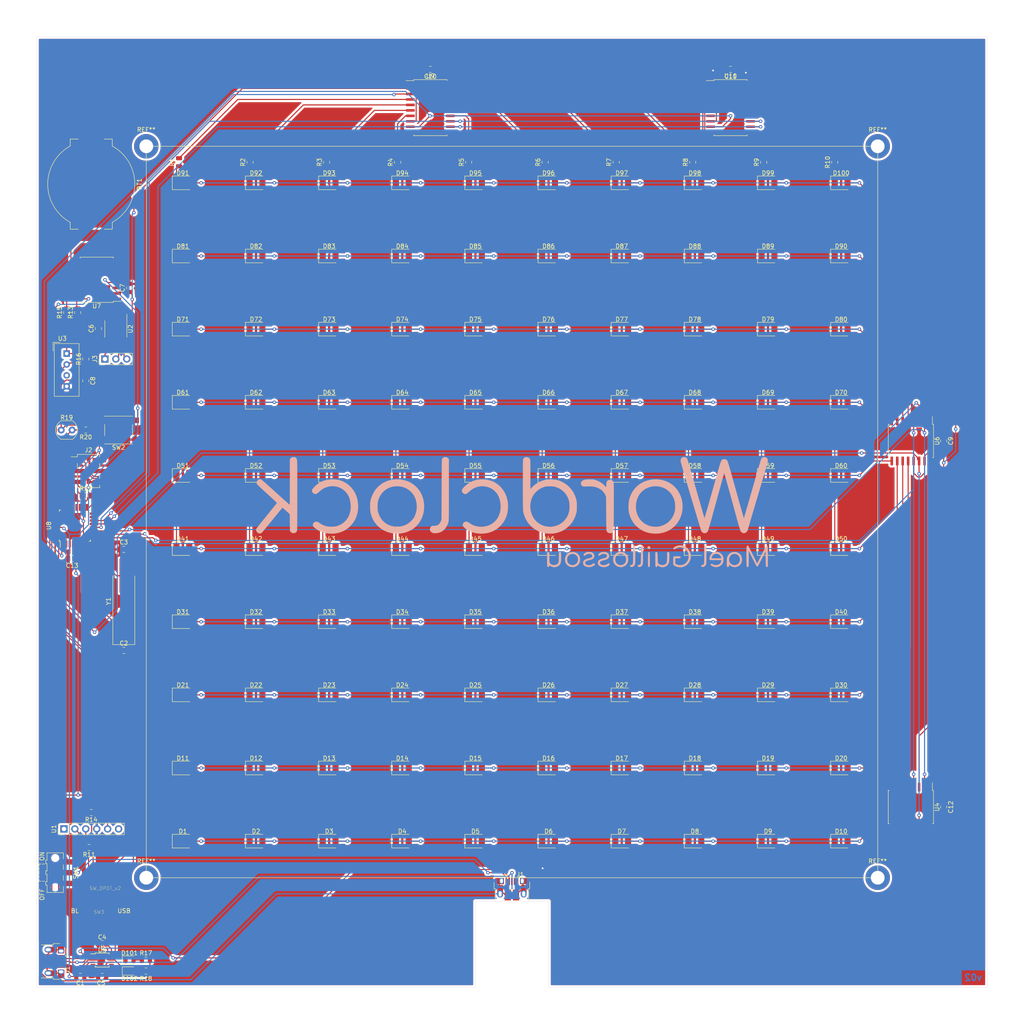
<source format=kicad_pcb>
(kicad_pcb (version 20171130) (host pcbnew 5.1.4-3.fc31)
  (layers (0 F.Cu signal) (31 B.Cu signal) (34 B.Paste user) (35 F.Paste user) (36 B.SilkS user) (37 F.SilkS user) (38 B.Mask user) (39 F.Mask user) (44 Edge.Cuts user))
  (net 0 "")
  (net 1 Earth)
  (net 2 "Net-(BT1-Pad1)")
  (net 3 "Net-(C1-Pad1)")
  (net 4 RST)
  (net 5 "Net-(C2-Pad2)")
  (net 6 "Net-(C3-Pad2)")
  (net 7 "Net-(C4-Pad1)")
  (net 8 VCC)
  (net 9 "Net-(D1-Pad1)")
  (net 10 "Net-(D1-Pad2)")
  (net 11 "Net-(D12-Pad1)")
  (net 12 "Net-(D13-Pad1)")
  (net 13 "Net-(D14-Pad1)")
  (net 14 "Net-(D15-Pad1)")
  (net 15 "Net-(D16-Pad1)")
  (net 16 "Net-(D17-Pad1)")
  (net 17 "Net-(D18-Pad1)")
  (net 18 "Net-(D19-Pad1)")
  (net 19 "Net-(D10-Pad1)")
  (net 20 "Net-(D11-Pad2)")
  (net 21 "Net-(D21-Pad2)")
  (net 22 "Net-(D31-Pad2)")
  (net 23 "Net-(D41-Pad2)")
  (net 24 "Net-(D51-Pad2)")
  (net 25 "Net-(D61-Pad2)")
  (net 26 "Net-(D71-Pad2)")
  (net 27 "Net-(D81-Pad2)")
  (net 28 "Net-(D100-Pad2)")
  (net 29 "Net-(D101-Pad2)")
  (net 30 "Net-(D101-Pad1)")
  (net 31 "Net-(D102-Pad1)")
  (net 32 "Net-(D102-Pad2)")
  (net 33 "Net-(J1-Pad6)")
  (net 34 "Net-(J1-Pad1)")
  (net 35 "Net-(J1-Pad2)")
  (net 36 "Net-(J1-Pad3)")
  (net 37 "Net-(J1-Pad4)")
  (net 38 MISO)
  (net 39 SCK)
  (net 40 MOSI)
  (net 41 "Net-(J3-Pad1)")
  (net 42 "Net-(J3-Pad2)")
  (net 43 "Net-(J3-Pad3)")
  (net 44 "Net-(R1-Pad2)")
  (net 45 "Net-(R2-Pad2)")
  (net 46 "Net-(R3-Pad2)")
  (net 47 "Net-(R4-Pad2)")
  (net 48 "Net-(R5-Pad2)")
  (net 49 "Net-(R6-Pad2)")
  (net 50 "Net-(R7-Pad2)")
  (net 51 "Net-(R8-Pad2)")
  (net 52 "Net-(R9-Pad2)")
  (net 53 "Net-(R10-Pad2)")
  (net 54 "Net-(R11-Pad1)")
  (net 55 "Net-(R11-Pad2)")
  (net 56 SCL)
  (net 57 SDA)
  (net 58 "Net-(R16-Pad1)")
  (net 59 "Net-(R19-Pad2)")
  (net 60 "Net-(SW1-Pad3)")
  (net 61 RX)
  (net 62 TX)
  (net 63 "Net-(SW3-Pad6)")
  (net 64 "Net-(U1-Pad1)")
  (net 65 "Net-(U1-Pad6)")
  (net 66 "Net-(U2-Pad1)")
  (net 67 "Net-(U3-Pad3)")
  (net 68 "Net-(U4-Pad16)")
  (net 69 OE)
  (net 70 "Net-(U4-Pad12)")
  (net 71 "Net-(U4-Pad11)")
  (net 72 "Net-(U4-Pad10)")
  (net 73 "Net-(U4-Pad9)")
  (net 74 "Net-(U4-Pad8)")
  (net 75 "Net-(U4-Pad7)")
  (net 76 ROW_LATCH)
  (net 77 "Net-(U4-Pad3)")
  (net 78 ROW_CLOCK)
  (net 79 "Net-(U5-Pad5)")
  (net 80 "Net-(U5-Pad6)")
  (net 81 ROW_DATA)
  (net 82 "Net-(U7-Pad1)")
  (net 83 "Net-(U7-Pad3)")
  (net 84 "Net-(U10-Pad9)")
  (net 85 "Net-(U8-Pad2)")
  (net 86 COL_DATA)
  (net 87 COL_LATCH)
  (net 88 COL_CLOCK)
  (net 89 "Net-(U8-Pad19)")
  (net 90 "Net-(U8-Pad20)")
  (net 91 "Net-(U8-Pad22)")
  (net 92 "Net-(U8-Pad25)")
  (net 93 "Net-(U8-Pad26)")
  (net 94 "Net-(U9-Pad20)")
  (net 95 "Net-(U10-Pad3)")
  (net 96 "Net-(U9-Pad1)")
  (net 97 "Net-(U10-Pad1)")
  (net 98 "Net-(U10-Pad6)")
  (net 99 "Net-(U10-Pad7)")
  (net 100 "Net-(U10-Pad14)")
  (net 101 "Net-(U10-Pad15)")
  (net 102 "Net-(U10-Pad16)")
  (net 103 "Net-(U10-Pad17)")
  (net 104 "Net-(U10-Pad18)")
  (net 105 "Net-(U10-Pad20)")
  (module MountingHole:MountingHole_3.2mm_M3_ISO7380_Pad (layer F.Cu) (at 110.5 25.5)
    (fp_text reference REF** (at 0 -3.85) (layer F.SilkS))
    (fp_text value MountingHole_3.2mm_M3_ISO7380_Pad)
    (pad 1 thru_hole circle (at 0 0) (size 5.7 5.7) (drill 3.2) (layers *.Cu *.Mask))
  )
  (module MountingHole:MountingHole_3.2mm_M3_ISO7380_Pad (layer F.Cu) (at 280.5 25.5)
    (fp_text reference REF** (at 0 -3.85) (layer F.SilkS))
    (fp_text value MountingHole_3.2mm_M3_ISO7380_Pad)
    (pad 1 thru_hole circle (at 0 0) (size 5.7 5.7) (drill 3.2) (layers *.Cu *.Mask))
  )
  (module MountingHole:MountingHole_3.2mm_M3_ISO7380_Pad (layer F.Cu) (at 280.5 195.5)
    (fp_text reference REF** (at 0 -3.85) (layer F.SilkS))
    (fp_text value MountingHole_3.2mm_M3_ISO7380_Pad)
    (pad 1 thru_hole circle (at 0 0) (size 5.7 5.7) (drill 3.2) (layers *.Cu *.Mask))
  )
  (module MountingHole:MountingHole_3.2mm_M3_ISO7380_Pad (layer F.Cu) (at 110.5 195.5)
    (fp_text reference REF** (at 0 -3.85) (layer F.SilkS))
    (fp_text value MountingHole_3.2mm_M3_ISO7380_Pad)
    (pad 1 thru_hole circle (at 0 0) (size 5.7 5.7) (drill 3.2) (layers *.Cu *.Mask))
  )
  (module WordclockPCB:logo (layer F.Cu) (at 195.5 110.5 180)
    (fp_text reference G*** hide)
    (fp_text value LOGO hide)
  )
  (module Package_QFP:TQFP-32_7x7mm_P0.8mm (layer F.Cu) (at 93.9 113.675 90)
    (fp_text reference U8 (at 0 -6.05 90) (layer F.SilkS))
    (fp_text value ATmega328P-AU)
    (pad 1 smd rect (at -4.25 -2.8 90) (size 1.6 0.55) (layers F.Cu F.Paste F.Mask) (net 84 "Net-(U10-Pad9)"))
    (pad 2 smd rect (at -4.25 -2 90) (size 1.6 0.55) (layers F.Cu F.Paste F.Mask) (net 85 "Net-(U8-Pad2)"))
    (pad 3 smd rect (at -4.25 -1.2 90) (size 1.6 0.55) (layers F.Cu F.Paste F.Mask) (net 1 Earth))
    (pad 4 smd rect (at -4.25 -0.4 90) (size 1.6 0.55) (layers F.Cu F.Paste F.Mask) (net 8 VCC))
    (pad 5 smd rect (at -4.25 0.4 90) (size 1.6 0.55) (layers F.Cu F.Paste F.Mask) (net 1 Earth))
    (pad 6 smd rect (at -4.25 1.2 90) (size 1.6 0.55) (layers F.Cu F.Paste F.Mask) (net 8 VCC))
    (pad 7 smd rect (at -4.25 2 90) (size 1.6 0.55) (layers F.Cu F.Paste F.Mask) (net 5 "Net-(C2-Pad2)"))
    (pad 8 smd rect (at -4.25 2.8 90) (size 1.6 0.55) (layers F.Cu F.Paste F.Mask) (net 6 "Net-(C3-Pad2)"))
    (pad 9 smd rect (at -2.8 4.25 180) (size 1.6 0.55) (layers F.Cu F.Paste F.Mask) (net 78 ROW_CLOCK))
    (pad 10 smd rect (at -2 4.25 180) (size 1.6 0.55) (layers F.Cu F.Paste F.Mask) (net 76 ROW_LATCH))
    (pad 11 smd rect (at -1.2 4.25 180) (size 1.6 0.55) (layers F.Cu F.Paste F.Mask) (net 81 ROW_DATA))
    (pad 12 smd rect (at -0.4 4.25 180) (size 1.6 0.55) (layers F.Cu F.Paste F.Mask) (net 86 COL_DATA))
    (pad 13 smd rect (at 0.4 4.25 180) (size 1.6 0.55) (layers F.Cu F.Paste F.Mask) (net 87 COL_LATCH))
    (pad 14 smd rect (at 1.2 4.25 180) (size 1.6 0.55) (layers F.Cu F.Paste F.Mask) (net 88 COL_CLOCK))
    (pad 15 smd rect (at 2 4.25 180) (size 1.6 0.55) (layers F.Cu F.Paste F.Mask) (net 40 MOSI))
    (pad 16 smd rect (at 2.8 4.25 180) (size 1.6 0.55) (layers F.Cu F.Paste F.Mask) (net 38 MISO))
    (pad 17 smd rect (at 4.25 2.8 90) (size 1.6 0.55) (layers F.Cu F.Paste F.Mask) (net 39 SCK))
    (pad 18 smd rect (at 4.25 2 90) (size 1.6 0.55) (layers F.Cu F.Paste F.Mask) (net 8 VCC))
    (pad 19 smd rect (at 4.25 1.2 90) (size 1.6 0.55) (layers F.Cu F.Paste F.Mask) (net 89 "Net-(U8-Pad19)"))
    (pad 20 smd rect (at 4.25 0.4 90) (size 1.6 0.55) (layers F.Cu F.Paste F.Mask) (net 90 "Net-(U8-Pad20)"))
    (pad 21 smd rect (at 4.25 -0.4 90) (size 1.6 0.55) (layers F.Cu F.Paste F.Mask) (net 1 Earth))
    (pad 22 smd rect (at 4.25 -1.2 90) (size 1.6 0.55) (layers F.Cu F.Paste F.Mask) (net 91 "Net-(U8-Pad22)"))
    (pad 23 smd rect (at 4.25 -2 90) (size 1.6 0.55) (layers F.Cu F.Paste F.Mask) (net 59 "Net-(R19-Pad2)"))
    (pad 24 smd rect (at 4.25 -2.8 90) (size 1.6 0.55) (layers F.Cu F.Paste F.Mask) (net 58 "Net-(R16-Pad1)"))
    (pad 25 smd rect (at 2.8 -4.25 180) (size 1.6 0.55) (layers F.Cu F.Paste F.Mask) (net 92 "Net-(U8-Pad25)"))
    (pad 26 smd rect (at 2 -4.25 180) (size 1.6 0.55) (layers F.Cu F.Paste F.Mask) (net 93 "Net-(U8-Pad26)"))
    (pad 27 smd rect (at 1.2 -4.25 180) (size 1.6 0.55) (layers F.Cu F.Paste F.Mask) (net 57 SDA))
    (pad 28 smd rect (at 0.4 -4.25 180) (size 1.6 0.55) (layers F.Cu F.Paste F.Mask) (net 56 SCL))
    (pad 29 smd rect (at -0.4 -4.25 180) (size 1.6 0.55) (layers F.Cu F.Paste F.Mask) (net 4 RST))
    (pad 30 smd rect (at -1.2 -4.25 180) (size 1.6 0.55) (layers F.Cu F.Paste F.Mask) (net 62 TX))
    (pad 31 smd rect (at -2 -4.25 180) (size 1.6 0.55) (layers F.Cu F.Paste F.Mask) (net 61 RX))
    (pad 32 smd rect (at -2.8 -4.25 180) (size 1.6 0.55) (layers F.Cu F.Paste F.Mask) (net 69 OE))
  )
  (module JS202011SCQN:SW_JS202011SCQN (layer F.Cu) (at 99.488 203.464 180)
    (fp_text reference SW3 (at 0 0) (layer F.SilkS) (effects (font (size 0.801394 0.801394) (thickness 0.05))))
    (fp_text value SW_DPDT_x2 (at -1.46182 5.49885) (layer F.SilkS) (effects (font (size 0.801 0.801) (thickness 0.05))))
    (pad 1 smd rect (at -2.5 2.75 180) (size 1.2 2.5) (layers F.Cu F.Paste F.Mask) (net 30 "Net-(D101-Pad1)"))
    (pad 2 smd rect (at 0 2.75 180) (size 1.2 2.5) (layers F.Cu F.Paste F.Mask) (net 61 RX))
    (pad 3 smd rect (at 2.5 2.75 180) (size 1.2 2.5) (layers F.Cu F.Paste F.Mask) (net 54 "Net-(R11-Pad1)"))
    (pad 4 smd rect (at -2.5 -2.75 180) (size 1.2 2.5) (layers F.Cu F.Paste F.Mask) (net 31 "Net-(D102-Pad1)"))
    (pad 5 smd rect (at 0 -2.75 180) (size 1.2 2.5) (layers F.Cu F.Paste F.Mask) (net 62 TX))
    (pad 6 smd rect (at 2.5 -2.75 180) (size 1.2 2.5) (layers F.Cu F.Paste F.Mask) (net 63 "Net-(SW3-Pad6)"))
  )
  (module Connector_USB:USB_Micro-B_Amphenol_10103594-0001LF_Horizontal (layer F.Cu) (at 88.82 214.975 270)
    (fp_text reference J1 (at 1.925 -3.365 90) (layer F.SilkS))
    (fp_text value USB_B_Micro)
    (pad 6 smd rect (at 0.935 1.385) (size 2.5 1.43) (layers F.Cu F.Paste F.Mask) (net 33 "Net-(J1-Pad6)"))
    (pad 6 smd rect (at -0.985 1.385) (size 2.5 1.43) (layers F.Cu F.Paste F.Mask) (net 33 "Net-(J1-Pad6)"))
    (pad 6 thru_hole oval (at 2.705 1.115) (size 1.7 1.35) (drill oval 1.2 0.7) (layers *.Cu *.Mask) (net 33 "Net-(J1-Pad6)"))
    (pad 6 thru_hole oval (at -2.755 1.115) (size 1.7 1.35) (drill oval 1.2 0.7) (layers *.Cu *.Mask) (net 33 "Net-(J1-Pad6)"))
    (pad 6 thru_hole oval (at 2.395 -1.885) (size 1.5 1.1) (drill oval 1.05 0.65) (layers *.Cu *.Mask) (net 33 "Net-(J1-Pad6)"))
    (pad 6 thru_hole oval (at -2.445 -1.885) (size 1.5 1.1) (drill oval 1.05 0.65) (layers *.Cu *.Mask) (net 33 "Net-(J1-Pad6)"))
    (pad 5 smd rect (at 1.275 -1.765) (size 1.65 0.4) (layers F.Cu F.Paste F.Mask) (net 1 Earth))
    (pad 4 smd rect (at 0.625 -1.765) (size 1.65 0.4) (layers F.Cu F.Paste F.Mask) (net 37 "Net-(J1-Pad4)"))
    (pad 3 smd rect (at -0.025 -1.765) (size 1.65 0.4) (layers F.Cu F.Paste F.Mask) (net 36 "Net-(J1-Pad3)"))
    (pad 2 smd rect (at -0.675 -1.765) (size 1.65 0.4) (layers F.Cu F.Paste F.Mask) (net 35 "Net-(J1-Pad2)"))
    (pad 1 smd rect (at -1.325 -1.765) (size 1.65 0.4) (layers F.Cu F.Paste F.Mask) (net 34 "Net-(J1-Pad1)"))
    (pad 6 smd rect (at 2.875 -1.885 270) (size 2 1.5) (layers F.Cu F.Paste F.Mask) (net 33 "Net-(J1-Pad6)"))
    (pad 6 smd rect (at -2.875 -1.865 270) (size 2 1.5) (layers F.Cu F.Paste F.Mask) (net 33 "Net-(J1-Pad6)"))
    (pad 6 smd rect (at 2.975 -0.565 270) (size 1.825 0.7) (layers F.Cu F.Paste F.Mask) (net 33 "Net-(J1-Pad6)"))
    (pad 6 smd rect (at -2.975 -0.565 270) (size 1.825 0.7) (layers F.Cu F.Paste F.Mask) (net 33 "Net-(J1-Pad6)"))
    (pad 6 smd rect (at -2.755 0.185 270) (size 1.35 2) (layers F.Cu F.Paste F.Mask) (net 33 "Net-(J1-Pad6)"))
    (pad 6 smd rect (at 2.725 0.185 270) (size 1.35 2) (layers F.Cu F.Paste F.Mask) (net 33 "Net-(J1-Pad6)"))
  )
  (module Capacitor_SMD:C_0805_2012Metric (layer F.Cu) (at 93.265 121.295 180)
    (fp_text reference C13 (at 0 -1.65) (layer F.SilkS))
    (fp_text value 0.1uF)
    (pad 2 smd roundrect (at 0.9375 0 180) (size 0.975 1.4) (layers F.Cu F.Paste F.Mask) (net 1 Earth))
    (pad 1 smd roundrect (at -0.9375 0 180) (size 0.975 1.4) (layers F.Cu F.Paste F.Mask) (net 8 VCC))
  )
  (module Capacitor_SMD:C_0805_2012Metric (layer F.Cu) (at 295.83 179.08 270)
    (fp_text reference C12 (at 0 -1.65 90) (layer F.SilkS))
    (fp_text value 0.1uF)
    (pad 2 smd roundrect (at 0.9375 0 270) (size 0.975 1.4) (layers F.Cu F.Paste F.Mask) (net 8 VCC))
    (pad 1 smd roundrect (at -0.9375 0 270) (size 0.975 1.4) (layers F.Cu F.Paste F.Mask) (net 1 Earth))
  )
  (module Capacitor_SMD:C_0805_2012Metric (layer F.Cu) (at 246.3 7.63 180)
    (fp_text reference C11 (at 0 -1.65) (layer F.SilkS))
    (fp_text value 0.1uF)
    (pad 2 smd roundrect (at 0.9375 0 180) (size 0.975 1.4) (layers F.Cu F.Paste F.Mask) (net 8 VCC))
    (pad 1 smd roundrect (at -0.9375 0 180) (size 0.975 1.4) (layers F.Cu F.Paste F.Mask) (net 1 Earth))
  )
  (module Capacitor_SMD:C_0805_2012Metric (layer F.Cu) (at 176.53 7.63 180)
    (fp_text reference C10 (at 0 -1.65) (layer F.SilkS))
    (fp_text value 0.1uF)
    (pad 2 smd roundrect (at 0.9375 0 180) (size 0.975 1.4) (layers F.Cu F.Paste F.Mask) (net 8 VCC))
    (pad 1 smd roundrect (at -0.9375 0 180) (size 0.975 1.4) (layers F.Cu F.Paste F.Mask) (net 1 Earth))
  )
  (module Capacitor_SMD:C_0805_2012Metric (layer F.Cu) (at 295.83 93.99 270)
    (fp_text reference C9 (at 0 -1.65 90) (layer F.SilkS))
    (fp_text value 0.1uF)
    (pad 2 smd roundrect (at 0.9375 0 270) (size 0.975 1.4) (layers F.Cu F.Paste F.Mask) (net 8 VCC))
    (pad 1 smd roundrect (at -0.9375 0 270) (size 0.975 1.4) (layers F.Cu F.Paste F.Mask) (net 1 Earth))
  )
  (module Capacitor_SMD:C_0805_2012Metric (layer F.Cu) (at 96.44 80.02 270)
    (fp_text reference C8 (at 0 -1.65 90) (layer F.SilkS))
    (fp_text value 0.1uF)
    (pad 2 smd roundrect (at 0.9375 0 270) (size 0.975 1.4) (layers F.Cu F.Paste F.Mask) (net 1 Earth))
    (pad 1 smd roundrect (at -0.9375 0 270) (size 0.975 1.4) (layers F.Cu F.Paste F.Mask) (net 8 VCC))
  )
  (module Capacitor_SMD:C_0805_2012Metric (layer F.Cu) (at 106.6 58.43 90)
    (fp_text reference C7 (at 0 -1.65 90) (layer F.SilkS))
    (fp_text value 0.1uF)
    (pad 2 smd roundrect (at 0.9375 0 90) (size 0.975 1.4) (layers F.Cu F.Paste F.Mask) (net 1 Earth))
    (pad 1 smd roundrect (at -0.9375 0 90) (size 0.975 1.4) (layers F.Cu F.Paste F.Mask) (net 8 VCC))
  )
  (module Capacitor_SMD:C_0805_2012Metric (layer F.Cu) (at 99.37 67.86 90)
    (fp_text reference C6 (at 0 -1.65 90) (layer F.SilkS))
    (fp_text value 0.1uF)
    (pad 2 smd roundrect (at 0.9375 0 90) (size 0.975 1.4) (layers F.Cu F.Paste F.Mask) (net 8 VCC))
    (pad 1 smd roundrect (at -0.9375 0 90) (size 0.975 1.4) (layers F.Cu F.Paste F.Mask) (net 1 Earth))
  )
  (module Battery:BatteryHolder_MPD_BC2003_1x2032 (layer F.Cu) (at 97.71 34.3 270)
    (fp_text reference BT1 (at 0 -11.2 90) (layer F.SilkS))
    (fp_text value CR1220)
    (pad 2 smd rect (at 0 0 270) (size 8 5.56) (layers F.Cu F.Paste F.Mask) (net 1 Earth))
    (pad 1 smd rect (at 11.905 0 270) (size 2.6 5.56) (layers F.Cu F.Paste F.Mask) (net 2 "Net-(BT1-Pad1)"))
    (pad 1 smd rect (at -11.905 0 270) (size 2.6 5.56) (layers F.Cu F.Paste F.Mask) (net 2 "Net-(BT1-Pad1)"))
  )
  (module Capacitor_SMD:C_0805_2012Metric (layer F.Cu) (at 95.17 218.45 180)
    (fp_text reference C1 (at 0 -1.524) (layer F.SilkS))
    (fp_text value 0.1uF)
    (pad 1 smd roundrect (at -0.9375 0 180) (size 0.975 1.4) (layers F.Cu F.Paste F.Mask) (net 3 "Net-(C1-Pad1)"))
    (pad 2 smd roundrect (at 0.9375 0 180) (size 0.975 1.4) (layers F.Cu F.Paste F.Mask) (net 4 RST))
  )
  (module Capacitor_SMD:C_0805_2012Metric (layer F.Cu) (at 105.275 142.675)
    (fp_text reference C2 (at 0 -1.65) (layer F.SilkS))
    (fp_text value 22pF)
    (pad 2 smd roundrect (at 0.9375 0) (size 0.975 1.4) (layers F.Cu F.Paste F.Mask) (net 5 "Net-(C2-Pad2)"))
    (pad 1 smd roundrect (at -0.9375 0) (size 0.975 1.4) (layers F.Cu F.Paste F.Mask) (net 1 Earth))
  )
  (module Capacitor_SMD:C_0805_2012Metric (layer F.Cu) (at 105.275 119.18)
    (fp_text reference C3 (at 0 -1.65) (layer F.SilkS))
    (fp_text value 22pF)
    (pad 1 smd roundrect (at -0.9375 0) (size 0.975 1.4) (layers F.Cu F.Paste F.Mask) (net 1 Earth))
    (pad 2 smd roundrect (at 0.9375 0) (size 0.975 1.4) (layers F.Cu F.Paste F.Mask) (net 6 "Net-(C3-Pad2)"))
  )
  (module Capacitor_SMD:C_0805_2012Metric (layer F.Cu) (at 100.25 210.83 180)
    (fp_text reference C4 (at 0 1.524) (layer F.SilkS))
    (fp_text value 0.1uF)
    (pad 2 smd roundrect (at 0.9375 0 180) (size 0.975 1.4) (layers F.Cu F.Paste F.Mask) (net 1 Earth))
    (pad 1 smd roundrect (at -0.9375 0 180) (size 0.975 1.4) (layers F.Cu F.Paste F.Mask) (net 7 "Net-(C4-Pad1)"))
  )
  (module Capacitor_SMD:C_0805_2012Metric (layer F.Cu) (at 100.25 218.45)
    (fp_text reference C5 (at -0.254 1.524) (layer F.SilkS))
    (fp_text value 0.1uF)
    (pad 1 smd roundrect (at -0.9375 0) (size 0.975 1.4) (layers F.Cu F.Paste F.Mask) (net 1 Earth))
    (pad 2 smd roundrect (at 0.9375 0) (size 0.975 1.4) (layers F.Cu F.Paste F.Mask) (net 8 VCC))
  )
  (module LED_SMD:LED_1210_3225Metric_Pad1.42x2.65mm_HandSolder (layer F.Cu) (at 119 187)
    (fp_text reference D1 (at 0 -2.28) (layer F.SilkS))
    (fp_text value LED)
    (pad 1 smd roundrect (at -1.4875 0) (size 1.425 2.65) (layers F.Cu F.Paste F.Mask) (roundrect_rratio 0.175439) (net 9 "Net-(D1-Pad1)"))
    (pad 2 smd roundrect (at 1.4875 0) (size 1.425 2.65) (layers F.Cu F.Paste F.Mask) (roundrect_rratio 0.175439) (net 10 "Net-(D1-Pad2)"))
  )
  (module LED_SMD:LED_1210_3225Metric_Pad1.42x2.65mm_HandSolder (layer F.Cu) (at 136 187)
    (fp_text reference D2 (at 0 -2.28) (layer F.SilkS))
    (fp_text value LED)
    (pad 1 smd roundrect (at -1.4875 0) (size 1.425 2.65) (layers F.Cu F.Paste F.Mask) (roundrect_rratio 0.175439) (net 11 "Net-(D12-Pad1)"))
    (pad 2 smd roundrect (at 1.4875 0) (size 1.425 2.65) (layers F.Cu F.Paste F.Mask) (roundrect_rratio 0.175439) (net 10 "Net-(D1-Pad2)"))
  )
  (module LED_SMD:LED_1210_3225Metric_Pad1.42x2.65mm_HandSolder (layer F.Cu) (at 153 187)
    (fp_text reference D3 (at 0 -2.28) (layer F.SilkS))
    (fp_text value LED)
    (pad 2 smd roundrect (at 1.4875 0) (size 1.425 2.65) (layers F.Cu F.Paste F.Mask) (roundrect_rratio 0.175439) (net 10 "Net-(D1-Pad2)"))
    (pad 1 smd roundrect (at -1.4875 0) (size 1.425 2.65) (layers F.Cu F.Paste F.Mask) (roundrect_rratio 0.175439) (net 12 "Net-(D13-Pad1)"))
  )
  (module LED_SMD:LED_1210_3225Metric_Pad1.42x2.65mm_HandSolder (layer F.Cu) (at 170 187)
    (fp_text reference D4 (at 0 -2.28) (layer F.SilkS))
    (fp_text value LED)
    (pad 2 smd roundrect (at 1.4875 0) (size 1.425 2.65) (layers F.Cu F.Paste F.Mask) (roundrect_rratio 0.175439) (net 10 "Net-(D1-Pad2)"))
    (pad 1 smd roundrect (at -1.4875 0) (size 1.425 2.65) (layers F.Cu F.Paste F.Mask) (roundrect_rratio 0.175439) (net 13 "Net-(D14-Pad1)"))
  )
  (module LED_SMD:LED_1210_3225Metric_Pad1.42x2.65mm_HandSolder (layer F.Cu) (at 187 187)
    (fp_text reference D5 (at 0 -2.28) (layer F.SilkS))
    (fp_text value LED)
    (pad 1 smd roundrect (at -1.4875 0) (size 1.425 2.65) (layers F.Cu F.Paste F.Mask) (roundrect_rratio 0.175439) (net 14 "Net-(D15-Pad1)"))
    (pad 2 smd roundrect (at 1.4875 0) (size 1.425 2.65) (layers F.Cu F.Paste F.Mask) (roundrect_rratio 0.175439) (net 10 "Net-(D1-Pad2)"))
  )
  (module LED_SMD:LED_1210_3225Metric_Pad1.42x2.65mm_HandSolder (layer F.Cu) (at 204 187)
    (fp_text reference D6 (at 0 -2.28) (layer F.SilkS))
    (fp_text value LED)
    (pad 1 smd roundrect (at -1.4875 0) (size 1.425 2.65) (layers F.Cu F.Paste F.Mask) (roundrect_rratio 0.175439) (net 15 "Net-(D16-Pad1)"))
    (pad 2 smd roundrect (at 1.4875 0) (size 1.425 2.65) (layers F.Cu F.Paste F.Mask) (roundrect_rratio 0.175439) (net 10 "Net-(D1-Pad2)"))
  )
  (module LED_SMD:LED_1210_3225Metric_Pad1.42x2.65mm_HandSolder (layer F.Cu) (at 221 187)
    (fp_text reference D7 (at 0 -2.28) (layer F.SilkS))
    (fp_text value LED)
    (pad 1 smd roundrect (at -1.4875 0) (size 1.425 2.65) (layers F.Cu F.Paste F.Mask) (roundrect_rratio 0.175439) (net 16 "Net-(D17-Pad1)"))
    (pad 2 smd roundrect (at 1.4875 0) (size 1.425 2.65) (layers F.Cu F.Paste F.Mask) (roundrect_rratio 0.175439) (net 10 "Net-(D1-Pad2)"))
  )
  (module LED_SMD:LED_1210_3225Metric_Pad1.42x2.65mm_HandSolder (layer F.Cu) (at 238 187)
    (fp_text reference D8 (at 0 -2.28) (layer F.SilkS))
    (fp_text value LED)
    (pad 1 smd roundrect (at -1.4875 0) (size 1.425 2.65) (layers F.Cu F.Paste F.Mask) (roundrect_rratio 0.175439) (net 17 "Net-(D18-Pad1)"))
    (pad 2 smd roundrect (at 1.4875 0) (size 1.425 2.65) (layers F.Cu F.Paste F.Mask) (roundrect_rratio 0.175439) (net 10 "Net-(D1-Pad2)"))
  )
  (module LED_SMD:LED_1210_3225Metric_Pad1.42x2.65mm_HandSolder (layer F.Cu) (at 255 187)
    (fp_text reference D9 (at 0 -2.28) (layer F.SilkS))
    (fp_text value LED)
    (pad 2 smd roundrect (at 1.4875 0) (size 1.425 2.65) (layers F.Cu F.Paste F.Mask) (roundrect_rratio 0.175439) (net 10 "Net-(D1-Pad2)"))
    (pad 1 smd roundrect (at -1.4875 0) (size 1.425 2.65) (layers F.Cu F.Paste F.Mask) (roundrect_rratio 0.175439) (net 18 "Net-(D19-Pad1)"))
  )
  (module LED_SMD:LED_1210_3225Metric_Pad1.42x2.65mm_HandSolder (layer F.Cu) (at 272 187)
    (fp_text reference D10 (at 0 -2.28) (layer F.SilkS))
    (fp_text value LED)
    (pad 2 smd roundrect (at 1.4875 0) (size 1.425 2.65) (layers F.Cu F.Paste F.Mask) (roundrect_rratio 0.175439) (net 10 "Net-(D1-Pad2)"))
    (pad 1 smd roundrect (at -1.4875 0) (size 1.425 2.65) (layers F.Cu F.Paste F.Mask) (roundrect_rratio 0.175439) (net 19 "Net-(D10-Pad1)"))
  )
  (module LED_SMD:LED_1210_3225Metric_Pad1.42x2.65mm_HandSolder (layer F.Cu) (at 119 170)
    (fp_text reference D11 (at 0 -2.28) (layer F.SilkS))
    (fp_text value LED)
    (pad 2 smd roundrect (at 1.4875 0) (size 1.425 2.65) (layers F.Cu F.Paste F.Mask) (roundrect_rratio 0.175439) (net 20 "Net-(D11-Pad2)"))
    (pad 1 smd roundrect (at -1.4875 0) (size 1.425 2.65) (layers F.Cu F.Paste F.Mask) (roundrect_rratio 0.175439) (net 9 "Net-(D1-Pad1)"))
  )
  (module LED_SMD:LED_1210_3225Metric_Pad1.42x2.65mm_HandSolder (layer F.Cu) (at 136 170)
    (fp_text reference D12 (at 0 -2.28) (layer F.SilkS))
    (fp_text value LED)
    (pad 2 smd roundrect (at 1.4875 0) (size 1.425 2.65) (layers F.Cu F.Paste F.Mask) (roundrect_rratio 0.175439) (net 20 "Net-(D11-Pad2)"))
    (pad 1 smd roundrect (at -1.4875 0) (size 1.425 2.65) (layers F.Cu F.Paste F.Mask) (roundrect_rratio 0.175439) (net 11 "Net-(D12-Pad1)"))
  )
  (module LED_SMD:LED_1210_3225Metric_Pad1.42x2.65mm_HandSolder (layer F.Cu) (at 153 170)
    (fp_text reference D13 (at 0 -2.28) (layer F.SilkS))
    (fp_text value LED)
    (pad 1 smd roundrect (at -1.4875 0) (size 1.425 2.65) (layers F.Cu F.Paste F.Mask) (roundrect_rratio 0.175439) (net 12 "Net-(D13-Pad1)"))
    (pad 2 smd roundrect (at 1.4875 0) (size 1.425 2.65) (layers F.Cu F.Paste F.Mask) (roundrect_rratio 0.175439) (net 20 "Net-(D11-Pad2)"))
  )
  (module LED_SMD:LED_1210_3225Metric_Pad1.42x2.65mm_HandSolder (layer F.Cu) (at 170 170)
    (fp_text reference D14 (at 0 -2.28) (layer F.SilkS))
    (fp_text value LED)
    (pad 1 smd roundrect (at -1.4875 0) (size 1.425 2.65) (layers F.Cu F.Paste F.Mask) (roundrect_rratio 0.175439) (net 13 "Net-(D14-Pad1)"))
    (pad 2 smd roundrect (at 1.4875 0) (size 1.425 2.65) (layers F.Cu F.Paste F.Mask) (roundrect_rratio 0.175439) (net 20 "Net-(D11-Pad2)"))
  )
  (module LED_SMD:LED_1210_3225Metric_Pad1.42x2.65mm_HandSolder (layer F.Cu) (at 187 170)
    (fp_text reference D15 (at 0 -2.28) (layer F.SilkS))
    (fp_text value LED)
    (pad 2 smd roundrect (at 1.4875 0) (size 1.425 2.65) (layers F.Cu F.Paste F.Mask) (roundrect_rratio 0.175439) (net 20 "Net-(D11-Pad2)"))
    (pad 1 smd roundrect (at -1.4875 0) (size 1.425 2.65) (layers F.Cu F.Paste F.Mask) (roundrect_rratio 0.175439) (net 14 "Net-(D15-Pad1)"))
  )
  (module LED_SMD:LED_1210_3225Metric_Pad1.42x2.65mm_HandSolder (layer F.Cu) (at 204 170)
    (fp_text reference D16 (at 0 -2.28) (layer F.SilkS))
    (fp_text value LED)
    (pad 2 smd roundrect (at 1.4875 0) (size 1.425 2.65) (layers F.Cu F.Paste F.Mask) (roundrect_rratio 0.175439) (net 20 "Net-(D11-Pad2)"))
    (pad 1 smd roundrect (at -1.4875 0) (size 1.425 2.65) (layers F.Cu F.Paste F.Mask) (roundrect_rratio 0.175439) (net 15 "Net-(D16-Pad1)"))
  )
  (module LED_SMD:LED_1210_3225Metric_Pad1.42x2.65mm_HandSolder (layer F.Cu) (at 221 170)
    (fp_text reference D17 (at 0 -2.28) (layer F.SilkS))
    (fp_text value LED)
    (pad 2 smd roundrect (at 1.4875 0) (size 1.425 2.65) (layers F.Cu F.Paste F.Mask) (roundrect_rratio 0.175439) (net 20 "Net-(D11-Pad2)"))
    (pad 1 smd roundrect (at -1.4875 0) (size 1.425 2.65) (layers F.Cu F.Paste F.Mask) (roundrect_rratio 0.175439) (net 16 "Net-(D17-Pad1)"))
  )
  (module LED_SMD:LED_1210_3225Metric_Pad1.42x2.65mm_HandSolder (layer F.Cu) (at 238 170)
    (fp_text reference D18 (at 0 -2.28) (layer F.SilkS))
    (fp_text value LED)
    (pad 2 smd roundrect (at 1.4875 0) (size 1.425 2.65) (layers F.Cu F.Paste F.Mask) (roundrect_rratio 0.175439) (net 20 "Net-(D11-Pad2)"))
    (pad 1 smd roundrect (at -1.4875 0) (size 1.425 2.65) (layers F.Cu F.Paste F.Mask) (roundrect_rratio 0.175439) (net 17 "Net-(D18-Pad1)"))
  )
  (module LED_SMD:LED_1210_3225Metric_Pad1.42x2.65mm_HandSolder (layer F.Cu) (at 255 170)
    (fp_text reference D19 (at 0 -2.28) (layer F.SilkS))
    (fp_text value LED)
    (pad 1 smd roundrect (at -1.4875 0) (size 1.425 2.65) (layers F.Cu F.Paste F.Mask) (roundrect_rratio 0.175439) (net 18 "Net-(D19-Pad1)"))
    (pad 2 smd roundrect (at 1.4875 0) (size 1.425 2.65) (layers F.Cu F.Paste F.Mask) (roundrect_rratio 0.175439) (net 20 "Net-(D11-Pad2)"))
  )
  (module LED_SMD:LED_1210_3225Metric_Pad1.42x2.65mm_HandSolder (layer F.Cu) (at 272 170)
    (fp_text reference D20 (at 0 -2.28) (layer F.SilkS))
    (fp_text value LED)
    (pad 1 smd roundrect (at -1.4875 0) (size 1.425 2.65) (layers F.Cu F.Paste F.Mask) (roundrect_rratio 0.175439) (net 19 "Net-(D10-Pad1)"))
    (pad 2 smd roundrect (at 1.4875 0) (size 1.425 2.65) (layers F.Cu F.Paste F.Mask) (roundrect_rratio 0.175439) (net 20 "Net-(D11-Pad2)"))
  )
  (module LED_SMD:LED_1210_3225Metric_Pad1.42x2.65mm_HandSolder (layer F.Cu) (at 119 153)
    (fp_text reference D21 (at 0 -2.28) (layer F.SilkS))
    (fp_text value LED)
    (pad 1 smd roundrect (at -1.4875 0) (size 1.425 2.65) (layers F.Cu F.Paste F.Mask) (roundrect_rratio 0.175439) (net 9 "Net-(D1-Pad1)"))
    (pad 2 smd roundrect (at 1.4875 0) (size 1.425 2.65) (layers F.Cu F.Paste F.Mask) (roundrect_rratio 0.175439) (net 21 "Net-(D21-Pad2)"))
  )
  (module LED_SMD:LED_1210_3225Metric_Pad1.42x2.65mm_HandSolder (layer F.Cu) (at 136 153)
    (fp_text reference D22 (at 0 -2.28) (layer F.SilkS))
    (fp_text value LED)
    (pad 1 smd roundrect (at -1.4875 0) (size 1.425 2.65) (layers F.Cu F.Paste F.Mask) (roundrect_rratio 0.175439) (net 11 "Net-(D12-Pad1)"))
    (pad 2 smd roundrect (at 1.4875 0) (size 1.425 2.65) (layers F.Cu F.Paste F.Mask) (roundrect_rratio 0.175439) (net 21 "Net-(D21-Pad2)"))
  )
  (module LED_SMD:LED_1210_3225Metric_Pad1.42x2.65mm_HandSolder (layer F.Cu) (at 153 153)
    (fp_text reference D23 (at 0 -2.28) (layer F.SilkS))
    (fp_text value LED)
    (pad 2 smd roundrect (at 1.4875 0) (size 1.425 2.65) (layers F.Cu F.Paste F.Mask) (roundrect_rratio 0.175439) (net 21 "Net-(D21-Pad2)"))
    (pad 1 smd roundrect (at -1.4875 0) (size 1.425 2.65) (layers F.Cu F.Paste F.Mask) (roundrect_rratio 0.175439) (net 12 "Net-(D13-Pad1)"))
  )
  (module LED_SMD:LED_1210_3225Metric_Pad1.42x2.65mm_HandSolder (layer F.Cu) (at 170 153)
    (fp_text reference D24 (at 0 -2.28) (layer F.SilkS))
    (fp_text value LED)
    (pad 1 smd roundrect (at -1.4875 0) (size 1.425 2.65) (layers F.Cu F.Paste F.Mask) (roundrect_rratio 0.175439) (net 13 "Net-(D14-Pad1)"))
    (pad 2 smd roundrect (at 1.4875 0) (size 1.425 2.65) (layers F.Cu F.Paste F.Mask) (roundrect_rratio 0.175439) (net 21 "Net-(D21-Pad2)"))
  )
  (module LED_SMD:LED_1210_3225Metric_Pad1.42x2.65mm_HandSolder (layer F.Cu) (at 187 153)
    (fp_text reference D25 (at 0 -2.28) (layer F.SilkS))
    (fp_text value LED)
    (pad 1 smd roundrect (at -1.4875 0) (size 1.425 2.65) (layers F.Cu F.Paste F.Mask) (roundrect_rratio 0.175439) (net 14 "Net-(D15-Pad1)"))
    (pad 2 smd roundrect (at 1.4875 0) (size 1.425 2.65) (layers F.Cu F.Paste F.Mask) (roundrect_rratio 0.175439) (net 21 "Net-(D21-Pad2)"))
  )
  (module LED_SMD:LED_1210_3225Metric_Pad1.42x2.65mm_HandSolder (layer F.Cu) (at 204 153)
    (fp_text reference D26 (at 0 -2.28) (layer F.SilkS))
    (fp_text value LED)
    (pad 1 smd roundrect (at -1.4875 0) (size 1.425 2.65) (layers F.Cu F.Paste F.Mask) (roundrect_rratio 0.175439) (net 15 "Net-(D16-Pad1)"))
    (pad 2 smd roundrect (at 1.4875 0) (size 1.425 2.65) (layers F.Cu F.Paste F.Mask) (roundrect_rratio 0.175439) (net 21 "Net-(D21-Pad2)"))
  )
  (module LED_SMD:LED_1210_3225Metric_Pad1.42x2.65mm_HandSolder (layer F.Cu) (at 221 153)
    (fp_text reference D27 (at 0 -2.28) (layer F.SilkS))
    (fp_text value LED)
    (pad 1 smd roundrect (at -1.4875 0) (size 1.425 2.65) (layers F.Cu F.Paste F.Mask) (roundrect_rratio 0.175439) (net 16 "Net-(D17-Pad1)"))
    (pad 2 smd roundrect (at 1.4875 0) (size 1.425 2.65) (layers F.Cu F.Paste F.Mask) (roundrect_rratio 0.175439) (net 21 "Net-(D21-Pad2)"))
  )
  (module LED_SMD:LED_1210_3225Metric_Pad1.42x2.65mm_HandSolder (layer F.Cu) (at 238 153)
    (fp_text reference D28 (at 0 -2.28) (layer F.SilkS))
    (fp_text value LED)
    (pad 2 smd roundrect (at 1.4875 0) (size 1.425 2.65) (layers F.Cu F.Paste F.Mask) (roundrect_rratio 0.175439) (net 21 "Net-(D21-Pad2)"))
    (pad 1 smd roundrect (at -1.4875 0) (size 1.425 2.65) (layers F.Cu F.Paste F.Mask) (roundrect_rratio 0.175439) (net 17 "Net-(D18-Pad1)"))
  )
  (module LED_SMD:LED_1210_3225Metric_Pad1.42x2.65mm_HandSolder (layer F.Cu) (at 255 153)
    (fp_text reference D29 (at 0 -2.28) (layer F.SilkS))
    (fp_text value LED)
    (pad 2 smd roundrect (at 1.4875 0) (size 1.425 2.65) (layers F.Cu F.Paste F.Mask) (roundrect_rratio 0.175439) (net 21 "Net-(D21-Pad2)"))
    (pad 1 smd roundrect (at -1.4875 0) (size 1.425 2.65) (layers F.Cu F.Paste F.Mask) (roundrect_rratio 0.175439) (net 18 "Net-(D19-Pad1)"))
  )
  (module LED_SMD:LED_1210_3225Metric_Pad1.42x2.65mm_HandSolder (layer F.Cu) (at 272 153)
    (fp_text reference D30 (at 0 -2.28) (layer F.SilkS))
    (fp_text value LED)
    (pad 2 smd roundrect (at 1.4875 0) (size 1.425 2.65) (layers F.Cu F.Paste F.Mask) (roundrect_rratio 0.175439) (net 21 "Net-(D21-Pad2)"))
    (pad 1 smd roundrect (at -1.4875 0) (size 1.425 2.65) (layers F.Cu F.Paste F.Mask) (roundrect_rratio 0.175439) (net 19 "Net-(D10-Pad1)"))
  )
  (module LED_SMD:LED_1210_3225Metric_Pad1.42x2.65mm_HandSolder (layer F.Cu) (at 119 136)
    (fp_text reference D31 (at 0 -2.28) (layer F.SilkS))
    (fp_text value LED)
    (pad 2 smd roundrect (at 1.4875 0) (size 1.425 2.65) (layers F.Cu F.Paste F.Mask) (roundrect_rratio 0.175439) (net 22 "Net-(D31-Pad2)"))
    (pad 1 smd roundrect (at -1.4875 0) (size 1.425 2.65) (layers F.Cu F.Paste F.Mask) (roundrect_rratio 0.175439) (net 9 "Net-(D1-Pad1)"))
  )
  (module LED_SMD:LED_1210_3225Metric_Pad1.42x2.65mm_HandSolder (layer F.Cu) (at 136 136)
    (fp_text reference D32 (at 0 -2.28) (layer F.SilkS))
    (fp_text value LED)
    (pad 2 smd roundrect (at 1.4875 0) (size 1.425 2.65) (layers F.Cu F.Paste F.Mask) (roundrect_rratio 0.175439) (net 22 "Net-(D31-Pad2)"))
    (pad 1 smd roundrect (at -1.4875 0) (size 1.425 2.65) (layers F.Cu F.Paste F.Mask) (roundrect_rratio 0.175439) (net 11 "Net-(D12-Pad1)"))
  )
  (module LED_SMD:LED_1210_3225Metric_Pad1.42x2.65mm_HandSolder (layer F.Cu) (at 153 136)
    (fp_text reference D33 (at 0 -2.28) (layer F.SilkS))
    (fp_text value LED)
    (pad 1 smd roundrect (at -1.4875 0) (size 1.425 2.65) (layers F.Cu F.Paste F.Mask) (roundrect_rratio 0.175439) (net 12 "Net-(D13-Pad1)"))
    (pad 2 smd roundrect (at 1.4875 0) (size 1.425 2.65) (layers F.Cu F.Paste F.Mask) (roundrect_rratio 0.175439) (net 22 "Net-(D31-Pad2)"))
  )
  (module LED_SMD:LED_1210_3225Metric_Pad1.42x2.65mm_HandSolder (layer F.Cu) (at 170 136)
    (fp_text reference D34 (at 0 -2.28) (layer F.SilkS))
    (fp_text value LED)
    (pad 2 smd roundrect (at 1.4875 0) (size 1.425 2.65) (layers F.Cu F.Paste F.Mask) (roundrect_rratio 0.175439) (net 22 "Net-(D31-Pad2)"))
    (pad 1 smd roundrect (at -1.4875 0) (size 1.425 2.65) (layers F.Cu F.Paste F.Mask) (roundrect_rratio 0.175439) (net 13 "Net-(D14-Pad1)"))
  )
  (module LED_SMD:LED_1210_3225Metric_Pad1.42x2.65mm_HandSolder (layer F.Cu) (at 187 136)
    (fp_text reference D35 (at 0 -2.28) (layer F.SilkS))
    (fp_text value LED)
    (pad 2 smd roundrect (at 1.4875 0) (size 1.425 2.65) (layers F.Cu F.Paste F.Mask) (roundrect_rratio 0.175439) (net 22 "Net-(D31-Pad2)"))
    (pad 1 smd roundrect (at -1.4875 0) (size 1.425 2.65) (layers F.Cu F.Paste F.Mask) (roundrect_rratio 0.175439) (net 14 "Net-(D15-Pad1)"))
  )
  (module LED_SMD:LED_1210_3225Metric_Pad1.42x2.65mm_HandSolder (layer F.Cu) (at 204 136)
    (fp_text reference D36 (at 0 -2.28) (layer F.SilkS))
    (fp_text value LED)
    (pad 2 smd roundrect (at 1.4875 0) (size 1.425 2.65) (layers F.Cu F.Paste F.Mask) (roundrect_rratio 0.175439) (net 22 "Net-(D31-Pad2)"))
    (pad 1 smd roundrect (at -1.4875 0) (size 1.425 2.65) (layers F.Cu F.Paste F.Mask) (roundrect_rratio 0.175439) (net 15 "Net-(D16-Pad1)"))
  )
  (module LED_SMD:LED_1210_3225Metric_Pad1.42x2.65mm_HandSolder (layer F.Cu) (at 221 136)
    (fp_text reference D37 (at 0 -2.28) (layer F.SilkS))
    (fp_text value LED)
    (pad 2 smd roundrect (at 1.4875 0) (size 1.425 2.65) (layers F.Cu F.Paste F.Mask) (roundrect_rratio 0.175439) (net 22 "Net-(D31-Pad2)"))
    (pad 1 smd roundrect (at -1.4875 0) (size 1.425 2.65) (layers F.Cu F.Paste F.Mask) (roundrect_rratio 0.175439) (net 16 "Net-(D17-Pad1)"))
  )
  (module LED_SMD:LED_1210_3225Metric_Pad1.42x2.65mm_HandSolder (layer F.Cu) (at 238 136)
    (fp_text reference D38 (at 0 -2.28) (layer F.SilkS))
    (fp_text value LED)
    (pad 1 smd roundrect (at -1.4875 0) (size 1.425 2.65) (layers F.Cu F.Paste F.Mask) (roundrect_rratio 0.175439) (net 17 "Net-(D18-Pad1)"))
    (pad 2 smd roundrect (at 1.4875 0) (size 1.425 2.65) (layers F.Cu F.Paste F.Mask) (roundrect_rratio 0.175439) (net 22 "Net-(D31-Pad2)"))
  )
  (module LED_SMD:LED_1210_3225Metric_Pad1.42x2.65mm_HandSolder (layer F.Cu) (at 255 136)
    (fp_text reference D39 (at 0 -2.28) (layer F.SilkS))
    (fp_text value LED)
    (pad 1 smd roundrect (at -1.4875 0) (size 1.425 2.65) (layers F.Cu F.Paste F.Mask) (roundrect_rratio 0.175439) (net 18 "Net-(D19-Pad1)"))
    (pad 2 smd roundrect (at 1.4875 0) (size 1.425 2.65) (layers F.Cu F.Paste F.Mask) (roundrect_rratio 0.175439) (net 22 "Net-(D31-Pad2)"))
  )
  (module LED_SMD:LED_1210_3225Metric_Pad1.42x2.65mm_HandSolder (layer F.Cu) (at 272 136)
    (fp_text reference D40 (at 0 -2.28) (layer F.SilkS))
    (fp_text value LED)
    (pad 1 smd roundrect (at -1.4875 0) (size 1.425 2.65) (layers F.Cu F.Paste F.Mask) (roundrect_rratio 0.175439) (net 19 "Net-(D10-Pad1)"))
    (pad 2 smd roundrect (at 1.4875 0) (size 1.425 2.65) (layers F.Cu F.Paste F.Mask) (roundrect_rratio 0.175439) (net 22 "Net-(D31-Pad2)"))
  )
  (module LED_SMD:LED_1210_3225Metric_Pad1.42x2.65mm_HandSolder (layer F.Cu) (at 119 119)
    (fp_text reference D41 (at 0 -2.28) (layer F.SilkS))
    (fp_text value LED)
    (pad 1 smd roundrect (at -1.4875 0) (size 1.425 2.65) (layers F.Cu F.Paste F.Mask) (roundrect_rratio 0.175439) (net 9 "Net-(D1-Pad1)"))
    (pad 2 smd roundrect (at 1.4875 0) (size 1.425 2.65) (layers F.Cu F.Paste F.Mask) (roundrect_rratio 0.175439) (net 23 "Net-(D41-Pad2)"))
  )
  (module LED_SMD:LED_1210_3225Metric_Pad1.42x2.65mm_HandSolder (layer F.Cu) (at 136 119)
    (fp_text reference D42 (at 0 -2.28) (layer F.SilkS))
    (fp_text value LED)
    (pad 1 smd roundrect (at -1.4875 0) (size 1.425 2.65) (layers F.Cu F.Paste F.Mask) (roundrect_rratio 0.175439) (net 11 "Net-(D12-Pad1)"))
    (pad 2 smd roundrect (at 1.4875 0) (size 1.425 2.65) (layers F.Cu F.Paste F.Mask) (roundrect_rratio 0.175439) (net 23 "Net-(D41-Pad2)"))
  )
  (module LED_SMD:LED_1210_3225Metric_Pad1.42x2.65mm_HandSolder (layer F.Cu) (at 153 119)
    (fp_text reference D43 (at 0 -2.28) (layer F.SilkS))
    (fp_text value LED)
    (pad 1 smd roundrect (at -1.4875 0) (size 1.425 2.65) (layers F.Cu F.Paste F.Mask) (roundrect_rratio 0.175439) (net 12 "Net-(D13-Pad1)"))
    (pad 2 smd roundrect (at 1.4875 0) (size 1.425 2.65) (layers F.Cu F.Paste F.Mask) (roundrect_rratio 0.175439) (net 23 "Net-(D41-Pad2)"))
  )
  (module LED_SMD:LED_1210_3225Metric_Pad1.42x2.65mm_HandSolder (layer F.Cu) (at 170 119)
    (fp_text reference D44 (at 0 -2.28) (layer F.SilkS))
    (fp_text value LED)
    (pad 1 smd roundrect (at -1.4875 0) (size 1.425 2.65) (layers F.Cu F.Paste F.Mask) (roundrect_rratio 0.175439) (net 13 "Net-(D14-Pad1)"))
    (pad 2 smd roundrect (at 1.4875 0) (size 1.425 2.65) (layers F.Cu F.Paste F.Mask) (roundrect_rratio 0.175439) (net 23 "Net-(D41-Pad2)"))
  )
  (module LED_SMD:LED_1210_3225Metric_Pad1.42x2.65mm_HandSolder (layer F.Cu) (at 187 119)
    (fp_text reference D45 (at 0 -2.28) (layer F.SilkS))
    (fp_text value LED)
    (pad 2 smd roundrect (at 1.4875 0) (size 1.425 2.65) (layers F.Cu F.Paste F.Mask) (roundrect_rratio 0.175439) (net 23 "Net-(D41-Pad2)"))
    (pad 1 smd roundrect (at -1.4875 0) (size 1.425 2.65) (layers F.Cu F.Paste F.Mask) (roundrect_rratio 0.175439) (net 14 "Net-(D15-Pad1)"))
  )
  (module LED_SMD:LED_1210_3225Metric_Pad1.42x2.65mm_HandSolder (layer F.Cu) (at 204 119)
    (fp_text reference D46 (at 0 -2.28) (layer F.SilkS))
    (fp_text value LED)
    (pad 1 smd roundrect (at -1.4875 0) (size 1.425 2.65) (layers F.Cu F.Paste F.Mask) (roundrect_rratio 0.175439) (net 15 "Net-(D16-Pad1)"))
    (pad 2 smd roundrect (at 1.4875 0) (size 1.425 2.65) (layers F.Cu F.Paste F.Mask) (roundrect_rratio 0.175439) (net 23 "Net-(D41-Pad2)"))
  )
  (module LED_SMD:LED_1210_3225Metric_Pad1.42x2.65mm_HandSolder (layer F.Cu) (at 221 119)
    (fp_text reference D47 (at 0 -2.28) (layer F.SilkS))
    (fp_text value LED)
    (pad 2 smd roundrect (at 1.4875 0) (size 1.425 2.65) (layers F.Cu F.Paste F.Mask) (roundrect_rratio 0.175439) (net 23 "Net-(D41-Pad2)"))
    (pad 1 smd roundrect (at -1.4875 0) (size 1.425 2.65) (layers F.Cu F.Paste F.Mask) (roundrect_rratio 0.175439) (net 16 "Net-(D17-Pad1)"))
  )
  (module LED_SMD:LED_1210_3225Metric_Pad1.42x2.65mm_HandSolder (layer F.Cu) (at 238 119)
    (fp_text reference D48 (at 0 -2.28) (layer F.SilkS))
    (fp_text value LED)
    (pad 1 smd roundrect (at -1.4875 0) (size 1.425 2.65) (layers F.Cu F.Paste F.Mask) (roundrect_rratio 0.175439) (net 17 "Net-(D18-Pad1)"))
    (pad 2 smd roundrect (at 1.4875 0) (size 1.425 2.65) (layers F.Cu F.Paste F.Mask) (roundrect_rratio 0.175439) (net 23 "Net-(D41-Pad2)"))
  )
  (module LED_SMD:LED_1210_3225Metric_Pad1.42x2.65mm_HandSolder (layer F.Cu) (at 255 119)
    (fp_text reference D49 (at 0 -2.28) (layer F.SilkS))
    (fp_text value LED)
    (pad 2 smd roundrect (at 1.4875 0) (size 1.425 2.65) (layers F.Cu F.Paste F.Mask) (roundrect_rratio 0.175439) (net 23 "Net-(D41-Pad2)"))
    (pad 1 smd roundrect (at -1.4875 0) (size 1.425 2.65) (layers F.Cu F.Paste F.Mask) (roundrect_rratio 0.175439) (net 18 "Net-(D19-Pad1)"))
  )
  (module LED_SMD:LED_1210_3225Metric_Pad1.42x2.65mm_HandSolder (layer F.Cu) (at 272 119)
    (fp_text reference D50 (at 0 -2.28) (layer F.SilkS))
    (fp_text value LED)
    (pad 2 smd roundrect (at 1.4875 0) (size 1.425 2.65) (layers F.Cu F.Paste F.Mask) (roundrect_rratio 0.175439) (net 23 "Net-(D41-Pad2)"))
    (pad 1 smd roundrect (at -1.4875 0) (size 1.425 2.65) (layers F.Cu F.Paste F.Mask) (roundrect_rratio 0.175439) (net 19 "Net-(D10-Pad1)"))
  )
  (module LED_SMD:LED_1210_3225Metric_Pad1.42x2.65mm_HandSolder (layer F.Cu) (at 119 102)
    (fp_text reference D51 (at 0 -2.28) (layer F.SilkS))
    (fp_text value LED)
    (pad 2 smd roundrect (at 1.4875 0) (size 1.425 2.65) (layers F.Cu F.Paste F.Mask) (roundrect_rratio 0.175439) (net 24 "Net-(D51-Pad2)"))
    (pad 1 smd roundrect (at -1.4875 0) (size 1.425 2.65) (layers F.Cu F.Paste F.Mask) (roundrect_rratio 0.175439) (net 9 "Net-(D1-Pad1)"))
  )
  (module LED_SMD:LED_1210_3225Metric_Pad1.42x2.65mm_HandSolder (layer F.Cu) (at 136 102)
    (fp_text reference D52 (at 0 -2.28) (layer F.SilkS))
    (fp_text value LED)
    (pad 2 smd roundrect (at 1.4875 0) (size 1.425 2.65) (layers F.Cu F.Paste F.Mask) (roundrect_rratio 0.175439) (net 24 "Net-(D51-Pad2)"))
    (pad 1 smd roundrect (at -1.4875 0) (size 1.425 2.65) (layers F.Cu F.Paste F.Mask) (roundrect_rratio 0.175439) (net 11 "Net-(D12-Pad1)"))
  )
  (module LED_SMD:LED_1210_3225Metric_Pad1.42x2.65mm_HandSolder (layer F.Cu) (at 153 102)
    (fp_text reference D53 (at 0 -2.28) (layer F.SilkS))
    (fp_text value LED)
    (pad 1 smd roundrect (at -1.4875 0) (size 1.425 2.65) (layers F.Cu F.Paste F.Mask) (roundrect_rratio 0.175439) (net 12 "Net-(D13-Pad1)"))
    (pad 2 smd roundrect (at 1.4875 0) (size 1.425 2.65) (layers F.Cu F.Paste F.Mask) (roundrect_rratio 0.175439) (net 24 "Net-(D51-Pad2)"))
  )
  (module LED_SMD:LED_1210_3225Metric_Pad1.42x2.65mm_HandSolder (layer F.Cu) (at 170 102)
    (fp_text reference D54 (at 0 -2.28) (layer F.SilkS))
    (fp_text value LED)
    (pad 2 smd roundrect (at 1.4875 0) (size 1.425 2.65) (layers F.Cu F.Paste F.Mask) (roundrect_rratio 0.175439) (net 24 "Net-(D51-Pad2)"))
    (pad 1 smd roundrect (at -1.4875 0) (size 1.425 2.65) (layers F.Cu F.Paste F.Mask) (roundrect_rratio 0.175439) (net 13 "Net-(D14-Pad1)"))
  )
  (module LED_SMD:LED_1210_3225Metric_Pad1.42x2.65mm_HandSolder (layer F.Cu) (at 187 102)
    (fp_text reference D55 (at 0 -2.28) (layer F.SilkS))
    (fp_text value LED)
    (pad 2 smd roundrect (at 1.4875 0) (size 1.425 2.65) (layers F.Cu F.Paste F.Mask) (roundrect_rratio 0.175439) (net 24 "Net-(D51-Pad2)"))
    (pad 1 smd roundrect (at -1.4875 0) (size 1.425 2.65) (layers F.Cu F.Paste F.Mask) (roundrect_rratio 0.175439) (net 14 "Net-(D15-Pad1)"))
  )
  (module LED_SMD:LED_1210_3225Metric_Pad1.42x2.65mm_HandSolder (layer F.Cu) (at 204 102)
    (fp_text reference D56 (at 0 -2.28) (layer F.SilkS))
    (fp_text value LED)
    (pad 2 smd roundrect (at 1.4875 0) (size 1.425 2.65) (layers F.Cu F.Paste F.Mask) (roundrect_rratio 0.175439) (net 24 "Net-(D51-Pad2)"))
    (pad 1 smd roundrect (at -1.4875 0) (size 1.425 2.65) (layers F.Cu F.Paste F.Mask) (roundrect_rratio 0.175439) (net 15 "Net-(D16-Pad1)"))
  )
  (module LED_SMD:LED_1210_3225Metric_Pad1.42x2.65mm_HandSolder (layer F.Cu) (at 221 102)
    (fp_text reference D57 (at 0 -2.28) (layer F.SilkS))
    (fp_text value LED)
    (pad 1 smd roundrect (at -1.4875 0) (size 1.425 2.65) (layers F.Cu F.Paste F.Mask) (roundrect_rratio 0.175439) (net 16 "Net-(D17-Pad1)"))
    (pad 2 smd roundrect (at 1.4875 0) (size 1.425 2.65) (layers F.Cu F.Paste F.Mask) (roundrect_rratio 0.175439) (net 24 "Net-(D51-Pad2)"))
  )
  (module LED_SMD:LED_1210_3225Metric_Pad1.42x2.65mm_HandSolder (layer F.Cu) (at 238 102)
    (fp_text reference D58 (at 0 -2.28) (layer F.SilkS))
    (fp_text value LED)
    (pad 1 smd roundrect (at -1.4875 0) (size 1.425 2.65) (layers F.Cu F.Paste F.Mask) (roundrect_rratio 0.175439) (net 17 "Net-(D18-Pad1)"))
    (pad 2 smd roundrect (at 1.4875 0) (size 1.425 2.65) (layers F.Cu F.Paste F.Mask) (roundrect_rratio 0.175439) (net 24 "Net-(D51-Pad2)"))
  )
  (module LED_SMD:LED_1210_3225Metric_Pad1.42x2.65mm_HandSolder (layer F.Cu) (at 255 102)
    (fp_text reference D59 (at 0 -2.28) (layer F.SilkS))
    (fp_text value LED)
    (pad 1 smd roundrect (at -1.4875 0) (size 1.425 2.65) (layers F.Cu F.Paste F.Mask) (roundrect_rratio 0.175439) (net 18 "Net-(D19-Pad1)"))
    (pad 2 smd roundrect (at 1.4875 0) (size 1.425 2.65) (layers F.Cu F.Paste F.Mask) (roundrect_rratio 0.175439) (net 24 "Net-(D51-Pad2)"))
  )
  (module LED_SMD:LED_1210_3225Metric_Pad1.42x2.65mm_HandSolder (layer F.Cu) (at 272 102)
    (fp_text reference D60 (at 0 -2.28) (layer F.SilkS))
    (fp_text value LED)
    (pad 1 smd roundrect (at -1.4875 0) (size 1.425 2.65) (layers F.Cu F.Paste F.Mask) (roundrect_rratio 0.175439) (net 19 "Net-(D10-Pad1)"))
    (pad 2 smd roundrect (at 1.4875 0) (size 1.425 2.65) (layers F.Cu F.Paste F.Mask) (roundrect_rratio 0.175439) (net 24 "Net-(D51-Pad2)"))
  )
  (module LED_SMD:LED_1210_3225Metric_Pad1.42x2.65mm_HandSolder (layer F.Cu) (at 119 85)
    (fp_text reference D61 (at 0 -2.28) (layer F.SilkS))
    (fp_text value LED)
    (pad 1 smd roundrect (at -1.4875 0) (size 1.425 2.65) (layers F.Cu F.Paste F.Mask) (roundrect_rratio 0.175439) (net 9 "Net-(D1-Pad1)"))
    (pad 2 smd roundrect (at 1.4875 0) (size 1.425 2.65) (layers F.Cu F.Paste F.Mask) (roundrect_rratio 0.175439) (net 25 "Net-(D61-Pad2)"))
  )
  (module LED_SMD:LED_1210_3225Metric_Pad1.42x2.65mm_HandSolder (layer F.Cu) (at 136 85)
    (fp_text reference D62 (at 0 -2.28) (layer F.SilkS))
    (fp_text value LED)
    (pad 2 smd roundrect (at 1.4875 0) (size 1.425 2.65) (layers F.Cu F.Paste F.Mask) (roundrect_rratio 0.175439) (net 25 "Net-(D61-Pad2)"))
    (pad 1 smd roundrect (at -1.4875 0) (size 1.425 2.65) (layers F.Cu F.Paste F.Mask) (roundrect_rratio 0.175439) (net 11 "Net-(D12-Pad1)"))
  )
  (module LED_SMD:LED_1210_3225Metric_Pad1.42x2.65mm_HandSolder (layer F.Cu) (at 153 85)
    (fp_text reference D63 (at 0 -2.28) (layer F.SilkS))
    (fp_text value LED)
    (pad 2 smd roundrect (at 1.4875 0) (size 1.425 2.65) (layers F.Cu F.Paste F.Mask) (roundrect_rratio 0.175439) (net 25 "Net-(D61-Pad2)"))
    (pad 1 smd roundrect (at -1.4875 0) (size 1.425 2.65) (layers F.Cu F.Paste F.Mask) (roundrect_rratio 0.175439) (net 12 "Net-(D13-Pad1)"))
  )
  (module LED_SMD:LED_1210_3225Metric_Pad1.42x2.65mm_HandSolder (layer F.Cu) (at 170 85)
    (fp_text reference D64 (at 0 -2.28) (layer F.SilkS))
    (fp_text value LED)
    (pad 1 smd roundrect (at -1.4875 0) (size 1.425 2.65) (layers F.Cu F.Paste F.Mask) (roundrect_rratio 0.175439) (net 13 "Net-(D14-Pad1)"))
    (pad 2 smd roundrect (at 1.4875 0) (size 1.425 2.65) (layers F.Cu F.Paste F.Mask) (roundrect_rratio 0.175439) (net 25 "Net-(D61-Pad2)"))
  )
  (module LED_SMD:LED_1210_3225Metric_Pad1.42x2.65mm_HandSolder (layer F.Cu) (at 187 85)
    (fp_text reference D65 (at 0 -2.28) (layer F.SilkS))
    (fp_text value LED)
    (pad 1 smd roundrect (at -1.4875 0) (size 1.425 2.65) (layers F.Cu F.Paste F.Mask) (roundrect_rratio 0.175439) (net 14 "Net-(D15-Pad1)"))
    (pad 2 smd roundrect (at 1.4875 0) (size 1.425 2.65) (layers F.Cu F.Paste F.Mask) (roundrect_rratio 0.175439) (net 25 "Net-(D61-Pad2)"))
  )
  (module LED_SMD:LED_1210_3225Metric_Pad1.42x2.65mm_HandSolder (layer F.Cu) (at 204 85)
    (fp_text reference D66 (at 0 -2.28) (layer F.SilkS))
    (fp_text value LED)
    (pad 1 smd roundrect (at -1.4875 0) (size 1.425 2.65) (layers F.Cu F.Paste F.Mask) (roundrect_rratio 0.175439) (net 15 "Net-(D16-Pad1)"))
    (pad 2 smd roundrect (at 1.4875 0) (size 1.425 2.65) (layers F.Cu F.Paste F.Mask) (roundrect_rratio 0.175439) (net 25 "Net-(D61-Pad2)"))
  )
  (module LED_SMD:LED_1210_3225Metric_Pad1.42x2.65mm_HandSolder (layer F.Cu) (at 221 85)
    (fp_text reference D67 (at 0 -2.28) (layer F.SilkS))
    (fp_text value LED)
    (pad 1 smd roundrect (at -1.4875 0) (size 1.425 2.65) (layers F.Cu F.Paste F.Mask) (roundrect_rratio 0.175439) (net 16 "Net-(D17-Pad1)"))
    (pad 2 smd roundrect (at 1.4875 0) (size 1.425 2.65) (layers F.Cu F.Paste F.Mask) (roundrect_rratio 0.175439) (net 25 "Net-(D61-Pad2)"))
  )
  (module LED_SMD:LED_1210_3225Metric_Pad1.42x2.65mm_HandSolder (layer F.Cu) (at 238 85)
    (fp_text reference D68 (at 0 -2.28) (layer F.SilkS))
    (fp_text value LED)
    (pad 2 smd roundrect (at 1.4875 0) (size 1.425 2.65) (layers F.Cu F.Paste F.Mask) (roundrect_rratio 0.175439) (net 25 "Net-(D61-Pad2)"))
    (pad 1 smd roundrect (at -1.4875 0) (size 1.425 2.65) (layers F.Cu F.Paste F.Mask) (roundrect_rratio 0.175439) (net 17 "Net-(D18-Pad1)"))
  )
  (module LED_SMD:LED_1210_3225Metric_Pad1.42x2.65mm_HandSolder (layer F.Cu) (at 255 85)
    (fp_text reference D69 (at 0 -2.28) (layer F.SilkS))
    (fp_text value LED)
    (pad 2 smd roundrect (at 1.4875 0) (size 1.425 2.65) (layers F.Cu F.Paste F.Mask) (roundrect_rratio 0.175439) (net 25 "Net-(D61-Pad2)"))
    (pad 1 smd roundrect (at -1.4875 0) (size 1.425 2.65) (layers F.Cu F.Paste F.Mask) (roundrect_rratio 0.175439) (net 18 "Net-(D19-Pad1)"))
  )
  (module LED_SMD:LED_1210_3225Metric_Pad1.42x2.65mm_HandSolder (layer F.Cu) (at 272 85)
    (fp_text reference D70 (at 0 -2.28) (layer F.SilkS))
    (fp_text value LED)
    (pad 2 smd roundrect (at 1.4875 0) (size 1.425 2.65) (layers F.Cu F.Paste F.Mask) (roundrect_rratio 0.175439) (net 25 "Net-(D61-Pad2)"))
    (pad 1 smd roundrect (at -1.4875 0) (size 1.425 2.65) (layers F.Cu F.Paste F.Mask) (roundrect_rratio 0.175439) (net 19 "Net-(D10-Pad1)"))
  )
  (module LED_SMD:LED_1210_3225Metric_Pad1.42x2.65mm_HandSolder (layer F.Cu) (at 119 68)
    (fp_text reference D71 (at 0 -2.28) (layer F.SilkS))
    (fp_text value LED)
    (pad 2 smd roundrect (at 1.4875 0) (size 1.425 2.65) (layers F.Cu F.Paste F.Mask) (roundrect_rratio 0.175439) (net 26 "Net-(D71-Pad2)"))
    (pad 1 smd roundrect (at -1.4875 0) (size 1.425 2.65) (layers F.Cu F.Paste F.Mask) (roundrect_rratio 0.175439) (net 9 "Net-(D1-Pad1)"))
  )
  (module LED_SMD:LED_1210_3225Metric_Pad1.42x2.65mm_HandSolder (layer F.Cu) (at 136 68)
    (fp_text reference D72 (at 0 -2.28) (layer F.SilkS))
    (fp_text value LED)
    (pad 1 smd roundrect (at -1.4875 0) (size 1.425 2.65) (layers F.Cu F.Paste F.Mask) (roundrect_rratio 0.175439) (net 11 "Net-(D12-Pad1)"))
    (pad 2 smd roundrect (at 1.4875 0) (size 1.425 2.65) (layers F.Cu F.Paste F.Mask) (roundrect_rratio 0.175439) (net 26 "Net-(D71-Pad2)"))
  )
  (module LED_SMD:LED_1210_3225Metric_Pad1.42x2.65mm_HandSolder (layer F.Cu) (at 153 68)
    (fp_text reference D73 (at 0 -2.28) (layer F.SilkS))
    (fp_text value LED)
    (pad 1 smd roundrect (at -1.4875 0) (size 1.425 2.65) (layers F.Cu F.Paste F.Mask) (roundrect_rratio 0.175439) (net 12 "Net-(D13-Pad1)"))
    (pad 2 smd roundrect (at 1.4875 0) (size 1.425 2.65) (layers F.Cu F.Paste F.Mask) (roundrect_rratio 0.175439) (net 26 "Net-(D71-Pad2)"))
  )
  (module LED_SMD:LED_1210_3225Metric_Pad1.42x2.65mm_HandSolder (layer F.Cu) (at 170 68)
    (fp_text reference D74 (at 0 -2.28) (layer F.SilkS))
    (fp_text value LED)
    (pad 2 smd roundrect (at 1.4875 0) (size 1.425 2.65) (layers F.Cu F.Paste F.Mask) (roundrect_rratio 0.175439) (net 26 "Net-(D71-Pad2)"))
    (pad 1 smd roundrect (at -1.4875 0) (size 1.425 2.65) (layers F.Cu F.Paste F.Mask) (roundrect_rratio 0.175439) (net 13 "Net-(D14-Pad1)"))
  )
  (module LED_SMD:LED_1210_3225Metric_Pad1.42x2.65mm_HandSolder (layer F.Cu) (at 187 68)
    (fp_text reference D75 (at 0 -2.28) (layer F.SilkS))
    (fp_text value LED)
    (pad 2 smd roundrect (at 1.4875 0) (size 1.425 2.65) (layers F.Cu F.Paste F.Mask) (roundrect_rratio 0.175439) (net 26 "Net-(D71-Pad2)"))
    (pad 1 smd roundrect (at -1.4875 0) (size 1.425 2.65) (layers F.Cu F.Paste F.Mask) (roundrect_rratio 0.175439) (net 14 "Net-(D15-Pad1)"))
  )
  (module LED_SMD:LED_1210_3225Metric_Pad1.42x2.65mm_HandSolder (layer F.Cu) (at 204 68)
    (fp_text reference D76 (at 0 -2.28) (layer F.SilkS))
    (fp_text value LED)
    (pad 2 smd roundrect (at 1.4875 0) (size 1.425 2.65) (layers F.Cu F.Paste F.Mask) (roundrect_rratio 0.175439) (net 26 "Net-(D71-Pad2)"))
    (pad 1 smd roundrect (at -1.4875 0) (size 1.425 2.65) (layers F.Cu F.Paste F.Mask) (roundrect_rratio 0.175439) (net 15 "Net-(D16-Pad1)"))
  )
  (module LED_SMD:LED_1210_3225Metric_Pad1.42x2.65mm_HandSolder (layer F.Cu) (at 221 68)
    (fp_text reference D77 (at 0 -2.28) (layer F.SilkS))
    (fp_text value LED)
    (pad 2 smd roundrect (at 1.4875 0) (size 1.425 2.65) (layers F.Cu F.Paste F.Mask) (roundrect_rratio 0.175439) (net 26 "Net-(D71-Pad2)"))
    (pad 1 smd roundrect (at -1.4875 0) (size 1.425 2.65) (layers F.Cu F.Paste F.Mask) (roundrect_rratio 0.175439) (net 16 "Net-(D17-Pad1)"))
  )
  (module LED_SMD:LED_1210_3225Metric_Pad1.42x2.65mm_HandSolder (layer F.Cu) (at 238 68)
    (fp_text reference D78 (at 0 -2.28) (layer F.SilkS))
    (fp_text value LED)
    (pad 1 smd roundrect (at -1.4875 0) (size 1.425 2.65) (layers F.Cu F.Paste F.Mask) (roundrect_rratio 0.175439) (net 17 "Net-(D18-Pad1)"))
    (pad 2 smd roundrect (at 1.4875 0) (size 1.425 2.65) (layers F.Cu F.Paste F.Mask) (roundrect_rratio 0.175439) (net 26 "Net-(D71-Pad2)"))
  )
  (module LED_SMD:LED_1210_3225Metric_Pad1.42x2.65mm_HandSolder (layer F.Cu) (at 255 68)
    (fp_text reference D79 (at 0 -2.28) (layer F.SilkS))
    (fp_text value LED)
    (pad 1 smd roundrect (at -1.4875 0) (size 1.425 2.65) (layers F.Cu F.Paste F.Mask) (roundrect_rratio 0.175439) (net 18 "Net-(D19-Pad1)"))
    (pad 2 smd roundrect (at 1.4875 0) (size 1.425 2.65) (layers F.Cu F.Paste F.Mask) (roundrect_rratio 0.175439) (net 26 "Net-(D71-Pad2)"))
  )
  (module LED_SMD:LED_1210_3225Metric_Pad1.42x2.65mm_HandSolder (layer F.Cu) (at 272 68)
    (fp_text reference D80 (at 0 -2.28) (layer F.SilkS))
    (fp_text value LED)
    (pad 2 smd roundrect (at 1.4875 0) (size 1.425 2.65) (layers F.Cu F.Paste F.Mask) (roundrect_rratio 0.175439) (net 26 "Net-(D71-Pad2)"))
    (pad 1 smd roundrect (at -1.4875 0) (size 1.425 2.65) (layers F.Cu F.Paste F.Mask) (roundrect_rratio 0.175439) (net 19 "Net-(D10-Pad1)"))
  )
  (module LED_SMD:LED_1210_3225Metric_Pad1.42x2.65mm_HandSolder (layer F.Cu) (at 119 51)
    (fp_text reference D81 (at 0 -2.28) (layer F.SilkS))
    (fp_text value LED)
    (pad 1 smd roundrect (at -1.4875 0) (size 1.425 2.65) (layers F.Cu F.Paste F.Mask) (roundrect_rratio 0.175439) (net 9 "Net-(D1-Pad1)"))
    (pad 2 smd roundrect (at 1.4875 0) (size 1.425 2.65) (layers F.Cu F.Paste F.Mask) (roundrect_rratio 0.175439) (net 27 "Net-(D81-Pad2)"))
  )
  (module LED_SMD:LED_1210_3225Metric_Pad1.42x2.65mm_HandSolder (layer F.Cu) (at 136 51)
    (fp_text reference D82 (at 0 -2.28) (layer F.SilkS))
    (fp_text value LED)
    (pad 2 smd roundrect (at 1.4875 0) (size 1.425 2.65) (layers F.Cu F.Paste F.Mask) (roundrect_rratio 0.175439) (net 27 "Net-(D81-Pad2)"))
    (pad 1 smd roundrect (at -1.4875 0) (size 1.425 2.65) (layers F.Cu F.Paste F.Mask) (roundrect_rratio 0.175439) (net 11 "Net-(D12-Pad1)"))
  )
  (module LED_SMD:LED_1210_3225Metric_Pad1.42x2.65mm_HandSolder (layer F.Cu) (at 153 51)
    (fp_text reference D83 (at 0 -2.28) (layer F.SilkS))
    (fp_text value LED)
    (pad 2 smd roundrect (at 1.4875 0) (size 1.425 2.65) (layers F.Cu F.Paste F.Mask) (roundrect_rratio 0.175439) (net 27 "Net-(D81-Pad2)"))
    (pad 1 smd roundrect (at -1.4875 0) (size 1.425 2.65) (layers F.Cu F.Paste F.Mask) (roundrect_rratio 0.175439) (net 12 "Net-(D13-Pad1)"))
  )
  (module LED_SMD:LED_1210_3225Metric_Pad1.42x2.65mm_HandSolder (layer F.Cu) (at 170 51)
    (fp_text reference D84 (at 0 -2.28) (layer F.SilkS))
    (fp_text value LED)
    (pad 1 smd roundrect (at -1.4875 0) (size 1.425 2.65) (layers F.Cu F.Paste F.Mask) (roundrect_rratio 0.175439) (net 13 "Net-(D14-Pad1)"))
    (pad 2 smd roundrect (at 1.4875 0) (size 1.425 2.65) (layers F.Cu F.Paste F.Mask) (roundrect_rratio 0.175439) (net 27 "Net-(D81-Pad2)"))
  )
  (module LED_SMD:LED_1210_3225Metric_Pad1.42x2.65mm_HandSolder (layer F.Cu) (at 187 51)
    (fp_text reference D85 (at 0 -2.28) (layer F.SilkS))
    (fp_text value LED)
    (pad 1 smd roundrect (at -1.4875 0) (size 1.425 2.65) (layers F.Cu F.Paste F.Mask) (roundrect_rratio 0.175439) (net 14 "Net-(D15-Pad1)"))
    (pad 2 smd roundrect (at 1.4875 0) (size 1.425 2.65) (layers F.Cu F.Paste F.Mask) (roundrect_rratio 0.175439) (net 27 "Net-(D81-Pad2)"))
  )
  (module LED_SMD:LED_1210_3225Metric_Pad1.42x2.65mm_HandSolder (layer F.Cu) (at 204 51)
    (fp_text reference D86 (at 0 -2.28) (layer F.SilkS))
    (fp_text value LED)
    (pad 1 smd roundrect (at -1.4875 0) (size 1.425 2.65) (layers F.Cu F.Paste F.Mask) (roundrect_rratio 0.175439) (net 15 "Net-(D16-Pad1)"))
    (pad 2 smd roundrect (at 1.4875 0) (size 1.425 2.65) (layers F.Cu F.Paste F.Mask) (roundrect_rratio 0.175439) (net 27 "Net-(D81-Pad2)"))
  )
  (module LED_SMD:LED_1210_3225Metric_Pad1.42x2.65mm_HandSolder (layer F.Cu) (at 221 51)
    (fp_text reference D87 (at 0 -2.28) (layer F.SilkS))
    (fp_text value LED)
    (pad 1 smd roundrect (at -1.4875 0) (size 1.425 2.65) (layers F.Cu F.Paste F.Mask) (roundrect_rratio 0.175439) (net 16 "Net-(D17-Pad1)"))
    (pad 2 smd roundrect (at 1.4875 0) (size 1.425 2.65) (layers F.Cu F.Paste F.Mask) (roundrect_rratio 0.175439) (net 27 "Net-(D81-Pad2)"))
  )
  (module LED_SMD:LED_1210_3225Metric_Pad1.42x2.65mm_HandSolder (layer F.Cu) (at 238 51)
    (fp_text reference D88 (at 0 -2.28) (layer F.SilkS))
    (fp_text value LED)
    (pad 2 smd roundrect (at 1.4875 0) (size 1.425 2.65) (layers F.Cu F.Paste F.Mask) (roundrect_rratio 0.175439) (net 27 "Net-(D81-Pad2)"))
    (pad 1 smd roundrect (at -1.4875 0) (size 1.425 2.65) (layers F.Cu F.Paste F.Mask) (roundrect_rratio 0.175439) (net 17 "Net-(D18-Pad1)"))
  )
  (module LED_SMD:LED_1210_3225Metric_Pad1.42x2.65mm_HandSolder (layer F.Cu) (at 255 51)
    (fp_text reference D89 (at 0 -2.28) (layer F.SilkS))
    (fp_text value LED)
    (pad 2 smd roundrect (at 1.4875 0) (size 1.425 2.65) (layers F.Cu F.Paste F.Mask) (roundrect_rratio 0.175439) (net 27 "Net-(D81-Pad2)"))
    (pad 1 smd roundrect (at -1.4875 0) (size 1.425 2.65) (layers F.Cu F.Paste F.Mask) (roundrect_rratio 0.175439) (net 18 "Net-(D19-Pad1)"))
  )
  (module LED_SMD:LED_1210_3225Metric_Pad1.42x2.65mm_HandSolder (layer F.Cu) (at 272 51)
    (fp_text reference D90 (at 0 -2.28) (layer F.SilkS))
    (fp_text value LED)
    (pad 2 smd roundrect (at 1.4875 0) (size 1.425 2.65) (layers F.Cu F.Paste F.Mask) (roundrect_rratio 0.175439) (net 27 "Net-(D81-Pad2)"))
    (pad 1 smd roundrect (at -1.4875 0) (size 1.425 2.65) (layers F.Cu F.Paste F.Mask) (roundrect_rratio 0.175439) (net 19 "Net-(D10-Pad1)"))
  )
  (module LED_SMD:LED_1210_3225Metric_Pad1.42x2.65mm_HandSolder (layer F.Cu) (at 119 34)
    (fp_text reference D91 (at 0 -2.28) (layer F.SilkS))
    (fp_text value LED)
    (pad 2 smd roundrect (at 1.4875 0) (size 1.425 2.65) (layers F.Cu F.Paste F.Mask) (roundrect_rratio 0.175439) (net 28 "Net-(D100-Pad2)"))
    (pad 1 smd roundrect (at -1.4875 0) (size 1.425 2.65) (layers F.Cu F.Paste F.Mask) (roundrect_rratio 0.175439) (net 9 "Net-(D1-Pad1)"))
  )
  (module LED_SMD:LED_1210_3225Metric_Pad1.42x2.65mm_HandSolder (layer F.Cu) (at 136 34)
    (fp_text reference D92 (at 0 -2.28) (layer F.SilkS))
    (fp_text value LED)
    (pad 1 smd roundrect (at -1.4875 0) (size 1.425 2.65) (layers F.Cu F.Paste F.Mask) (roundrect_rratio 0.175439) (net 11 "Net-(D12-Pad1)"))
    (pad 2 smd roundrect (at 1.4875 0) (size 1.425 2.65) (layers F.Cu F.Paste F.Mask) (roundrect_rratio 0.175439) (net 28 "Net-(D100-Pad2)"))
  )
  (module LED_SMD:LED_1210_3225Metric_Pad1.42x2.65mm_HandSolder (layer F.Cu) (at 153 34)
    (fp_text reference D93 (at 0 -2.28) (layer F.SilkS))
    (fp_text value LED)
    (pad 1 smd roundrect (at -1.4875 0) (size 1.425 2.65) (layers F.Cu F.Paste F.Mask) (roundrect_rratio 0.175439) (net 12 "Net-(D13-Pad1)"))
    (pad 2 smd roundrect (at 1.4875 0) (size 1.425 2.65) (layers F.Cu F.Paste F.Mask) (roundrect_rratio 0.175439) (net 28 "Net-(D100-Pad2)"))
  )
  (module LED_SMD:LED_1210_3225Metric_Pad1.42x2.65mm_HandSolder (layer F.Cu) (at 170 34)
    (fp_text reference D94 (at 0 -2.28) (layer F.SilkS))
    (fp_text value LED)
    (pad 2 smd roundrect (at 1.4875 0) (size 1.425 2.65) (layers F.Cu F.Paste F.Mask) (roundrect_rratio 0.175439) (net 28 "Net-(D100-Pad2)"))
    (pad 1 smd roundrect (at -1.4875 0) (size 1.425 2.65) (layers F.Cu F.Paste F.Mask) (roundrect_rratio 0.175439) (net 13 "Net-(D14-Pad1)"))
  )
  (module LED_SMD:LED_1210_3225Metric_Pad1.42x2.65mm_HandSolder (layer F.Cu) (at 187 34)
    (fp_text reference D95 (at 0 -2.28) (layer F.SilkS))
    (fp_text value LED)
    (pad 2 smd roundrect (at 1.4875 0) (size 1.425 2.65) (layers F.Cu F.Paste F.Mask) (roundrect_rratio 0.175439) (net 28 "Net-(D100-Pad2)"))
    (pad 1 smd roundrect (at -1.4875 0) (size 1.425 2.65) (layers F.Cu F.Paste F.Mask) (roundrect_rratio 0.175439) (net 14 "Net-(D15-Pad1)"))
  )
  (module LED_SMD:LED_1210_3225Metric_Pad1.42x2.65mm_HandSolder (layer F.Cu) (at 204 34)
    (fp_text reference D96 (at 0 -2.28) (layer F.SilkS))
    (fp_text value LED)
    (pad 2 smd roundrect (at 1.4875 0) (size 1.425 2.65) (layers F.Cu F.Paste F.Mask) (roundrect_rratio 0.175439) (net 28 "Net-(D100-Pad2)"))
    (pad 1 smd roundrect (at -1.4875 0) (size 1.425 2.65) (layers F.Cu F.Paste F.Mask) (roundrect_rratio 0.175439) (net 15 "Net-(D16-Pad1)"))
  )
  (module LED_SMD:LED_1210_3225Metric_Pad1.42x2.65mm_HandSolder (layer F.Cu) (at 221 34)
    (fp_text reference D97 (at 0 -2.28) (layer F.SilkS))
    (fp_text value LED)
    (pad 2 smd roundrect (at 1.4875 0) (size 1.425 2.65) (layers F.Cu F.Paste F.Mask) (roundrect_rratio 0.175439) (net 28 "Net-(D100-Pad2)"))
    (pad 1 smd roundrect (at -1.4875 0) (size 1.425 2.65) (layers F.Cu F.Paste F.Mask) (roundrect_rratio 0.175439) (net 16 "Net-(D17-Pad1)"))
  )
  (module LED_SMD:LED_1210_3225Metric_Pad1.42x2.65mm_HandSolder (layer F.Cu) (at 238 34)
    (fp_text reference D98 (at 0 -2.28) (layer F.SilkS))
    (fp_text value LED)
    (pad 1 smd roundrect (at -1.4875 0) (size 1.425 2.65) (layers F.Cu F.Paste F.Mask) (roundrect_rratio 0.175439) (net 17 "Net-(D18-Pad1)"))
    (pad 2 smd roundrect (at 1.4875 0) (size 1.425 2.65) (layers F.Cu F.Paste F.Mask) (roundrect_rratio 0.175439) (net 28 "Net-(D100-Pad2)"))
  )
  (module LED_SMD:LED_1210_3225Metric_Pad1.42x2.65mm_HandSolder (layer F.Cu) (at 255 34)
    (fp_text reference D99 (at 0 -2.28) (layer F.SilkS))
    (fp_text value LED)
    (pad 1 smd roundrect (at -1.4875 0) (size 1.425 2.65) (layers F.Cu F.Paste F.Mask) (roundrect_rratio 0.175439) (net 18 "Net-(D19-Pad1)"))
    (pad 2 smd roundrect (at 1.4875 0) (size 1.425 2.65) (layers F.Cu F.Paste F.Mask) (roundrect_rratio 0.175439) (net 28 "Net-(D100-Pad2)"))
  )
  (module LED_SMD:LED_1210_3225Metric_Pad1.42x2.65mm_HandSolder (layer F.Cu) (at 272 34)
    (fp_text reference D100 (at 0 -2.28) (layer F.SilkS))
    (fp_text value LED)
    (pad 1 smd roundrect (at -1.4875 0) (size 1.425 2.65) (layers F.Cu F.Paste F.Mask) (roundrect_rratio 0.175439) (net 19 "Net-(D10-Pad1)"))
    (pad 2 smd roundrect (at 1.4875 0) (size 1.425 2.65) (layers F.Cu F.Paste F.Mask) (roundrect_rratio 0.175439) (net 28 "Net-(D100-Pad2)"))
  )
  (module LED_SMD:LED_0805_2012Metric (layer F.Cu) (at 106.6 214.64)
    (fp_text reference D101 (at 0 -1.65) (layer F.SilkS))
    (fp_text value LED)
    (pad 2 smd roundrect (at 0.9375 0) (size 0.975 1.4) (layers F.Cu F.Paste F.Mask) (net 29 "Net-(D101-Pad2)"))
    (pad 1 smd roundrect (at -0.9375 0) (size 0.975 1.4) (layers F.Cu F.Paste F.Mask) (net 30 "Net-(D101-Pad1)"))
  )
  (module LED_SMD:LED_0805_2012Metric (layer F.Cu) (at 106.6 217.18)
    (fp_text reference D102 (at 0 1.778) (layer F.SilkS))
    (fp_text value LED)
    (pad 1 smd roundrect (at -0.9375 0) (size 0.975 1.4) (layers F.Cu F.Paste F.Mask) (net 31 "Net-(D102-Pad1)"))
    (pad 2 smd roundrect (at 0.9375 0) (size 0.975 1.4) (layers F.Cu F.Paste F.Mask) (net 32 "Net-(D102-Pad2)"))
  )
  (module Connector_USB:USB_Micro-B_Amphenol_10103594-0001LF_Horizontal (layer F.Cu) (at 195.5 198.13)
    (fp_text reference J1 (at 1.925 -3.365) (layer F.SilkS))
    (fp_text value USB_B_Micro)
    (pad 6 smd rect (at 2.725 0.185) (size 1.35 2) (layers F.Cu F.Paste F.Mask) (net 33 "Net-(J1-Pad6)"))
    (pad 6 smd rect (at -2.755 0.185) (size 1.35 2) (layers F.Cu F.Paste F.Mask) (net 33 "Net-(J1-Pad6)"))
    (pad 6 smd rect (at -2.975 -0.565) (size 1.825 0.7) (layers F.Cu F.Paste F.Mask) (net 33 "Net-(J1-Pad6)"))
    (pad 6 smd rect (at 2.975 -0.565) (size 1.825 0.7) (layers F.Cu F.Paste F.Mask) (net 33 "Net-(J1-Pad6)"))
    (pad 6 smd rect (at -2.875 -1.865) (size 2 1.5) (layers F.Cu F.Paste F.Mask) (net 33 "Net-(J1-Pad6)"))
    (pad 6 smd rect (at 2.875 -1.885) (size 2 1.5) (layers F.Cu F.Paste F.Mask) (net 33 "Net-(J1-Pad6)"))
    (pad 1 smd rect (at -1.325 -1.765 90) (size 1.65 0.4) (layers F.Cu F.Paste F.Mask) (net 34 "Net-(J1-Pad1)"))
    (pad 2 smd rect (at -0.675 -1.765 90) (size 1.65 0.4) (layers F.Cu F.Paste F.Mask) (net 35 "Net-(J1-Pad2)"))
    (pad 3 smd rect (at -0.025 -1.765 90) (size 1.65 0.4) (layers F.Cu F.Paste F.Mask) (net 36 "Net-(J1-Pad3)"))
    (pad 4 smd rect (at 0.625 -1.765 90) (size 1.65 0.4) (layers F.Cu F.Paste F.Mask))
    (pad 5 smd rect (at 1.275 -1.765 90) (size 1.65 0.4) (layers F.Cu F.Paste F.Mask) (net 1 Earth))
    (pad 6 thru_hole oval (at -2.445 -1.885 90) (size 1.5 1.1) (drill oval 1.05 0.65) (layers *.Cu *.Mask) (net 33 "Net-(J1-Pad6)"))
    (pad 6 thru_hole oval (at 2.395 -1.885 90) (size 1.5 1.1) (drill oval 1.05 0.65) (layers *.Cu *.Mask) (net 33 "Net-(J1-Pad6)"))
    (pad 6 thru_hole oval (at -2.755 1.115 90) (size 1.7 1.35) (drill oval 1.2 0.7) (layers *.Cu *.Mask) (net 33 "Net-(J1-Pad6)"))
    (pad 6 thru_hole oval (at 2.705 1.115 90) (size 1.7 1.35) (drill oval 1.2 0.7) (layers *.Cu *.Mask) (net 33 "Net-(J1-Pad6)"))
    (pad 6 smd rect (at -0.985 1.385 90) (size 2.5 1.43) (layers F.Cu F.Paste F.Mask) (net 33 "Net-(J1-Pad6)"))
    (pad 6 smd rect (at 0.935 1.385 90) (size 2.5 1.43) (layers F.Cu F.Paste F.Mask) (net 33 "Net-(J1-Pad6)"))
  )
  (module Connector_PinHeader_2.54mm:PinHeader_2x03_P2.54mm_Vertical_SMD (layer F.Cu) (at 97.075 100.975)
    (fp_text reference J2 (at 0 -4.87) (layer F.SilkS))
    (fp_text value AVR-ISP-6)
    (pad 1 smd rect (at -2.525 -2.54) (size 3.15 1) (layers F.Cu F.Paste F.Mask) (net 38 MISO))
    (pad 2 smd rect (at 2.525 -2.54) (size 3.15 1) (layers F.Cu F.Paste F.Mask) (net 8 VCC))
    (pad 3 smd rect (at -2.525 0) (size 3.15 1) (layers F.Cu F.Paste F.Mask) (net 39 SCK))
    (pad 4 smd rect (at 2.525 0) (size 3.15 1) (layers F.Cu F.Paste F.Mask) (net 40 MOSI))
    (pad 5 smd rect (at -2.525 2.54) (size 3.15 1) (layers F.Cu F.Paste F.Mask) (net 4 RST))
    (pad 6 smd rect (at 2.525 2.54) (size 3.15 1) (layers F.Cu F.Paste F.Mask) (net 1 Earth))
  )
  (module Connector_PinHeader_2.54mm:PinHeader_1x03_P2.54mm_Vertical (layer F.Cu) (at 100.885 74.94 90)
    (fp_text reference J3 (at 0 -2.33 90) (layer F.SilkS))
    (fp_text value Conn_01x03)
    (pad 1 thru_hole rect (at 0 0 90) (size 1.7 1.7) (drill 1) (layers *.Cu *.Mask) (net 41 "Net-(J3-Pad1)"))
    (pad 2 thru_hole oval (at 0 2.54 90) (size 1.7 1.7) (drill 1) (layers *.Cu *.Mask) (net 42 "Net-(J3-Pad2)"))
    (pad 3 thru_hole oval (at 0 5.08 90) (size 1.7 1.7) (drill 1) (layers *.Cu *.Mask) (net 43 "Net-(J3-Pad3)"))
  )
  (module Resistor_SMD:R_0805_2012Metric (layer F.Cu) (at 118.11 29.21 90)
    (fp_text reference R1 (at 0 -1.65 90) (layer F.SilkS))
    (fp_text value 75)
    (pad 1 smd roundrect (at -0.9375 0 90) (size 0.975 1.4) (layers F.Cu F.Paste F.Mask) (net 9 "Net-(D1-Pad1)"))
    (pad 2 smd roundrect (at 0.9375 0 90) (size 0.975 1.4) (layers F.Cu F.Paste F.Mask) (net 44 "Net-(R1-Pad2)"))
  )
  (module Resistor_SMD:R_0805_2012Metric (layer F.Cu) (at 134.62 29.21 90)
    (fp_text reference R2 (at 0 -1.65 90) (layer F.SilkS))
    (fp_text value 75)
    (pad 1 smd roundrect (at -0.9375 0 90) (size 0.975 1.4) (layers F.Cu F.Paste F.Mask) (net 11 "Net-(D12-Pad1)"))
    (pad 2 smd roundrect (at 0.9375 0 90) (size 0.975 1.4) (layers F.Cu F.Paste F.Mask) (net 45 "Net-(R2-Pad2)"))
  )
  (module Resistor_SMD:R_0805_2012Metric (layer F.Cu) (at 152.4 29.21 90)
    (fp_text reference R3 (at 0 -1.65 90) (layer F.SilkS))
    (fp_text value 75)
    (pad 2 smd roundrect (at 0.9375 0 90) (size 0.975 1.4) (layers F.Cu F.Paste F.Mask) (net 46 "Net-(R3-Pad2)"))
    (pad 1 smd roundrect (at -0.9375 0 90) (size 0.975 1.4) (layers F.Cu F.Paste F.Mask) (net 12 "Net-(D13-Pad1)"))
  )
  (module Resistor_SMD:R_0805_2012Metric (layer F.Cu) (at 168.91 29.21 90)
    (fp_text reference R4 (at 0 -1.65 90) (layer F.SilkS))
    (fp_text value 75)
    (pad 1 smd roundrect (at -0.9375 0 90) (size 0.975 1.4) (layers F.Cu F.Paste F.Mask) (net 13 "Net-(D14-Pad1)"))
    (pad 2 smd roundrect (at 0.9375 0 90) (size 0.975 1.4) (layers F.Cu F.Paste F.Mask) (net 47 "Net-(R4-Pad2)"))
  )
  (module Resistor_SMD:R_0805_2012Metric (layer F.Cu) (at 185.42 29.21 90)
    (fp_text reference R5 (at 0 -1.65 90) (layer F.SilkS))
    (fp_text value 75)
    (pad 1 smd roundrect (at -0.9375 0 90) (size 0.975 1.4) (layers F.Cu F.Paste F.Mask) (net 14 "Net-(D15-Pad1)"))
    (pad 2 smd roundrect (at 0.9375 0 90) (size 0.975 1.4) (layers F.Cu F.Paste F.Mask) (net 48 "Net-(R5-Pad2)"))
  )
  (module Resistor_SMD:R_0805_2012Metric (layer F.Cu) (at 203.2 29.21 90)
    (fp_text reference R6 (at 0 -1.65 90) (layer F.SilkS))
    (fp_text value 75)
    (pad 2 smd roundrect (at 0.9375 0 90) (size 0.975 1.4) (layers F.Cu F.Paste F.Mask) (net 49 "Net-(R6-Pad2)"))
    (pad 1 smd roundrect (at -0.9375 0 90) (size 0.975 1.4) (layers F.Cu F.Paste F.Mask) (net 15 "Net-(D16-Pad1)"))
  )
  (module Resistor_SMD:R_0805_2012Metric (layer F.Cu) (at 219.71 29.21 90)
    (fp_text reference R7 (at 0 -1.65 90) (layer F.SilkS))
    (fp_text value 75)
    (pad 1 smd roundrect (at -0.9375 0 90) (size 0.975 1.4) (layers F.Cu F.Paste F.Mask) (net 16 "Net-(D17-Pad1)"))
    (pad 2 smd roundrect (at 0.9375 0 90) (size 0.975 1.4) (layers F.Cu F.Paste F.Mask) (net 50 "Net-(R7-Pad2)"))
  )
  (module Resistor_SMD:R_0805_2012Metric (layer F.Cu) (at 237.49 29.21 90)
    (fp_text reference R8 (at 0 -1.65 90) (layer F.SilkS))
    (fp_text value 75)
    (pad 2 smd roundrect (at 0.9375 0 90) (size 0.975 1.4) (layers F.Cu F.Paste F.Mask) (net 51 "Net-(R8-Pad2)"))
    (pad 1 smd roundrect (at -0.9375 0 90) (size 0.975 1.4) (layers F.Cu F.Paste F.Mask) (net 17 "Net-(D18-Pad1)"))
  )
  (module Resistor_SMD:R_0805_2012Metric (layer F.Cu) (at 254 29.21 90)
    (fp_text reference R9 (at 0 -1.65 90) (layer F.SilkS))
    (fp_text value 75)
    (pad 1 smd roundrect (at -0.9375 0 90) (size 0.975 1.4) (layers F.Cu F.Paste F.Mask) (net 18 "Net-(D19-Pad1)"))
    (pad 2 smd roundrect (at 0.9375 0 90) (size 0.975 1.4) (layers F.Cu F.Paste F.Mask) (net 52 "Net-(R9-Pad2)"))
  )
  (module Resistor_SMD:R_0805_2012Metric (layer F.Cu) (at 270.51 29.21 90)
    (fp_text reference R10 (at 0 -1.65 90) (layer F.SilkS))
    (fp_text value 75)
    (pad 2 smd roundrect (at 0.9375 0 90) (size 0.975 1.4) (layers F.Cu F.Paste F.Mask) (net 53 "Net-(R10-Pad2)"))
    (pad 1 smd roundrect (at -0.9375 0 90) (size 0.975 1.4) (layers F.Cu F.Paste F.Mask) (net 19 "Net-(D10-Pad1)"))
  )
  (module Resistor_SMD:R_0805_2012Metric (layer F.Cu) (at 97.202 188.478 180)
    (fp_text reference R11 (at 0 -1.65) (layer F.SilkS))
    (fp_text value 1K)
    (pad 1 smd roundrect (at -0.9375 0 180) (size 0.975 1.4) (layers F.Cu F.Paste F.Mask) (net 54 "Net-(R11-Pad1)"))
    (pad 2 smd roundrect (at 0.9375 0 180) (size 0.975 1.4) (layers F.Cu F.Paste F.Mask) (net 55 "Net-(R11-Pad2)"))
  )
  (module Resistor_SMD:R_0805_2012Metric (layer F.Cu) (at 96.44 106.69)
    (fp_text reference R12 (at 0 -1.65) (layer F.SilkS))
    (fp_text value 10k)
    (pad 2 smd roundrect (at 0.9375 0) (size 0.975 1.4) (layers F.Cu F.Paste F.Mask) (net 8 VCC))
    (pad 1 smd roundrect (at -0.9375 0) (size 0.975 1.4) (layers F.Cu F.Paste F.Mask) (net 4 RST))
  )
  (module Resistor_SMD:R_0805_2012Metric (layer F.Cu) (at 94.535 64.145 90)
    (fp_text reference R13 (at 0 -1.65 90) (layer F.SilkS))
    (fp_text value 10K)
    (pad 1 smd roundrect (at -0.9375 0 90) (size 0.975 1.4) (layers F.Cu F.Paste F.Mask) (net 8 VCC))
    (pad 2 smd roundrect (at 0.9375 0 90) (size 0.975 1.4) (layers F.Cu F.Paste F.Mask) (net 56 SCL))
  )
  (module Resistor_SMD:R_0805_2012Metric (layer F.Cu) (at 97.71 180.35 180)
    (fp_text reference R14 (at 0 -1.65) (layer F.SilkS))
    (fp_text value 2k)
    (pad 2 smd roundrect (at 0.9375 0 180) (size 0.975 1.4) (layers F.Cu F.Paste F.Mask) (net 54 "Net-(R11-Pad1)"))
    (pad 1 smd roundrect (at -0.9375 0 180) (size 0.975 1.4) (layers F.Cu F.Paste F.Mask) (net 1 Earth))
  )
  (module Resistor_SMD:R_0805_2012Metric (layer F.Cu) (at 91.995 64.145 90)
    (fp_text reference R15 (at 0 -1.65 90) (layer F.SilkS))
    (fp_text value 10K)
    (pad 2 smd roundrect (at 0.9375 0 90) (size 0.975 1.4) (layers F.Cu F.Paste F.Mask) (net 57 SDA))
    (pad 1 smd roundrect (at -0.9375 0 90) (size 0.975 1.4) (layers F.Cu F.Paste F.Mask) (net 8 VCC))
  )
  (module Resistor_SMD:R_0805_2012Metric (layer F.Cu) (at 96.44 74.94 90)
    (fp_text reference R16 (at 0 -1.65 90) (layer F.SilkS))
    (fp_text value 4,7K)
    (pad 2 smd roundrect (at 0.9375 0 90) (size 0.975 1.4) (layers F.Cu F.Paste F.Mask) (net 8 VCC))
    (pad 1 smd roundrect (at -0.9375 0 90) (size 0.975 1.4) (layers F.Cu F.Paste F.Mask) (net 58 "Net-(R16-Pad1)"))
  )
  (module Resistor_SMD:R_0805_2012Metric (layer F.Cu) (at 110.41 214.64)
    (fp_text reference R17 (at 0 -1.65) (layer F.SilkS))
    (fp_text value 2k2)
    (pad 2 smd roundrect (at 0.9375 0) (size 0.975 1.4) (layers F.Cu F.Paste F.Mask) (net 8 VCC))
    (pad 1 smd roundrect (at -0.9375 0) (size 0.975 1.4) (layers F.Cu F.Paste F.Mask) (net 29 "Net-(D101-Pad2)"))
  )
  (module Resistor_SMD:R_0805_2012Metric (layer F.Cu) (at 110.41 217.18)
    (fp_text reference R18 (at 0 1.778) (layer F.SilkS))
    (fp_text value 2k2)
    (pad 1 smd roundrect (at -0.9375 0) (size 0.975 1.4) (layers F.Cu F.Paste F.Mask) (net 32 "Net-(D102-Pad2)"))
    (pad 2 smd roundrect (at 0.9375 0) (size 0.975 1.4) (layers F.Cu F.Paste F.Mask) (net 8 VCC))
  )
  (module OptoDevice:R_LDR_4.9x4.2mm_P2.54mm_Vertical (layer F.Cu) (at 90.725 91.45)
    (fp_text reference R19 (at 1.27 -2.9) (layer F.SilkS))
    (fp_text value 1M)
    (pad 1 thru_hole circle (at 0 0) (size 1.6 1.6) (drill 0.8) (layers *.Cu *.Mask) (net 8 VCC))
    (pad 2 thru_hole circle (at 2.54 0) (size 1.6 1.6) (drill 0.8) (layers *.Cu *.Mask) (net 59 "Net-(R19-Pad2)"))
  )
  (module Resistor_SMD:R_0805_2012Metric (layer F.Cu) (at 96.44 91.45 180)
    (fp_text reference R20 (at 0 -1.65) (layer F.SilkS))
    (fp_text value 10K)
    (pad 1 smd roundrect (at -0.9375 0 180) (size 0.975 1.4) (layers F.Cu F.Paste F.Mask) (net 1 Earth))
    (pad 2 smd roundrect (at 0.9375 0 180) (size 0.975 1.4) (layers F.Cu F.Paste F.Mask) (net 59 "Net-(R19-Pad2)"))
  )
  (module Button_Switch_SMD:SW_SPDT_CK-JS102011SAQN (layer F.Cu) (at 89.328 194.32 270)
    (fp_text reference SW1 (at 0 -4.8 90) (layer F.SilkS))
    (fp_text value SW_SPDT)
    (pad 1 smd rect (at -2.5 -2.75 270) (size 1.25 2.5) (layers F.Cu F.Paste F.Mask) (net 8 VCC))
    (pad 2 smd rect (at 0 -2.75 270) (size 1.25 2.5) (layers F.Cu F.Paste F.Mask) (net 34 "Net-(J1-Pad1)"))
    (pad 3 smd rect (at 2.5 -2.75 270) (size 1.25 2.5) (layers F.Cu F.Paste F.Mask) (net 60 "Net-(SW1-Pad3)"))
    (pad "" np_thru_hole circle (at -3.4 0 270) (size 0.9 0.9) (drill 0.9) (layers *.Cu *.Mask))
    (pad "" np_thru_hole circle (at 3.4 0 270) (size 0.9 0.9) (drill 0.9) (layers *.Cu *.Mask))
  )
  (module Button_Switch_SMD:SW_Push_1P1T_NO_6x6mm_H9.5mm (layer F.Cu) (at 104.06 91.45 180)
    (fp_text reference SW2 (at 0 -4.05) (layer F.SilkS))
    (fp_text value SW_Push)
    (pad 2 smd rect (at -3.975 2.25 180) (size 1.55 1.3) (layers F.Cu F.Paste F.Mask) (net 4 RST))
    (pad 1 smd rect (at -3.975 -2.25 180) (size 1.55 1.3) (layers F.Cu F.Paste F.Mask) (net 1 Earth))
    (pad 1 smd rect (at 3.975 -2.25 180) (size 1.55 1.3) (layers F.Cu F.Paste F.Mask) (net 1 Earth))
    (pad 2 smd rect (at 3.975 2.25 180) (size 1.55 1.3) (layers F.Cu F.Paste F.Mask) (net 4 RST))
  )
  (module Connector_PinHeader_2.54mm:PinHeader_1x06_P2.54mm_Vertical (layer F.Cu) (at 91.36 184.16 90)
    (fp_text reference U1 (at 0 -2.33 90) (layer F.SilkS))
    (fp_text value HC-05)
    (pad 1 thru_hole rect (at 0 0 90) (size 1.7 1.7) (drill 1) (layers *.Cu *.Mask) (net 64 "Net-(U1-Pad1)"))
    (pad 2 thru_hole oval (at 0 2.54 90) (size 1.7 1.7) (drill 1) (layers *.Cu *.Mask) (net 55 "Net-(R11-Pad2)"))
    (pad 3 thru_hole oval (at 0 5.08 90) (size 1.7 1.7) (drill 1) (layers *.Cu *.Mask) (net 63 "Net-(SW3-Pad6)"))
    (pad 4 thru_hole oval (at 0 7.62 90) (size 1.7 1.7) (drill 1) (layers *.Cu *.Mask) (net 1 Earth))
    (pad 5 thru_hole oval (at 0 10.16 90) (size 1.7 1.7) (drill 1) (layers *.Cu *.Mask) (net 8 VCC))
    (pad 6 thru_hole oval (at 0 12.7 90) (size 1.7 1.7) (drill 1) (layers *.Cu *.Mask) (net 65 "Net-(U1-Pad6)"))
  )
  (module Package_SO:SOIC-8_3.9x4.9mm_P1.27mm (layer F.Cu) (at 103.425 67.955 270)
    (fp_text reference U2 (at 0 -3.4 90) (layer F.SilkS))
    (fp_text value CAP1203)
    (pad 1 smd roundrect (at -2.475 -1.905 270) (size 1.95 0.6) (layers F.Cu F.Paste F.Mask) (net 66 "Net-(U2-Pad1)"))
    (pad 2 smd roundrect (at -2.475 -0.635 270) (size 1.95 0.6) (layers F.Cu F.Paste F.Mask) (net 57 SDA))
    (pad 3 smd roundrect (at -2.475 0.635 270) (size 1.95 0.6) (layers F.Cu F.Paste F.Mask) (net 56 SCL))
    (pad 4 smd roundrect (at -2.475 1.905 270) (size 1.95 0.6) (layers F.Cu F.Paste F.Mask) (net 8 VCC))
    (pad 5 smd roundrect (at 2.475 1.905 270) (size 1.95 0.6) (layers F.Cu F.Paste F.Mask) (net 1 Earth))
    (pad 6 smd roundrect (at 2.475 0.635 270) (size 1.95 0.6) (layers F.Cu F.Paste F.Mask) (net 41 "Net-(J3-Pad1)"))
    (pad 7 smd roundrect (at 2.475 -0.635 270) (size 1.95 0.6) (layers F.Cu F.Paste F.Mask) (net 42 "Net-(J3-Pad2)"))
    (pad 8 smd roundrect (at 2.475 -1.905 270) (size 1.95 0.6) (layers F.Cu F.Paste F.Mask) (net 43 "Net-(J3-Pad3)"))
  )
  (module Sensor:Aosong_DHT11_5.5x12.0_P2.54mm (layer F.Cu) (at 91.995 73.67)
    (fp_text reference U3 (at -1 -3.5) (layer F.SilkS))
    (fp_text value DHT22)
    (pad 1 thru_hole rect (at 0 0) (size 1.5 1.5) (drill 0.8) (layers *.Cu *.Mask) (net 8 VCC))
    (pad 2 thru_hole circle (at 0 2.54) (size 1.5 1.5) (drill 0.8) (layers *.Cu *.Mask) (net 58 "Net-(R16-Pad1)"))
    (pad 3 thru_hole circle (at 0 5.08) (size 1.5 1.5) (drill 0.8) (layers *.Cu *.Mask) (net 67 "Net-(U3-Pad3)"))
    (pad 4 thru_hole circle (at 0 7.62) (size 1.5 1.5) (drill 0.8) (layers *.Cu *.Mask) (net 1 Earth))
  )
  (module Package_SO:SOIC-16W_7.5x10.3mm_P1.27mm (layer F.Cu) (at 288.21 179.08 270)
    (fp_text reference U4 (at 0 -6.1 90) (layer F.SilkS))
    (fp_text value MIC5891)
    (pad 16 smd roundrect (at 4.65 -4.445 270) (size 2.05 0.6) (layers F.Cu F.Paste F.Mask) (net 68 "Net-(U4-Pad16)"))
    (pad 15 smd roundrect (at 4.65 -3.175 270) (size 2.05 0.6) (layers F.Cu F.Paste F.Mask) (net 8 VCC))
    (pad 14 smd roundrect (at 4.65 -1.905 270) (size 2.05 0.6) (layers F.Cu F.Paste F.Mask) (net 69 OE))
    (pad 13 smd roundrect (at 4.65 -0.635 270) (size 2.05 0.6) (layers F.Cu F.Paste F.Mask) (net 8 VCC))
    (pad 12 smd roundrect (at 4.65 0.635 270) (size 2.05 0.6) (layers F.Cu F.Paste F.Mask) (net 70 "Net-(U4-Pad12)"))
    (pad 11 smd roundrect (at 4.65 1.905 270) (size 2.05 0.6) (layers F.Cu F.Paste F.Mask) (net 71 "Net-(U4-Pad11)"))
    (pad 10 smd roundrect (at 4.65 3.175 270) (size 2.05 0.6) (layers F.Cu F.Paste F.Mask) (net 72 "Net-(U4-Pad10)"))
    (pad 9 smd roundrect (at 4.65 4.445 270) (size 2.05 0.6) (layers F.Cu F.Paste F.Mask) (net 73 "Net-(U4-Pad9)"))
    (pad 8 smd roundrect (at -4.65 4.445 270) (size 2.05 0.6) (layers F.Cu F.Paste F.Mask) (net 74 "Net-(U4-Pad8)"))
    (pad 7 smd roundrect (at -4.65 3.175 270) (size 2.05 0.6) (layers F.Cu F.Paste F.Mask) (net 75 "Net-(U4-Pad7)"))
    (pad 6 smd roundrect (at -4.65 1.905 270) (size 2.05 0.6) (layers F.Cu F.Paste F.Mask) (net 10 "Net-(D1-Pad2)"))
    (pad 5 smd roundrect (at -4.65 0.635 270) (size 2.05 0.6) (layers F.Cu F.Paste F.Mask) (net 20 "Net-(D11-Pad2)"))
    (pad 4 smd roundrect (at -4.65 -0.635 270) (size 2.05 0.6) (layers F.Cu F.Paste F.Mask) (net 76 ROW_LATCH))
    (pad 3 smd roundrect (at -4.65 -1.905 270) (size 2.05 0.6) (layers F.Cu F.Paste F.Mask) (net 77 "Net-(U4-Pad3)"))
    (pad 2 smd roundrect (at -4.65 -3.175 270) (size 2.05 0.6) (layers F.Cu F.Paste F.Mask) (net 78 ROW_CLOCK))
    (pad 1 smd roundrect (at -4.65 -4.445 270) (size 2.05 0.6) (layers F.Cu F.Paste F.Mask) (net 1 Earth))
  )
  (module Package_SO:TSSOP-10_3x3mm_P0.5mm (layer F.Cu) (at 100.25 214.64)
    (fp_text reference U5 (at 0 -2.286) (layer F.SilkS))
    (fp_text value CH340E)
    (pad 1 smd rect (at -2.15 -1) (size 1.1 0.25) (layers F.Cu F.Paste F.Mask) (net 36 "Net-(J1-Pad3)"))
    (pad 2 smd rect (at -2.15 -0.5) (size 1.1 0.25) (layers F.Cu F.Paste F.Mask) (net 35 "Net-(J1-Pad2)"))
    (pad 3 smd rect (at -2.15 0) (size 1.1 0.25) (layers F.Cu F.Paste F.Mask) (net 1 Earth))
    (pad 4 smd rect (at -2.15 0.5) (size 1.1 0.25) (layers F.Cu F.Paste F.Mask) (net 3 "Net-(C1-Pad1)"))
    (pad 5 smd rect (at -2.15 1) (size 1.1 0.25) (layers F.Cu F.Paste F.Mask) (net 79 "Net-(U5-Pad5)"))
    (pad 6 smd rect (at 2.15 1) (size 1.1 0.25) (layers F.Cu F.Paste F.Mask) (net 80 "Net-(U5-Pad6)"))
    (pad 7 smd rect (at 2.15 0.5) (size 1.1 0.25) (layers F.Cu F.Paste F.Mask) (net 8 VCC))
    (pad 8 smd rect (at 2.15 0) (size 1.1 0.25) (layers F.Cu F.Paste F.Mask) (net 31 "Net-(D102-Pad1)"))
    (pad 9 smd rect (at 2.15 -0.5) (size 1.1 0.25) (layers F.Cu F.Paste F.Mask) (net 30 "Net-(D101-Pad1)"))
    (pad 10 smd rect (at 2.15 -1) (size 1.1 0.25) (layers F.Cu F.Paste F.Mask) (net 7 "Net-(C4-Pad1)"))
  )
  (module Package_SO:SOIC-16W_7.5x10.3mm_P1.27mm (layer F.Cu) (at 288.21 93.99 270)
    (fp_text reference U6 (at 0 -6.1 90) (layer F.SilkS))
    (fp_text value MIC5891)
    (pad 1 smd roundrect (at -4.65 -4.445 270) (size 2.05 0.6) (layers F.Cu F.Paste F.Mask) (net 1 Earth))
    (pad 2 smd roundrect (at -4.65 -3.175 270) (size 2.05 0.6) (layers F.Cu F.Paste F.Mask) (net 78 ROW_CLOCK))
    (pad 3 smd roundrect (at -4.65 -1.905 270) (size 2.05 0.6) (layers F.Cu F.Paste F.Mask) (net 81 ROW_DATA))
    (pad 4 smd roundrect (at -4.65 -0.635 270) (size 2.05 0.6) (layers F.Cu F.Paste F.Mask) (net 76 ROW_LATCH))
    (pad 5 smd roundrect (at -4.65 0.635 270) (size 2.05 0.6) (layers F.Cu F.Paste F.Mask) (net 28 "Net-(D100-Pad2)"))
    (pad 6 smd roundrect (at -4.65 1.905 270) (size 2.05 0.6) (layers F.Cu F.Paste F.Mask) (net 27 "Net-(D81-Pad2)"))
    (pad 7 smd roundrect (at -4.65 3.175 270) (size 2.05 0.6) (layers F.Cu F.Paste F.Mask) (net 26 "Net-(D71-Pad2)"))
    (pad 8 smd roundrect (at -4.65 4.445 270) (size 2.05 0.6) (layers F.Cu F.Paste F.Mask) (net 25 "Net-(D61-Pad2)"))
    (pad 9 smd roundrect (at 4.65 4.445 270) (size 2.05 0.6) (layers F.Cu F.Paste F.Mask) (net 24 "Net-(D51-Pad2)"))
    (pad 10 smd roundrect (at 4.65 3.175 270) (size 2.05 0.6) (layers F.Cu F.Paste F.Mask) (net 23 "Net-(D41-Pad2)"))
    (pad 11 smd roundrect (at 4.65 1.905 270) (size 2.05 0.6) (layers F.Cu F.Paste F.Mask) (net 22 "Net-(D31-Pad2)"))
    (pad 12 smd roundrect (at 4.65 0.635 270) (size 2.05 0.6) (layers F.Cu F.Paste F.Mask) (net 21 "Net-(D21-Pad2)"))
    (pad 13 smd roundrect (at 4.65 -0.635 270) (size 2.05 0.6) (layers F.Cu F.Paste F.Mask) (net 8 VCC))
    (pad 14 smd roundrect (at 4.65 -1.905 270) (size 2.05 0.6) (layers F.Cu F.Paste F.Mask) (net 69 OE))
    (pad 15 smd roundrect (at 4.65 -3.175 270) (size 2.05 0.6) (layers F.Cu F.Paste F.Mask) (net 8 VCC))
    (pad 16 smd roundrect (at 4.65 -4.445 270) (size 2.05 0.6) (layers F.Cu F.Paste F.Mask) (net 77 "Net-(U4-Pad3)"))
  )
  (module Package_SO:SOIC-16W_7.5x10.3mm_P1.27mm (layer F.Cu) (at 98.98 56.525 180)
    (fp_text reference U7 (at 0 -6.1) (layer F.SilkS))
    (fp_text value DS3231M)
    (pad 1 smd roundrect (at -4.65 -4.445 180) (size 2.05 0.6) (layers F.Cu F.Paste F.Mask) (net 82 "Net-(U7-Pad1)"))
    (pad 2 smd roundrect (at -4.65 -3.175 180) (size 2.05 0.6) (layers F.Cu F.Paste F.Mask) (net 8 VCC))
    (pad 3 smd roundrect (at -4.65 -1.905 180) (size 2.05 0.6) (layers F.Cu F.Paste F.Mask) (net 83 "Net-(U7-Pad3)"))
    (pad 4 smd roundrect (at -4.65 -0.635 180) (size 2.05 0.6) (layers F.Cu F.Paste F.Mask) (net 4 RST))
    (pad 5 smd roundrect (at -4.65 0.635 180) (size 2.05 0.6) (layers F.Cu F.Paste F.Mask) (net 1 Earth))
    (pad 6 smd roundrect (at -4.65 1.905 180) (size 2.05 0.6) (layers F.Cu F.Paste F.Mask) (net 1 Earth))
    (pad 7 smd roundrect (at -4.65 3.175 180) (size 2.05 0.6) (layers F.Cu F.Paste F.Mask) (net 1 Earth))
    (pad 8 smd roundrect (at -4.65 4.445 180) (size 2.05 0.6) (layers F.Cu F.Paste F.Mask) (net 1 Earth))
    (pad 9 smd roundrect (at 4.65 4.445 180) (size 2.05 0.6) (layers F.Cu F.Paste F.Mask) (net 1 Earth))
    (pad 10 smd roundrect (at 4.65 3.175 180) (size 2.05 0.6) (layers F.Cu F.Paste F.Mask) (net 1 Earth))
    (pad 11 smd roundrect (at 4.65 1.905 180) (size 2.05 0.6) (layers F.Cu F.Paste F.Mask) (net 1 Earth))
    (pad 12 smd roundrect (at 4.65 0.635 180) (size 2.05 0.6) (layers F.Cu F.Paste F.Mask) (net 1 Earth))
    (pad 13 smd roundrect (at 4.65 -0.635 180) (size 2.05 0.6) (layers F.Cu F.Paste F.Mask) (net 1 Earth))
    (pad 14 smd roundrect (at 4.65 -1.905 180) (size 2.05 0.6) (layers F.Cu F.Paste F.Mask) (net 2 "Net-(BT1-Pad1)"))
    (pad 15 smd roundrect (at 4.65 -3.175 180) (size 2.05 0.6) (layers F.Cu F.Paste F.Mask) (net 57 SDA))
    (pad 16 smd roundrect (at 4.65 -4.445 180) (size 2.05 0.6) (layers F.Cu F.Paste F.Mask) (net 56 SCL))
  )
  (module Package_SO:SOIC-20W_7.5x12.8mm_P1.27mm (layer F.Cu) (at 176.53 16.52)
    (fp_text reference U9 (at 0 -7.35) (layer F.SilkS))
    (fp_text value TPIC6B595)
    (pad 20 smd roundrect (at 4.65 -5.715) (size 2.05 0.6) (layers F.Cu F.Paste F.Mask) (net 94 "Net-(U9-Pad20)"))
    (pad 19 smd roundrect (at 4.65 -4.445) (size 2.05 0.6) (layers F.Cu F.Paste F.Mask) (net 1 Earth))
    (pad 18 smd roundrect (at 4.65 -3.175) (size 2.05 0.6) (layers F.Cu F.Paste F.Mask) (net 95 "Net-(U10-Pad3)"))
    (pad 17 smd roundrect (at 4.65 -1.905) (size 2.05 0.6) (layers F.Cu F.Paste F.Mask) (net 51 "Net-(R8-Pad2)"))
    (pad 16 smd roundrect (at 4.65 -0.635) (size 2.05 0.6) (layers F.Cu F.Paste F.Mask) (net 50 "Net-(R7-Pad2)"))
    (pad 15 smd roundrect (at 4.65 0.635) (size 2.05 0.6) (layers F.Cu F.Paste F.Mask) (net 49 "Net-(R6-Pad2)"))
    (pad 14 smd roundrect (at 4.65 1.905) (size 2.05 0.6) (layers F.Cu F.Paste F.Mask) (net 48 "Net-(R5-Pad2)"))
    (pad 13 smd roundrect (at 4.65 3.175) (size 2.05 0.6) (layers F.Cu F.Paste F.Mask) (net 88 COL_CLOCK))
    (pad 12 smd roundrect (at 4.65 4.445) (size 2.05 0.6) (layers F.Cu F.Paste F.Mask) (net 87 COL_LATCH))
    (pad 11 smd roundrect (at 4.65 5.715) (size 2.05 0.6) (layers F.Cu F.Paste F.Mask) (net 1 Earth))
    (pad 10 smd roundrect (at -4.65 5.715) (size 2.05 0.6) (layers F.Cu F.Paste F.Mask) (net 1 Earth))
    (pad 9 smd roundrect (at -4.65 4.445) (size 2.05 0.6) (layers F.Cu F.Paste F.Mask) (net 84 "Net-(U10-Pad9)"))
    (pad 8 smd roundrect (at -4.65 3.175) (size 2.05 0.6) (layers F.Cu F.Paste F.Mask) (net 8 VCC))
    (pad 7 smd roundrect (at -4.65 1.905) (size 2.05 0.6) (layers F.Cu F.Paste F.Mask) (net 47 "Net-(R4-Pad2)"))
    (pad 6 smd roundrect (at -4.65 0.635) (size 2.05 0.6) (layers F.Cu F.Paste F.Mask) (net 46 "Net-(R3-Pad2)"))
    (pad 5 smd roundrect (at -4.65 -0.635) (size 2.05 0.6) (layers F.Cu F.Paste F.Mask) (net 45 "Net-(R2-Pad2)"))
    (pad 4 smd roundrect (at -4.65 -1.905) (size 2.05 0.6) (layers F.Cu F.Paste F.Mask) (net 44 "Net-(R1-Pad2)"))
    (pad 3 smd roundrect (at -4.65 -3.175) (size 2.05 0.6) (layers F.Cu F.Paste F.Mask) (net 86 COL_DATA))
    (pad 2 smd roundrect (at -4.65 -4.445) (size 2.05 0.6) (layers F.Cu F.Paste F.Mask) (net 8 VCC))
    (pad 1 smd roundrect (at -4.65 -5.715) (size 2.05 0.6) (layers F.Cu F.Paste F.Mask) (net 96 "Net-(U9-Pad1)"))
  )
  (module Package_SO:SOIC-20W_7.5x12.8mm_P1.27mm (layer F.Cu) (at 246.3 16.52)
    (fp_text reference U10 (at 0 -7.35) (layer F.SilkS))
    (fp_text value TPIC6B595)
    (pad 1 smd roundrect (at -4.65 -5.715) (size 2.05 0.6) (layers F.Cu F.Paste F.Mask) (net 97 "Net-(U10-Pad1)"))
    (pad 2 smd roundrect (at -4.65 -4.445) (size 2.05 0.6) (layers F.Cu F.Paste F.Mask) (net 8 VCC))
    (pad 3 smd roundrect (at -4.65 -3.175) (size 2.05 0.6) (layers F.Cu F.Paste F.Mask) (net 95 "Net-(U10-Pad3)"))
    (pad 4 smd roundrect (at -4.65 -1.905) (size 2.05 0.6) (layers F.Cu F.Paste F.Mask) (net 52 "Net-(R9-Pad2)"))
    (pad 5 smd roundrect (at -4.65 -0.635) (size 2.05 0.6) (layers F.Cu F.Paste F.Mask) (net 53 "Net-(R10-Pad2)"))
    (pad 6 smd roundrect (at -4.65 0.635) (size 2.05 0.6) (layers F.Cu F.Paste F.Mask) (net 98 "Net-(U10-Pad6)"))
    (pad 7 smd roundrect (at -4.65 1.905) (size 2.05 0.6) (layers F.Cu F.Paste F.Mask) (net 99 "Net-(U10-Pad7)"))
    (pad 8 smd roundrect (at -4.65 3.175) (size 2.05 0.6) (layers F.Cu F.Paste F.Mask) (net 8 VCC))
    (pad 9 smd roundrect (at -4.65 4.445) (size 2.05 0.6) (layers F.Cu F.Paste F.Mask) (net 84 "Net-(U10-Pad9)"))
    (pad 10 smd roundrect (at -4.65 5.715) (size 2.05 0.6) (layers F.Cu F.Paste F.Mask) (net 1 Earth))
    (pad 11 smd roundrect (at 4.65 5.715) (size 2.05 0.6) (layers F.Cu F.Paste F.Mask) (net 1 Earth))
    (pad 12 smd roundrect (at 4.65 4.445) (size 2.05 0.6) (layers F.Cu F.Paste F.Mask) (net 87 COL_LATCH))
    (pad 13 smd roundrect (at 4.65 3.175) (size 2.05 0.6) (layers F.Cu F.Paste F.Mask) (net 88 COL_CLOCK))
    (pad 14 smd roundrect (at 4.65 1.905) (size 2.05 0.6) (layers F.Cu F.Paste F.Mask) (net 100 "Net-(U10-Pad14)"))
    (pad 15 smd roundrect (at 4.65 0.635) (size 2.05 0.6) (layers F.Cu F.Paste F.Mask) (net 101 "Net-(U10-Pad15)"))
    (pad 16 smd roundrect (at 4.65 -0.635) (size 2.05 0.6) (layers F.Cu F.Paste F.Mask) (net 102 "Net-(U10-Pad16)"))
    (pad 17 smd roundrect (at 4.65 -1.905) (size 2.05 0.6) (layers F.Cu F.Paste F.Mask) (net 103 "Net-(U10-Pad17)"))
    (pad 18 smd roundrect (at 4.65 -3.175) (size 2.05 0.6) (layers F.Cu F.Paste F.Mask) (net 104 "Net-(U10-Pad18)"))
    (pad 19 smd roundrect (at 4.65 -4.445) (size 2.05 0.6) (layers F.Cu F.Paste F.Mask) (net 1 Earth))
    (pad 20 smd roundrect (at 4.65 -5.715) (size 2.05 0.6) (layers F.Cu F.Paste F.Mask) (net 105 "Net-(U10-Pad20)"))
  )
  (module Crystal:Crystal_SMD_HC49-SD_HandSoldering (layer F.Cu) (at 105.275 131.245 90)
    (fp_text reference Y1 (at 0 -3.55 90) (layer F.SilkS))
    (fp_text value 16MHz)
    (pad 1 smd rect (at -5.9375 0 90) (size 7.875 2) (layers F.Cu F.Paste F.Mask) (net 5 "Net-(C2-Pad2)"))
    (pad 2 smd rect (at 5.9375 0 90) (size 7.875 2) (layers F.Cu F.Paste F.Mask) (net 6 "Net-(C3-Pad2)"))
  )
  (gr_text USB (at 105.33 203.21) (layer F.SilkS) (effects (font (size 1 1))))
  (gr_text BL (at 93.9 203.21) (layer F.SilkS) (effects (font (size 1 1))))
  (gr_text OFF (at 86.28 199.4 90) (layer F.SilkS) (effects (font (size 1 1))))
  (gr_text ON (at 86.28 190.51 90) (layer F.SilkS) (effects (font (size 1 1))))
  (gr_text v02 (at 302.688 218.704) (layer B.Cu) (effects (font (size 1.5 1.5) (thickness 0.3)) (justify mirror)))
  (gr_line (start 110.5 195.5) (end 280.5 195.5) (layer F.SilkS) (width 0.12))
  (gr_line (start 110.5 25.5) (end 110.5 195.5) (layer F.SilkS) (width 0.12))
  (gr_line (start 280.5 25.5) (end 110.5 25.5) (layer F.SilkS) (width 0.12))
  (gr_line (start 280.5 195.5) (end 280.5 25.5) (layer F.SilkS) (width 0.12))
  (gr_line (start 85 0) (end 85 221) (layer Edge.Cuts) (width 0.05))
  (gr_line (start 306 0) (end 85 0) (layer Edge.Cuts) (width 0.05))
  (gr_line (start 306 221) (end 306 0) (layer Edge.Cuts) (width 0.05))
  (gr_line (start 204 221) (end 306 221) (layer Edge.Cuts) (width 0.05))
  (gr_line (start 204 201) (end 204 204) (layer Edge.Cuts) (width 0.05))
  (gr_line (start 187 201) (end 204 201) (layer Edge.Cuts) (width 0.05))
  (gr_line (start 187 204) (end 187 201) (layer Edge.Cuts) (width 0.05))
  (gr_line (start 204 204) (end 204 221) (layer Edge.Cuts) (width 0.05))
  (gr_line (start 187 221) (end 187 204) (layer Edge.Cuts) (width 0.05))
  (gr_line (start 85 221) (end 187 221) (layer Edge.Cuts) (width 0.05))
  (segment (start 99.868737 211.386237) (end 99.3125 210.83) (width 0.25) (layer F.Cu) (net 1))
  (segment (start 99.868737 213.807673) (end 99.868737 211.386237) (width 0.25) (layer F.Cu) (net 1))
  (segment (start 99.03641 214.64) (end 99.868737 213.807673) (width 0.25) (layer F.Cu) (net 1))
  (segment (start 98.1 214.64) (end 99.03641 214.64) (width 0.25) (layer F.Cu) (net 1))
  (segment (start 95.366408 216.25) (end 91.66 216.25) (width 0.25) (layer F.Cu) (net 1))
  (segment (start 91.66 216.25) (end 90.585 216.25) (width 0.25) (layer F.Cu) (net 1))
  (segment (start 96.976408 214.64) (end 95.366408 216.25) (width 0.25) (layer F.Cu) (net 1))
  (segment (start 98.1 214.64) (end 96.976408 214.64) (width 0.25) (layer F.Cu) (net 1))
  (segment (start 92.7 118.975) (end 92.7 117.925) (width 0.25) (layer F.Cu) (net 1))
  (segment (start 92.3275 120.495) (end 92.7 120.1225) (width 0.25) (layer F.Cu) (net 1))
  (segment (start 92.7 120.1225) (end 92.7 118.975) (width 0.25) (layer F.Cu) (net 1))
  (segment (start 92.3275 121.295) (end 92.3275 120.495) (width 0.25) (layer F.Cu) (net 1))
  (segment (start 93.5 116.264998) (end 92.7 117.064998) (width 0.25) (layer F.Cu) (net 1))
  (segment (start 92.7 117.064998) (end 92.7 117.925) (width 0.25) (layer F.Cu) (net 1))
  (segment (start 93.5 109.425) (end 93.5 116.264998) (width 0.25) (layer F.Cu) (net 1))
  (segment (start 93.689998 116.264998) (end 93.5 116.264998) (width 0.25) (layer F.Cu) (net 1))
  (segment (start 94.3 116.875) (end 93.689998 116.264998) (width 0.25) (layer F.Cu) (net 1))
  (segment (start 94.3 117.925) (end 94.3 116.875) (width 0.25) (layer F.Cu) (net 1))
  (via (at 242.236 7.884) (size 0.8) (drill 0.4) (layers F.Cu B.Cu) (net 1))
  (via (at 249.856 8.392) (size 0.8) (drill 0.4) (layers F.Cu B.Cu) (net 1))
  (segment (start 196.775 196.365) (end 196.775 195.077) (width 0.25) (layer F.Cu) (net 1))
  (via (at 202.612 193.304) (size 0.8) (drill 0.4) (layers F.Cu B.Cu) (net 1))
  (segment (start 92.97999 49.45501) (end 96.23 46.205) (width 0.25) (layer F.Cu) (net 2))
  (segment (start 92.97999 57.506758) (end 92.97999 49.45501) (width 0.25) (layer F.Cu) (net 2))
  (segment (start 93.532522 58.05929) (end 92.97999 57.506758) (width 0.25) (layer F.Cu) (net 2))
  (segment (start 93.95929 58.05929) (end 93.532522 58.05929) (width 0.25) (layer F.Cu) (net 2))
  (segment (start 96.23 46.205) (end 97.71 46.205) (width 0.25) (layer F.Cu) (net 2))
  (segment (start 94.33 58.43) (end 93.95929 58.05929) (width 0.25) (layer F.Cu) (net 2))
  (segment (start 97.71 23.945) (end 97.71 22.395) (width 0.25) (layer F.Cu) (net 2))
  (segment (start 94.604999 27.050001) (end 97.71 23.945) (width 0.25) (layer F.Cu) (net 2))
  (segment (start 94.604999 41.549999) (end 94.604999 27.050001) (width 0.25) (layer F.Cu) (net 2))
  (segment (start 97.71 44.655) (end 94.604999 41.549999) (width 0.25) (layer F.Cu) (net 2))
  (segment (start 97.71 46.205) (end 97.71 44.655) (width 0.25) (layer F.Cu) (net 2))
  (segment (start 96.1075 216.3325) (end 96.1075 217.65) (width 0.25) (layer F.Cu) (net 3))
  (segment (start 96.1075 217.65) (end 96.1075 218.45) (width 0.25) (layer F.Cu) (net 3))
  (segment (start 97.3 215.14) (end 96.1075 216.3325) (width 0.25) (layer F.Cu) (net 3))
  (segment (start 98.1 215.14) (end 97.3 215.14) (width 0.25) (layer F.Cu) (net 3))
  (segment (start 94.55 105.7375) (end 95.5025 106.69) (width 0.25) (layer F.Cu) (net 4))
  (segment (start 94.55 103.515) (end 94.55 105.7375) (width 0.25) (layer F.Cu) (net 4))
  (segment (start 103.63 57.16) (end 101.52 57.16) (width 0.25) (layer F.Cu) (net 4))
  (segment (start 101.52 57.16) (end 100.885 56.525) (width 0.25) (layer F.Cu) (net 4))
  (segment (start 100.885 56.525) (end 100.885 56.525) (width 0.25) (layer F.Cu) (net 4))
  (via (at 100.885 56.525) (size 0.8) (drill 0.4) (layers F.Cu B.Cu) (net 4))
  (segment (start 100.885 56.525) (end 108.505 64.145) (width 0.25) (layer B.Cu) (net 4))
  (segment (start 108.505 64.145) (end 108.505 86.37) (width 0.25) (layer B.Cu) (net 4))
  (segment (start 108.505 86.37) (end 108.505 86.37) (width 0.25) (layer B.Cu) (net 4))
  (via (at 108.505 86.37) (size 0.8) (drill 0.4) (layers F.Cu B.Cu) (net 4))
  (segment (start 108.505 88.73) (end 108.035 89.2) (width 0.25) (layer F.Cu) (net 4))
  (segment (start 108.505 86.37) (end 108.505 88.73) (width 0.25) (layer F.Cu) (net 4))
  (segment (start 108.035 89.2) (end 100.085 89.2) (width 0.25) (layer F.Cu) (net 4))
  (segment (start 108.505 86.37) (end 108.505 92.085) (width 0.25) (layer B.Cu) (net 4))
  (segment (start 108.505 92.085) (end 97.075 103.515) (width 0.25) (layer B.Cu) (net 4))
  (segment (start 97.075 103.515) (end 97.075 103.515) (width 0.25) (layer B.Cu) (net 4))
  (segment (start 94.883001 115.670001) (end 92.720001 115.670001) (width 0.25) (layer B.Cu) (net 4))
  (segment (start 97.075 113.478002) (end 94.883001 115.670001) (width 0.25) (layer B.Cu) (net 4))
  (segment (start 92.720001 115.670001) (end 91.36 114.31) (width 0.25) (layer B.Cu) (net 4))
  (segment (start 91.36 114.31) (end 91.36 114.31) (width 0.25) (layer B.Cu) (net 4))
  (via (at 91.36 114.31) (size 0.8) (drill 0.4) (layers F.Cu B.Cu) (net 4))
  (segment (start 91.125 114.075) (end 91.36 114.31) (width 0.25) (layer F.Cu) (net 4))
  (segment (start 89.65 114.075) (end 91.125 114.075) (width 0.25) (layer F.Cu) (net 4))
  (segment (start 94.2325 218.45) (end 92.63 218.45) (width 0.25) (layer F.Cu) (net 4))
  (segment (start 92.63 218.45) (end 92.63 218.45) (width 0.25) (layer F.Cu) (net 4))
  (via (at 92.63 218.45) (size 0.8) (drill 0.4) (layers F.Cu B.Cu) (net 4))
  (segment (start 92.63 115.760002) (end 92.720001 115.670001) (width 0.25) (layer B.Cu) (net 4))
  (segment (start 92.63 218.45) (end 92.63 115.760002) (width 0.25) (layer B.Cu) (net 4))
  (via (at 97.075 104.855) (size 0.8) (drill 0.4) (layers F.Cu B.Cu) (net 4))
  (segment (start 97.075 103.515) (end 97.075 104.855) (width 0.25) (layer B.Cu) (net 4))
  (segment (start 94.55 103.515) (end 94.55 104.265) (width 0.25) (layer F.Cu) (net 4))
  (segment (start 94.55 104.265) (end 95.14 104.855) (width 0.25) (layer F.Cu) (net 4))
  (segment (start 97.075 104.855) (end 97.075 113.478002) (width 0.25) (layer B.Cu) (net 4))
  (segment (start 95.14 104.855) (end 97.075 104.855) (width 0.25) (layer F.Cu) (net 4))
  (segment (start 106.2125 138.12) (end 105.275 137.1825) (width 0.25) (layer F.Cu) (net 5))
  (segment (start 106.2125 142.675) (end 106.2125 138.12) (width 0.25) (layer F.Cu) (net 5))
  (segment (start 104.025 137.1825) (end 105.275 137.1825) (width 0.25) (layer F.Cu) (net 5))
  (segment (start 95.9 129.0575) (end 104.025 137.1825) (width 0.25) (layer F.Cu) (net 5))
  (segment (start 95.9 117.925) (end 95.9 129.0575) (width 0.25) (layer F.Cu) (net 5))
  (segment (start 106.2125 124.37) (end 105.275 125.3075) (width 0.25) (layer F.Cu) (net 6))
  (segment (start 106.2125 119.18) (end 106.2125 124.37) (width 0.25) (layer F.Cu) (net 6))
  (segment (start 104.025 125.3075) (end 105.275 125.3075) (width 0.25) (layer F.Cu) (net 6))
  (segment (start 103.5575 125.3075) (end 104.025 125.3075) (width 0.25) (layer F.Cu) (net 6))
  (segment (start 96.7 118.45) (end 103.5575 125.3075) (width 0.25) (layer F.Cu) (net 6))
  (segment (start 96.7 117.925) (end 96.7 118.45) (width 0.25) (layer F.Cu) (net 6))
  (segment (start 102.4 212.0425) (end 101.1875 210.83) (width 0.25) (layer F.Cu) (net 7))
  (segment (start 102.4 213.64) (end 102.4 212.0425) (width 0.25) (layer F.Cu) (net 7))
  (segment (start 101.1875 217.65) (end 101.1875 218.45) (width 0.25) (layer F.Cu) (net 8))
  (segment (start 101.1875 215.5525) (end 101.1875 217.65) (width 0.25) (layer F.Cu) (net 8))
  (segment (start 101.6 215.14) (end 101.1875 215.5525) (width 0.25) (layer F.Cu) (net 8))
  (segment (start 102.4 215.14) (end 101.6 215.14) (width 0.25) (layer F.Cu) (net 8))
  (segment (start 111.3475 214.64) (end 111.3475 217.18) (width 0.25) (layer F.Cu) (net 8))
  (segment (start 110.0775 218.45) (end 111.3475 217.18) (width 0.25) (layer F.Cu) (net 8))
  (segment (start 101.1875 218.45) (end 110.0775 218.45) (width 0.25) (layer F.Cu) (net 8))
  (segment (start 93.5 120.5925) (end 93.5 117.925) (width 0.25) (layer F.Cu) (net 8))
  (segment (start 94.2025 121.295) (end 93.5 120.5925) (width 0.25) (layer F.Cu) (net 8))
  (segment (start 95.1 120.3975) (end 95.1 117.925) (width 0.25) (layer F.Cu) (net 8))
  (segment (start 94.2025 121.295) (end 95.1 120.3975) (width 0.25) (layer F.Cu) (net 8))
  (segment (start 95.1 117.064998) (end 95.1 117.925) (width 0.25) (layer F.Cu) (net 8))
  (segment (start 95.9 116.264998) (end 95.1 117.064998) (width 0.25) (layer F.Cu) (net 8))
  (segment (start 97.3775 106.69) (end 96.821263 107.246237) (width 0.25) (layer F.Cu) (net 8))
  (segment (start 96.821263 107.643735) (end 95.9 108.564998) (width 0.25) (layer F.Cu) (net 8))
  (segment (start 95.9 108.564998) (end 95.9 109.425) (width 0.25) (layer F.Cu) (net 8))
  (segment (start 96.821263 107.246237) (end 96.821263 107.643735) (width 0.25) (layer F.Cu) (net 8))
  (segment (start 103.9625 59.3675) (end 103.63 59.7) (width 0.25) (layer F.Cu) (net 8))
  (segment (start 106.6 59.3675) (end 103.9625 59.3675) (width 0.25) (layer F.Cu) (net 8))
  (segment (start 91.995 65.0825) (end 94.535 65.0825) (width 0.25) (layer F.Cu) (net 8))
  (segment (start 107.235 60.0025) (end 106.6 59.3675) (width 0.25) (layer F.Cu) (net 8))
  (segment (start 101.1225 65.0825) (end 101.52 65.48) (width 0.25) (layer F.Cu) (net 8))
  (segment (start 94.535 65.0825) (end 101.1225 65.0825) (width 0.25) (layer F.Cu) (net 8))
  (segment (start 91.995 65.0825) (end 91.995 73.67) (width 0.25) (layer F.Cu) (net 8))
  (segment (start 96.1075 73.67) (end 96.44 74.0025) (width 0.25) (layer F.Cu) (net 8))
  (segment (start 91.995 73.67) (end 96.1075 73.67) (width 0.25) (layer F.Cu) (net 8))
  (segment (start 96.996237 74.558737) (end 96.44 74.0025) (width 0.25) (layer F.Cu) (net 8))
  (segment (start 97.71 75.2725) (end 96.996237 74.558737) (width 0.25) (layer F.Cu) (net 8))
  (segment (start 97.71 77.8125) (end 97.71 75.2725) (width 0.25) (layer F.Cu) (net 8))
  (segment (start 96.44 79.0825) (end 97.71 77.8125) (width 0.25) (layer F.Cu) (net 8))
  (segment (start 90.725 90.31863) (end 90.725 91.45) (width 0.25) (layer F.Cu) (net 8))
  (segment (start 90.725 80.968998) (end 90.725 90.31863) (width 0.25) (layer F.Cu) (net 8))
  (segment (start 91.868997 79.825001) (end 90.725 80.968998) (width 0.25) (layer F.Cu) (net 8))
  (segment (start 95.697499 79.825001) (end 91.868997 79.825001) (width 0.25) (layer F.Cu) (net 8))
  (segment (start 96.44 79.0825) (end 95.697499 79.825001) (width 0.25) (layer F.Cu) (net 8))
  (segment (start 242.775 12.075) (end 245.3625 9.4875) (width 0.25) (layer F.Cu) (net 8))
  (segment (start 245.3625 8.43) (end 245.3625 7.63) (width 0.25) (layer F.Cu) (net 8))
  (segment (start 245.3625 9.4875) (end 245.3625 8.43) (width 0.25) (layer F.Cu) (net 8))
  (segment (start 175.5925 9.4875) (end 173.005 12.075) (width 0.25) (layer F.Cu) (net 8))
  (segment (start 175.5925 7.63) (end 175.5925 9.4875) (width 0.25) (layer F.Cu) (net 8))
  (segment (start 173.005 19.695) (end 171.88 19.695) (width 0.25) (layer F.Cu) (net 8))
  (segment (start 173.23001 12.30001) (end 173.23001 19.46999) (width 0.25) (layer F.Cu) (net 8))
  (segment (start 173.23001 19.46999) (end 173.005 19.695) (width 0.25) (layer F.Cu) (net 8))
  (segment (start 173.005 12.075) (end 173.23001 12.30001) (width 0.25) (layer F.Cu) (net 8))
  (segment (start 171.88 12.075) (end 173.005 12.075) (width 0.25) (layer F.Cu) (net 8))
  (segment (start 242.775 19.695) (end 241.65 19.695) (width 0.25) (layer F.Cu) (net 8))
  (segment (start 243.00001 19.46999) (end 242.775 19.695) (width 0.25) (layer F.Cu) (net 8))
  (segment (start 243.00001 12.30001) (end 243.00001 19.46999) (width 0.25) (layer F.Cu) (net 8))
  (segment (start 242.775 12.075) (end 243.00001 12.30001) (width 0.25) (layer F.Cu) (net 8))
  (segment (start 241.65 12.075) (end 242.775 12.075) (width 0.25) (layer F.Cu) (net 8))
  (segment (start 244.33749 6.60499) (end 244.806263 7.073763) (width 0.25) (layer F.Cu) (net 8))
  (segment (start 244.806263 7.073763) (end 245.3625 7.63) (width 0.25) (layer F.Cu) (net 8))
  (segment (start 176.61751 6.60499) (end 244.33749 6.60499) (width 0.25) (layer F.Cu) (net 8))
  (segment (start 175.5925 7.63) (end 176.61751 6.60499) (width 0.25) (layer F.Cu) (net 8))
  (segment (start 294.670732 180.0175) (end 295.03 180.0175) (width 0.25) (layer F.Cu) (net 8))
  (segment (start 291.75571 182.932522) (end 294.670732 180.0175) (width 0.25) (layer F.Cu) (net 8))
  (segment (start 291.75571 183.35929) (end 291.75571 182.932522) (width 0.25) (layer F.Cu) (net 8))
  (segment (start 295.03 180.0175) (end 295.83 180.0175) (width 0.25) (layer F.Cu) (net 8))
  (segment (start 291.385 183.73) (end 291.75571 183.35929) (width 0.25) (layer F.Cu) (net 8))
  (segment (start 293.9725 94.9275) (end 291.385 97.515) (width 0.25) (layer F.Cu) (net 8))
  (segment (start 295.83 94.9275) (end 293.9725 94.9275) (width 0.25) (layer F.Cu) (net 8))
  (segment (start 291.385 97.515) (end 291.385 98.64) (width 0.25) (layer F.Cu) (net 8))
  (segment (start 291.15999 185.08001) (end 291.385 184.855) (width 0.25) (layer F.Cu) (net 8))
  (segment (start 291.385 184.855) (end 291.385 183.73) (width 0.25) (layer F.Cu) (net 8))
  (segment (start 289.07001 185.08001) (end 291.15999 185.08001) (width 0.25) (layer F.Cu) (net 8))
  (segment (start 288.845 184.855) (end 289.07001 185.08001) (width 0.25) (layer F.Cu) (net 8))
  (segment (start 288.845 183.73) (end 288.845 184.855) (width 0.25) (layer F.Cu) (net 8))
  (segment (start 295.273763 179.461263) (end 295.83 180.0175) (width 0.25) (layer F.Cu) (net 8))
  (segment (start 292.02999 176.21749) (end 295.273763 179.461263) (width 0.25) (layer F.Cu) (net 8))
  (segment (start 292.02999 173.358242) (end 292.02999 176.21749) (width 0.25) (layer F.Cu) (net 8))
  (segment (start 295.83 169.558232) (end 292.02999 173.358242) (width 0.25) (layer F.Cu) (net 8))
  (segment (start 295.83 94.9275) (end 295.83 99.07) (width 0.25) (layer F.Cu) (net 8))
  (segment (start 107.235 61.097) (end 107.235 60.0025) (width 0.25) (layer F.Cu) (net 8))
  (via (at 107.235 61.097) (size 0.8) (drill 0.4) (layers F.Cu B.Cu) (net 8))
  (segment (start 107.235 61.097) (end 107.235 41.285) (width 0.25) (layer B.Cu) (net 8))
  (segment (start 107.235 41.285) (end 107.616 40.904) (width 0.25) (layer B.Cu) (net 8))
  (segment (start 107.616 40.904) (end 107.616 40.904) (width 0.25) (layer B.Cu) (net 8))
  (via (at 107.616 40.904) (size 0.8) (drill 0.4) (layers F.Cu B.Cu) (net 8))
  (segment (start 170.755 12.075) (end 171.88 12.075) (width 0.25) (layer F.Cu) (net 8))
  (segment (start 132.80315 12.075) (end 170.755 12.075) (width 0.25) (layer F.Cu) (net 8))
  (segment (start 107.616 37.26215) (end 132.80315 12.075) (width 0.25) (layer F.Cu) (net 8))
  (segment (start 107.616 40.904) (end 107.616 37.26215) (width 0.25) (layer F.Cu) (net 8))
  (segment (start 290.463001 102.335001) (end 291.385 101.413002) (width 0.25) (layer F.Cu) (net 8))
  (segment (start 289.766999 102.335001) (end 290.463001 102.335001) (width 0.25) (layer F.Cu) (net 8))
  (segment (start 291.385 99.765) (end 291.385 98.64) (width 0.25) (layer F.Cu) (net 8))
  (segment (start 291.385 101.413002) (end 291.385 99.765) (width 0.25) (layer F.Cu) (net 8))
  (segment (start 288.845 101.413002) (end 289.766999 102.335001) (width 0.25) (layer F.Cu) (net 8))
  (segment (start 288.845 98.64) (end 288.845 101.413002) (width 0.25) (layer F.Cu) (net 8))
  (segment (start 298.624 91.196) (end 298.624 91.196) (width 0.25) (layer F.Cu) (net 8))
  (via (at 298.624 91.196) (size 0.8) (drill 0.4) (layers F.Cu B.Cu) (net 8))
  (segment (start 295.83 99.07) (end 295.83 169.558232) (width 0.25) (layer F.Cu) (net 8))
  (via (at 295.83 99.07) (size 0.8) (drill 0.4) (layers F.Cu B.Cu) (net 8))
  (segment (start 298.624 96.276) (end 295.83 99.07) (width 0.25) (layer B.Cu) (net 8))
  (segment (start 298.624 91.196) (end 298.624 96.276) (width 0.25) (layer B.Cu) (net 8))
  (segment (start 91.524999 90.650001) (end 90.725 91.45) (width 0.25) (layer F.Cu) (net 8))
  (segment (start 91.850001 90.324999) (end 91.524999 90.650001) (width 0.25) (layer F.Cu) (net 8))
  (segment (start 95.881849 90.324999) (end 91.850001 90.324999) (width 0.25) (layer F.Cu) (net 8))
  (segment (start 96.31501 91.89186) (end 96.31501 90.75816) (width 0.25) (layer F.Cu) (net 8))
  (segment (start 96.31501 90.75816) (end 95.881849 90.324999) (width 0.25) (layer F.Cu) (net 8))
  (segment (start 99.6 95.17685) (end 96.31501 91.89186) (width 0.25) (layer F.Cu) (net 8))
  (segment (start 99.6 98.435) (end 99.6 96.164) (width 0.25) (layer F.Cu) (net 8))
  (segment (start 99.6 96.164) (end 99.6 95.17685) (width 0.25) (layer F.Cu) (net 8))
  (via (at 99.6 96.164) (size 0.8) (drill 0.4) (layers F.Cu B.Cu) (net 8))
  (segment (start 94.535 101.229) (end 99.6 96.164) (width 0.25) (layer B.Cu) (net 8))
  (segment (start 100.8125 65.48) (end 101.52 65.48) (width 0.25) (layer F.Cu) (net 8))
  (segment (start 99.37 66.9225) (end 100.8125 65.48) (width 0.25) (layer F.Cu) (net 8))
  (segment (start 107.235 61.662685) (end 107.235 61.097) (width 0.25) (layer F.Cu) (net 8))
  (segment (start 105.676758 66.78001) (end 107.235 65.221768) (width 0.25) (layer F.Cu) (net 8))
  (segment (start 107.235 65.221768) (end 107.235 61.662685) (width 0.25) (layer F.Cu) (net 8))
  (segment (start 102.443242 66.78001) (end 105.676758 66.78001) (width 0.25) (layer F.Cu) (net 8))
  (segment (start 102.16499 66.501758) (end 102.443242 66.78001) (width 0.25) (layer F.Cu) (net 8))
  (segment (start 102.16499 66.12499) (end 102.16499 66.501758) (width 0.25) (layer F.Cu) (net 8))
  (segment (start 101.52 65.48) (end 102.16499 66.12499) (width 0.25) (layer F.Cu) (net 8))
  (segment (start 94.535 111.265) (end 95.9 112.63) (width 0.25) (layer B.Cu) (net 8))
  (via (at 95.9 112.63) (size 0.8) (drill 0.4) (layers F.Cu B.Cu) (net 8))
  (segment (start 95.9 112.63) (end 95.9 116.264998) (width 0.25) (layer F.Cu) (net 8))
  (segment (start 94.535 111.015) (end 94.535 101.229) (width 0.25) (layer B.Cu) (net 8))
  (segment (start 94.535 111.015) (end 94.535 111.265) (width 0.25) (layer B.Cu) (net 8))
  (segment (start 95.9 109.425) (end 95.9 112.63) (width 0.25) (layer F.Cu) (net 8))
  (segment (start 246.38751 6.60499) (end 286.66499 6.60499) (width 0.25) (layer F.Cu) (net 8))
  (segment (start 245.3625 7.63) (end 246.38751 6.60499) (width 0.25) (layer F.Cu) (net 8))
  (segment (start 298.624 18.564) (end 298.624 91.196) (width 0.25) (layer F.Cu) (net 8))
  (segment (start 286.66499 6.60499) (end 298.624 18.564) (width 0.25) (layer F.Cu) (net 8))
  (segment (start 92.078 190.945) (end 87.55 186.417) (width 0.25) (layer F.Cu) (net 8))
  (segment (start 92.078 191.82) (end 92.078 190.945) (width 0.25) (layer F.Cu) (net 8))
  (segment (start 87.55 186.417) (end 87.55 180.35) (width 0.25) (layer F.Cu) (net 8))
  (segment (start 87.55 180.35) (end 91.614 176.286) (width 0.25) (layer F.Cu) (net 8))
  (segment (start 91.614 176.286) (end 94.662 176.286) (width 0.25) (layer F.Cu) (net 8))
  (segment (start 101.52 178.572) (end 101.52 184.16) (width 0.25) (layer F.Cu) (net 8))
  (segment (start 99.234 176.286) (end 101.52 178.572) (width 0.25) (layer F.Cu) (net 8))
  (segment (start 94.662 176.286) (end 99.234 176.286) (width 0.25) (layer F.Cu) (net 8))
  (via (at 94.662 176.286) (size 0.8) (drill 0.4) (layers F.Cu B.Cu) (net 8))
  (via (at 94.154 124.724) (size 0.8) (drill 0.4) (layers F.Cu B.Cu) (net 8))
  (segment (start 94.662 176.286) (end 94.662 125.232) (width 0.25) (layer B.Cu) (net 8))
  (segment (start 94.662 125.232) (end 94.154 124.724) (width 0.25) (layer B.Cu) (net 8))
  (segment (start 94.154 121.3435) (end 94.2025 121.295) (width 0.25) (layer F.Cu) (net 8))
  (segment (start 94.154 124.724) (end 94.154 121.3435) (width 0.25) (layer F.Cu) (net 8))
  (segment (start 88.552999 194.720001) (end 88.552999 198.370999) (width 0.25) (layer F.Cu) (net 8))
  (segment (start 92.078 191.82) (end 91.453 191.82) (width 0.25) (layer F.Cu) (net 8))
  (segment (start 91.453 191.82) (end 88.552999 194.720001) (width 0.25) (layer F.Cu) (net 8))
  (segment (start 88.552999 198.370999) (end 88.566 198.384) (width 0.25) (layer F.Cu) (net 8))
  (segment (start 100.631263 219.006237) (end 101.1875 218.45) (width 0.25) (layer F.Cu) (net 8))
  (segment (start 100.16249 219.47501) (end 100.631263 219.006237) (width 0.25) (layer F.Cu) (net 8))
  (segment (start 85.859999 217.424226) (end 87.910783 219.47501) (width 0.25) (layer F.Cu) (net 8))
  (segment (start 85.859999 210.996001) (end 85.859999 217.424226) (width 0.25) (layer F.Cu) (net 8))
  (segment (start 87.910783 219.47501) (end 100.16249 219.47501) (width 0.25) (layer F.Cu) (net 8))
  (segment (start 88.566 208.29) (end 85.859999 210.996001) (width 0.25) (layer F.Cu) (net 8))
  (segment (start 88.566 198.384) (end 88.566 208.29) (width 0.25) (layer F.Cu) (net 8))
  (segment (start 118.11 33.6925) (end 117.5125 34.29) (width 0.25) (layer F.Cu) (net 9))
  (segment (start 117.5125 153) (end 117.5125 136) (width 0.25) (layer F.Cu) (net 9))
  (segment (start 117.5125 136) (end 117.5125 119) (width 0.25) (layer F.Cu) (net 9))
  (segment (start 117.5125 117.575) (end 117.5125 102) (width 0.25) (layer F.Cu) (net 9))
  (segment (start 117.5125 119) (end 117.5125 117.575) (width 0.25) (layer F.Cu) (net 9))
  (segment (start 117.5125 102) (end 117.5125 85) (width 0.25) (layer F.Cu) (net 9))
  (segment (start 117.5125 85) (end 117.5125 68) (width 0.25) (layer F.Cu) (net 9))
  (segment (start 117.5125 68) (end 117.5125 51) (width 0.25) (layer F.Cu) (net 9))
  (segment (start 117.5125 153) (end 117.5125 170) (width 0.25) (layer F.Cu) (net 9))
  (segment (start 117.5125 171.425) (end 117.5125 187) (width 0.25) (layer F.Cu) (net 9))
  (segment (start 117.5125 170) (end 117.5125 171.425) (width 0.25) (layer F.Cu) (net 9))
  (segment (start 117.5125 30.745) (end 118.11 30.1475) (width 0.25) (layer F.Cu) (net 9))
  (segment (start 117.5125 34) (end 117.5125 30.745) (width 0.25) (layer F.Cu) (net 9))
  (segment (start 117.5125 51) (end 117.5125 34) (width 0.25) (layer F.Cu) (net 9))
  (segment (start 120.4875 187) (end 123.25 187) (width 0.25) (layer F.Cu) (net 10))
  (segment (start 137.4875 187) (end 140.25 187) (width 0.25) (layer F.Cu) (net 10))
  (segment (start 154.4875 187) (end 157.25 187) (width 0.25) (layer F.Cu) (net 10))
  (segment (start 123.25 187) (end 123.25 187) (width 0.25) (layer F.Cu) (net 10))
  (via (at 123.25 187) (size 0.8) (drill 0.4) (layers F.Cu B.Cu) (net 10))
  (segment (start 140.25 187) (end 140.25 187) (width 0.25) (layer F.Cu) (net 10))
  (via (at 140.25 187) (size 0.8) (drill 0.4) (layers F.Cu B.Cu) (net 10))
  (segment (start 157.25 187) (end 157.25 187) (width 0.25) (layer F.Cu) (net 10))
  (via (at 157.25 187) (size 0.8) (drill 0.4) (layers F.Cu B.Cu) (net 10))
  (segment (start 123.25 187) (end 123.25 187) (width 0.25) (layer F.Cu) (net 10))
  (via (at 123.25 187) (size 0.8) (drill 0.4) (layers F.Cu B.Cu) (net 10))
  (segment (start 123.25 187) (end 140.25 187) (width 0.25) (layer B.Cu) (net 10))
  (segment (start 140.25 187) (end 157.25 187) (width 0.25) (layer B.Cu) (net 10))
  (segment (start 171.4875 187) (end 174.25 187) (width 0.25) (layer F.Cu) (net 10))
  (segment (start 188.4875 187) (end 191.25 187) (width 0.25) (layer F.Cu) (net 10))
  (segment (start 205.4875 187) (end 208.25 187) (width 0.25) (layer F.Cu) (net 10))
  (segment (start 222.4875 187) (end 225.25 187) (width 0.25) (layer F.Cu) (net 10))
  (segment (start 239.4875 187) (end 242.25 187) (width 0.25) (layer F.Cu) (net 10))
  (segment (start 256.4875 187) (end 259.25 187) (width 0.25) (layer F.Cu) (net 10))
  (segment (start 174.25 187) (end 174.25 187) (width 0.25) (layer F.Cu) (net 10))
  (via (at 174.25 187) (size 0.8) (drill 0.4) (layers F.Cu B.Cu) (net 10))
  (segment (start 191.25 187) (end 191.25 187) (width 0.25) (layer F.Cu) (net 10))
  (via (at 191.25 187) (size 0.8) (drill 0.4) (layers F.Cu B.Cu) (net 10))
  (segment (start 208.25 187) (end 208.25 187) (width 0.25) (layer F.Cu) (net 10))
  (via (at 208.25 187) (size 0.8) (drill 0.4) (layers F.Cu B.Cu) (net 10))
  (segment (start 225.25 187) (end 225.25 187) (width 0.25) (layer F.Cu) (net 10))
  (via (at 225.25 187) (size 0.8) (drill 0.4) (layers F.Cu B.Cu) (net 10))
  (segment (start 242.25 187) (end 242.25 187) (width 0.25) (layer F.Cu) (net 10))
  (via (at 242.25 187) (size 0.8) (drill 0.4) (layers F.Cu B.Cu) (net 10))
  (segment (start 259.25 187) (end 259.25 187) (width 0.25) (layer F.Cu) (net 10))
  (via (at 259.25 187) (size 0.8) (drill 0.4) (layers F.Cu B.Cu) (net 10))
  (segment (start 157.25 187) (end 174.25 187) (width 0.25) (layer B.Cu) (net 10))
  (segment (start 225.25 187) (end 242.25 187) (width 0.25) (layer B.Cu) (net 10))
  (segment (start 242.25 187) (end 259.25 187) (width 0.25) (layer B.Cu) (net 10))
  (segment (start 225.25 187) (end 174.25 187) (width 0.25) (layer B.Cu) (net 10))
  (segment (start 273.4875 187) (end 276.25 187) (width 0.25) (layer F.Cu) (net 10))
  (segment (start 276.25 187) (end 276.25 187) (width 0.25) (layer F.Cu) (net 10))
  (via (at 276.25 187) (size 0.8) (drill 0.4) (layers F.Cu B.Cu) (net 10))
  (segment (start 259.25 187) (end 276.25 187) (width 0.25) (layer B.Cu) (net 10))
  (segment (start 286.305 176.945) (end 286.305 174.43) (width 0.25) (layer F.Cu) (net 10))
  (segment (start 276.25 187) (end 286.305 176.945) (width 0.25) (layer F.Cu) (net 10))
  (segment (start 134.62 33.8925) (end 134.5125 34) (width 0.25) (layer F.Cu) (net 11))
  (segment (start 134.62 30.1475) (end 134.62 33.8925) (width 0.25) (layer F.Cu) (net 11))
  (segment (start 134.5125 34) (end 134.5125 51) (width 0.25) (layer F.Cu) (net 11))
  (segment (start 134.5125 52.425) (end 134.5125 68) (width 0.25) (layer F.Cu) (net 11))
  (segment (start 134.5125 51) (end 134.5125 52.425) (width 0.25) (layer F.Cu) (net 11))
  (segment (start 134.5125 68) (end 134.5125 85) (width 0.25) (layer F.Cu) (net 11))
  (segment (start 134.5125 85) (end 134.5125 102) (width 0.25) (layer F.Cu) (net 11))
  (segment (start 134.5125 102) (end 134.5125 119) (width 0.25) (layer F.Cu) (net 11))
  (segment (start 134.5125 119) (end 134.5125 136) (width 0.25) (layer F.Cu) (net 11))
  (segment (start 134.5125 136) (end 134.5125 153) (width 0.25) (layer F.Cu) (net 11))
  (segment (start 134.5125 187) (end 134.5125 170) (width 0.25) (layer F.Cu) (net 11))
  (segment (start 134.5125 170) (end 134.5125 153) (width 0.25) (layer F.Cu) (net 11))
  (segment (start 151.5125 187) (end 151.5125 170) (width 0.25) (layer F.Cu) (net 12))
  (segment (start 151.5125 170) (end 151.5125 153) (width 0.25) (layer F.Cu) (net 12))
  (segment (start 151.5125 153) (end 151.5125 136) (width 0.25) (layer F.Cu) (net 12))
  (segment (start 151.5125 136) (end 151.5125 119) (width 0.25) (layer F.Cu) (net 12))
  (segment (start 151.5125 119) (end 151.5125 102) (width 0.25) (layer F.Cu) (net 12))
  (segment (start 151.5125 100.575) (end 151.5125 85) (width 0.25) (layer F.Cu) (net 12))
  (segment (start 151.5125 102) (end 151.5125 100.575) (width 0.25) (layer F.Cu) (net 12))
  (segment (start 151.5125 85) (end 151.5125 68) (width 0.25) (layer F.Cu) (net 12))
  (segment (start 151.5125 68) (end 151.5125 51) (width 0.25) (layer F.Cu) (net 12))
  (segment (start 152.29571 34.78321) (end 151.5125 34) (width 0.25) (layer F.Cu) (net 12))
  (segment (start 152.29571 50.21679) (end 152.29571 34.78321) (width 0.25) (layer F.Cu) (net 12))
  (segment (start 151.5125 51) (end 152.29571 50.21679) (width 0.25) (layer F.Cu) (net 12))
  (segment (start 151.5125 31.035) (end 152.4 30.1475) (width 0.25) (layer F.Cu) (net 12))
  (segment (start 151.5125 34) (end 151.5125 31.035) (width 0.25) (layer F.Cu) (net 12))
  (segment (start 168.5125 34.29) (end 168.5125 51) (width 0.25) (layer F.Cu) (net 13))
  (segment (start 168.5125 52.425) (end 168.5125 68) (width 0.25) (layer F.Cu) (net 13))
  (segment (start 168.5125 51) (end 168.5125 52.425) (width 0.25) (layer F.Cu) (net 13))
  (segment (start 168.5125 68) (end 168.5125 85) (width 0.25) (layer F.Cu) (net 13))
  (segment (start 168.5125 85) (end 168.5125 102) (width 0.25) (layer F.Cu) (net 13))
  (segment (start 168.5125 103.425) (end 168.5125 119) (width 0.25) (layer F.Cu) (net 13))
  (segment (start 168.5125 102) (end 168.5125 103.425) (width 0.25) (layer F.Cu) (net 13))
  (segment (start 168.5125 120.425) (end 168.5125 136) (width 0.25) (layer F.Cu) (net 13))
  (segment (start 168.5125 119) (end 168.5125 120.425) (width 0.25) (layer F.Cu) (net 13))
  (segment (start 168.5125 136) (end 168.5125 153) (width 0.25) (layer F.Cu) (net 13))
  (segment (start 168.5125 153) (end 168.5125 170) (width 0.25) (layer F.Cu) (net 13))
  (segment (start 168.5125 171.425) (end 168.5125 187) (width 0.25) (layer F.Cu) (net 13))
  (segment (start 168.5125 170) (end 168.5125 171.425) (width 0.25) (layer F.Cu) (net 13))
  (segment (start 168.5125 30.545) (end 168.91 30.1475) (width 0.25) (layer F.Cu) (net 13))
  (segment (start 168.5125 34.29) (end 168.5125 30.545) (width 0.25) (layer F.Cu) (net 13))
  (segment (start 185.5125 185.575) (end 185.5125 170) (width 0.25) (layer F.Cu) (net 14))
  (segment (start 185.5125 187) (end 185.5125 185.575) (width 0.25) (layer F.Cu) (net 14))
  (segment (start 185.5125 170) (end 185.5125 153) (width 0.25) (layer F.Cu) (net 14))
  (segment (start 185.5125 153) (end 185.5125 136) (width 0.25) (layer F.Cu) (net 14))
  (segment (start 185.5125 136) (end 185.5125 119) (width 0.25) (layer F.Cu) (net 14))
  (segment (start 185.5125 117.575) (end 185.5125 102) (width 0.25) (layer F.Cu) (net 14))
  (segment (start 185.5125 119) (end 185.5125 117.575) (width 0.25) (layer F.Cu) (net 14))
  (segment (start 185.5125 102) (end 185.5125 85) (width 0.25) (layer F.Cu) (net 14))
  (segment (start 185.5125 85) (end 185.5125 68) (width 0.25) (layer F.Cu) (net 14))
  (segment (start 185.5125 68) (end 185.5125 51) (width 0.25) (layer F.Cu) (net 14))
  (segment (start 185.5125 51) (end 185.5125 34) (width 0.25) (layer F.Cu) (net 14))
  (segment (start 185.5125 30.24) (end 185.42 30.1475) (width 0.25) (layer F.Cu) (net 14))
  (segment (start 185.5125 34) (end 185.5125 30.24) (width 0.25) (layer F.Cu) (net 14))
  (segment (start 202.5125 68) (end 202.5125 85) (width 0.25) (layer F.Cu) (net 15))
  (segment (start 202.5125 85) (end 202.5125 102) (width 0.25) (layer F.Cu) (net 15))
  (segment (start 202.5125 119) (end 202.5125 102) (width 0.25) (layer F.Cu) (net 15))
  (segment (start 202.5125 119) (end 202.5125 136) (width 0.25) (layer F.Cu) (net 15))
  (segment (start 202.5125 137.425) (end 202.5125 153) (width 0.25) (layer F.Cu) (net 15))
  (segment (start 202.5125 136) (end 202.5125 137.425) (width 0.25) (layer F.Cu) (net 15))
  (segment (start 202.5125 153) (end 202.5125 170) (width 0.25) (layer F.Cu) (net 15))
  (segment (start 202.5125 171.425) (end 202.5125 187) (width 0.25) (layer F.Cu) (net 15))
  (segment (start 202.5125 170) (end 202.5125 171.425) (width 0.25) (layer F.Cu) (net 15))
  (segment (start 202.5125 35.425) (end 202.5125 51) (width 0.25) (layer F.Cu) (net 15))
  (segment (start 202.5125 34) (end 202.5125 35.425) (width 0.25) (layer F.Cu) (net 15))
  (segment (start 202.5125 52.425) (end 202.5125 68) (width 0.25) (layer F.Cu) (net 15))
  (segment (start 202.5125 51) (end 202.5125 52.425) (width 0.25) (layer F.Cu) (net 15))
  (segment (start 202.643763 30.703737) (end 203.2 30.1475) (width 0.25) (layer F.Cu) (net 15))
  (segment (start 202.5125 30.835) (end 202.643763 30.703737) (width 0.25) (layer F.Cu) (net 15))
  (segment (start 202.5125 34) (end 202.5125 30.835) (width 0.25) (layer F.Cu) (net 15))
  (segment (start 219.5125 187) (end 219.5125 170) (width 0.25) (layer F.Cu) (net 16))
  (segment (start 219.5125 170) (end 219.5125 153) (width 0.25) (layer F.Cu) (net 16))
  (segment (start 219.5125 153) (end 219.5125 136) (width 0.25) (layer F.Cu) (net 16))
  (segment (start 219.5125 136) (end 219.5125 119) (width 0.25) (layer F.Cu) (net 16))
  (segment (start 219.5125 117.575) (end 219.5125 102) (width 0.25) (layer F.Cu) (net 16))
  (segment (start 219.5125 119) (end 219.5125 117.575) (width 0.25) (layer F.Cu) (net 16))
  (segment (start 219.5125 102) (end 219.5125 85) (width 0.25) (layer F.Cu) (net 16))
  (segment (start 219.5125 85) (end 219.5125 68) (width 0.25) (layer F.Cu) (net 16))
  (segment (start 219.5125 68) (end 219.5125 51) (width 0.25) (layer F.Cu) (net 16))
  (segment (start 219.5125 49.575) (end 219.5125 34) (width 0.25) (layer F.Cu) (net 16))
  (segment (start 219.5125 51) (end 219.5125 49.575) (width 0.25) (layer F.Cu) (net 16))
  (segment (start 219.5125 30.345) (end 219.71 30.1475) (width 0.25) (layer F.Cu) (net 16))
  (segment (start 219.5125 34) (end 219.5125 30.345) (width 0.25) (layer F.Cu) (net 16))
  (segment (start 236.5125 68) (end 236.5125 85) (width 0.25) (layer F.Cu) (net 17))
  (segment (start 236.5125 85) (end 236.5125 102) (width 0.25) (layer F.Cu) (net 17))
  (segment (start 236.5125 103.425) (end 236.5125 119) (width 0.25) (layer F.Cu) (net 17))
  (segment (start 236.5125 102) (end 236.5125 103.425) (width 0.25) (layer F.Cu) (net 17))
  (segment (start 236.5125 120.425) (end 236.5125 136) (width 0.25) (layer F.Cu) (net 17))
  (segment (start 236.5125 119) (end 236.5125 120.425) (width 0.25) (layer F.Cu) (net 17))
  (segment (start 236.5125 153) (end 236.5125 136) (width 0.25) (layer F.Cu) (net 17))
  (segment (start 236.5125 153) (end 236.5125 170) (width 0.25) (layer F.Cu) (net 17))
  (segment (start 236.5125 171.425) (end 236.5125 187) (width 0.25) (layer F.Cu) (net 17))
  (segment (start 236.5125 170) (end 236.5125 171.425) (width 0.25) (layer F.Cu) (net 17))
  (segment (start 236.5125 34) (end 236.5125 51) (width 0.25) (layer F.Cu) (net 17))
  (segment (start 236.5125 51) (end 236.5125 68) (width 0.25) (layer F.Cu) (net 17))
  (segment (start 236.5125 31.125) (end 236.933763 30.703737) (width 0.25) (layer F.Cu) (net 17))
  (segment (start 236.933763 30.703737) (end 237.49 30.1475) (width 0.25) (layer F.Cu) (net 17))
  (segment (start 236.5125 34) (end 236.5125 31.125) (width 0.25) (layer F.Cu) (net 17))
  (segment (start 253.5125 187) (end 253.5125 170) (width 0.25) (layer F.Cu) (net 18))
  (segment (start 253.5125 170) (end 253.5125 153) (width 0.25) (layer F.Cu) (net 18))
  (segment (start 253.5125 153) (end 253.5125 136) (width 0.25) (layer F.Cu) (net 18))
  (segment (start 253.5125 136) (end 253.5125 119) (width 0.25) (layer F.Cu) (net 18))
  (segment (start 253.5125 119) (end 253.5125 102) (width 0.25) (layer F.Cu) (net 18))
  (segment (start 253.5125 102) (end 253.5125 85) (width 0.25) (layer F.Cu) (net 18))
  (segment (start 253.5125 85) (end 253.5125 68) (width 0.25) (layer F.Cu) (net 18))
  (segment (start 253.5125 68) (end 253.5125 51) (width 0.25) (layer F.Cu) (net 18))
  (segment (start 253.5125 49.575) (end 253.5125 34) (width 0.25) (layer F.Cu) (net 18))
  (segment (start 253.5125 51) (end 253.5125 49.575) (width 0.25) (layer F.Cu) (net 18))
  (segment (start 253.5125 30.635) (end 254 30.1475) (width 0.25) (layer F.Cu) (net 18))
  (segment (start 253.5125 34) (end 253.5125 30.635) (width 0.25) (layer F.Cu) (net 18))
  (segment (start 270.5125 68) (end 270.5125 85) (width 0.25) (layer F.Cu) (net 19))
  (segment (start 270.5125 85) (end 270.5125 102) (width 0.25) (layer F.Cu) (net 19))
  (segment (start 270.5125 102) (end 270.5125 119) (width 0.25) (layer F.Cu) (net 19))
  (segment (start 270.5125 120.425) (end 270.5125 136) (width 0.25) (layer F.Cu) (net 19))
  (segment (start 270.5125 119) (end 270.5125 120.425) (width 0.25) (layer F.Cu) (net 19))
  (segment (start 270.5125 136) (end 270.5125 153) (width 0.25) (layer F.Cu) (net 19))
  (segment (start 270.5125 153) (end 270.5125 170) (width 0.25) (layer F.Cu) (net 19))
  (segment (start 270.5125 171.425) (end 270.5125 187) (width 0.25) (layer F.Cu) (net 19))
  (segment (start 270.5125 170) (end 270.5125 171.425) (width 0.25) (layer F.Cu) (net 19))
  (segment (start 270.5125 34) (end 270.5125 51) (width 0.25) (layer F.Cu) (net 19))
  (segment (start 270.5125 51) (end 270.5125 68) (width 0.25) (layer F.Cu) (net 19))
  (segment (start 270.5125 30.15) (end 270.51 30.1475) (width 0.25) (layer F.Cu) (net 19))
  (segment (start 270.5125 34) (end 270.5125 30.15) (width 0.25) (layer F.Cu) (net 19))
  (segment (start 274.3 170) (end 273.4875 170) (width 0.25) (layer F.Cu) (net 20))
  (segment (start 287.20429 173.56788) (end 283.63641 170) (width 0.25) (layer F.Cu) (net 20))
  (segment (start 287.20429 174.05929) (end 287.20429 173.56788) (width 0.25) (layer F.Cu) (net 20))
  (segment (start 287.575 174.43) (end 287.20429 174.05929) (width 0.25) (layer F.Cu) (net 20))
  (segment (start 120.4875 170) (end 123.25 170) (width 0.25) (layer F.Cu) (net 20))
  (segment (start 256.4875 170) (end 259.25 170) (width 0.25) (layer F.Cu) (net 20))
  (segment (start 239.4875 170) (end 242.25 170) (width 0.25) (layer F.Cu) (net 20))
  (segment (start 222.4875 170) (end 225.25 170) (width 0.25) (layer F.Cu) (net 20))
  (segment (start 205.4875 170) (end 208.25 170) (width 0.25) (layer F.Cu) (net 20))
  (segment (start 188.4875 170) (end 191.25 170) (width 0.25) (layer F.Cu) (net 20))
  (segment (start 171.4875 170) (end 174.25 170) (width 0.25) (layer F.Cu) (net 20))
  (segment (start 154.4875 170) (end 157.25 170) (width 0.25) (layer F.Cu) (net 20))
  (segment (start 137.4875 170) (end 140.25 170) (width 0.25) (layer F.Cu) (net 20))
  (segment (start 259.25 170) (end 259.25 170) (width 0.25) (layer F.Cu) (net 20))
  (via (at 259.25 170) (size 0.8) (drill 0.4) (layers F.Cu B.Cu) (net 20))
  (segment (start 242.25 170) (end 242.25 170) (width 0.25) (layer F.Cu) (net 20))
  (via (at 242.25 170) (size 0.8) (drill 0.4) (layers F.Cu B.Cu) (net 20))
  (segment (start 225.25 170) (end 225.25 170) (width 0.25) (layer F.Cu) (net 20))
  (via (at 225.25 170) (size 0.8) (drill 0.4) (layers F.Cu B.Cu) (net 20))
  (segment (start 208.25 170) (end 208.25 170) (width 0.25) (layer F.Cu) (net 20))
  (via (at 208.25 170) (size 0.8) (drill 0.4) (layers F.Cu B.Cu) (net 20))
  (segment (start 191.25 170) (end 191.25 170) (width 0.25) (layer F.Cu) (net 20))
  (via (at 191.25 170) (size 0.8) (drill 0.4) (layers F.Cu B.Cu) (net 20))
  (segment (start 174.25 170) (end 174.25 170) (width 0.25) (layer F.Cu) (net 20))
  (via (at 174.25 170) (size 0.8) (drill 0.4) (layers F.Cu B.Cu) (net 20))
  (segment (start 157.25 170) (end 157.25 170) (width 0.25) (layer F.Cu) (net 20))
  (via (at 157.25 170) (size 0.8) (drill 0.4) (layers F.Cu B.Cu) (net 20))
  (segment (start 140.25 170) (end 140.25 170) (width 0.25) (layer F.Cu) (net 20))
  (via (at 140.25 170) (size 0.8) (drill 0.4) (layers F.Cu B.Cu) (net 20))
  (segment (start 123.25 170) (end 123.25 170) (width 0.25) (layer F.Cu) (net 20))
  (via (at 123.25 170) (size 0.8) (drill 0.4) (layers F.Cu B.Cu) (net 20))
  (segment (start 123.25 170) (end 140.25 170) (width 0.25) (layer B.Cu) (net 20))
  (segment (start 140.25 170) (end 157.25 170) (width 0.25) (layer B.Cu) (net 20))
  (segment (start 157.25 170) (end 174.25 170) (width 0.25) (layer B.Cu) (net 20))
  (segment (start 174.25 170) (end 208.25 170) (width 0.25) (layer B.Cu) (net 20))
  (segment (start 208.25 170) (end 259.25 170) (width 0.25) (layer B.Cu) (net 20))
  (segment (start 273.4875 170) (end 276.25 170) (width 0.25) (layer F.Cu) (net 20))
  (segment (start 276.25 170) (end 276.25 170) (width 0.25) (layer F.Cu) (net 20))
  (via (at 276.25 170) (size 0.8) (drill 0.4) (layers F.Cu B.Cu) (net 20))
  (segment (start 259.25 170) (end 276.25 170) (width 0.25) (layer B.Cu) (net 20))
  (segment (start 283.63641 170) (end 276.25 170) (width 0.25) (layer F.Cu) (net 20))
  (segment (start 120.4875 153) (end 123.25 153) (width 0.25) (layer F.Cu) (net 21))
  (segment (start 256.4875 153) (end 259.25 153) (width 0.25) (layer F.Cu) (net 21))
  (segment (start 239.4875 153) (end 242.25 153) (width 0.25) (layer F.Cu) (net 21))
  (segment (start 222.4875 153) (end 225.25 153) (width 0.25) (layer F.Cu) (net 21))
  (segment (start 259.25 153) (end 259.25 153) (width 0.25) (layer F.Cu) (net 21))
  (via (at 259.25 153) (size 0.8) (drill 0.4) (layers F.Cu B.Cu) (net 21))
  (segment (start 242.25 153) (end 242.25 153) (width 0.25) (layer F.Cu) (net 21))
  (via (at 242.25 153) (size 0.8) (drill 0.4) (layers F.Cu B.Cu) (net 21))
  (segment (start 225.25 153) (end 225.25 153) (width 0.25) (layer F.Cu) (net 21))
  (via (at 225.25 153) (size 0.8) (drill 0.4) (layers F.Cu B.Cu) (net 21))
  (segment (start 205.4875 153) (end 208.25 153) (width 0.25) (layer F.Cu) (net 21))
  (segment (start 188.4875 153) (end 191.25 153) (width 0.25) (layer F.Cu) (net 21))
  (segment (start 171.4875 153) (end 174.25 153) (width 0.25) (layer F.Cu) (net 21))
  (segment (start 154.4875 153) (end 157.25 153) (width 0.25) (layer F.Cu) (net 21))
  (segment (start 137.4875 153) (end 140.25 153) (width 0.25) (layer F.Cu) (net 21))
  (segment (start 123.25 153) (end 123.25 153) (width 0.25) (layer F.Cu) (net 21))
  (via (at 123.25 153) (size 0.8) (drill 0.4) (layers F.Cu B.Cu) (net 21))
  (segment (start 140.25 153) (end 140.25 153) (width 0.25) (layer F.Cu) (net 21))
  (via (at 140.25 153) (size 0.8) (drill 0.4) (layers F.Cu B.Cu) (net 21))
  (segment (start 157.25 153) (end 157.25 153) (width 0.25) (layer F.Cu) (net 21))
  (via (at 157.25 153) (size 0.8) (drill 0.4) (layers F.Cu B.Cu) (net 21))
  (segment (start 174.25 153) (end 174.25 153) (width 0.25) (layer F.Cu) (net 21))
  (via (at 174.25 153) (size 0.8) (drill 0.4) (layers F.Cu B.Cu) (net 21))
  (segment (start 191.25 153) (end 191.25 153) (width 0.25) (layer F.Cu) (net 21))
  (via (at 191.25 153) (size 0.8) (drill 0.4) (layers F.Cu B.Cu) (net 21))
  (segment (start 208.25 153) (end 208.25 153) (width 0.25) (layer F.Cu) (net 21))
  (via (at 208.25 153) (size 0.8) (drill 0.4) (layers F.Cu B.Cu) (net 21))
  (segment (start 259.25 153) (end 123.25 153) (width 0.25) (layer B.Cu) (net 21))
  (segment (start 273.4875 153) (end 276.25 153) (width 0.25) (layer F.Cu) (net 21))
  (segment (start 276.25 153) (end 276.25 153) (width 0.25) (layer F.Cu) (net 21))
  (via (at 276.25 153) (size 0.8) (drill 0.4) (layers F.Cu B.Cu) (net 21))
  (segment (start 276.25 153) (end 259.25 153) (width 0.25) (layer B.Cu) (net 21))
  (segment (start 287.575 141.675) (end 276.25 153) (width 0.25) (layer F.Cu) (net 21))
  (segment (start 287.575 98.64) (end 287.575 141.675) (width 0.25) (layer F.Cu) (net 21))
  (segment (start 120.4875 136) (end 123.25 136) (width 0.25) (layer F.Cu) (net 22))
  (segment (start 137.4875 136) (end 140.25 136) (width 0.25) (layer F.Cu) (net 22))
  (segment (start 154.4875 136) (end 157.25 136) (width 0.25) (layer F.Cu) (net 22))
  (segment (start 171.4875 136) (end 174.25 136) (width 0.25) (layer F.Cu) (net 22))
  (segment (start 188.4875 136) (end 191.25 136) (width 0.25) (layer F.Cu) (net 22))
  (segment (start 205.4875 136) (end 208.25 136) (width 0.25) (layer F.Cu) (net 22))
  (segment (start 222.4875 136) (end 225.25 136) (width 0.25) (layer F.Cu) (net 22))
  (segment (start 239.4875 136) (end 242.25 136) (width 0.25) (layer F.Cu) (net 22))
  (segment (start 256.4875 136) (end 259.25 136) (width 0.25) (layer F.Cu) (net 22))
  (segment (start 259.25 136) (end 259.25 136) (width 0.25) (layer F.Cu) (net 22))
  (via (at 259.25 136) (size 0.8) (drill 0.4) (layers F.Cu B.Cu) (net 22))
  (segment (start 242.25 136) (end 242.25 136) (width 0.25) (layer F.Cu) (net 22))
  (via (at 242.25 136) (size 0.8) (drill 0.4) (layers F.Cu B.Cu) (net 22))
  (segment (start 225.25 136) (end 225.25 136) (width 0.25) (layer F.Cu) (net 22))
  (via (at 225.25 136) (size 0.8) (drill 0.4) (layers F.Cu B.Cu) (net 22))
  (segment (start 208.25 136) (end 208.25 136) (width 0.25) (layer F.Cu) (net 22))
  (via (at 208.25 136) (size 0.8) (drill 0.4) (layers F.Cu B.Cu) (net 22))
  (segment (start 191.25 136) (end 191.25 136) (width 0.25) (layer F.Cu) (net 22))
  (via (at 191.25 136) (size 0.8) (drill 0.4) (layers F.Cu B.Cu) (net 22))
  (segment (start 174.25 136) (end 174.25 136) (width 0.25) (layer F.Cu) (net 22))
  (via (at 174.25 136) (size 0.8) (drill 0.4) (layers F.Cu B.Cu) (net 22))
  (segment (start 157.25 136) (end 157.25 136) (width 0.25) (layer F.Cu) (net 22))
  (via (at 157.25 136) (size 0.8) (drill 0.4) (layers F.Cu B.Cu) (net 22))
  (segment (start 140.25 136) (end 140.25 136) (width 0.25) (layer F.Cu) (net 22))
  (via (at 140.25 136) (size 0.8) (drill 0.4) (layers F.Cu B.Cu) (net 22))
  (segment (start 123.25 136) (end 123.25 136) (width 0.25) (layer F.Cu) (net 22))
  (via (at 123.25 136) (size 0.8) (drill 0.4) (layers F.Cu B.Cu) (net 22))
  (segment (start 123.25 136) (end 140.25 136) (width 0.25) (layer B.Cu) (net 22))
  (segment (start 140.25 136) (end 157.25 136) (width 0.25) (layer B.Cu) (net 22))
  (segment (start 157.25 136) (end 174.25 136) (width 0.25) (layer B.Cu) (net 22))
  (segment (start 174.25 136) (end 191.25 136) (width 0.25) (layer B.Cu) (net 22))
  (segment (start 191.25 136) (end 208.25 136) (width 0.25) (layer B.Cu) (net 22))
  (segment (start 208.25 136) (end 225.25 136) (width 0.25) (layer B.Cu) (net 22))
  (segment (start 225.25 136) (end 259.25 136) (width 0.25) (layer B.Cu) (net 22))
  (segment (start 273.4875 136) (end 276.25 136) (width 0.25) (layer F.Cu) (net 22))
  (segment (start 276.25 136) (end 276.25 136) (width 0.25) (layer F.Cu) (net 22))
  (via (at 276.25 136) (size 0.8) (drill 0.4) (layers F.Cu B.Cu) (net 22))
  (segment (start 259.25 136) (end 276.25 136) (width 0.25) (layer B.Cu) (net 22))
  (segment (start 286.305 125.945) (end 276.25 136) (width 0.25) (layer F.Cu) (net 22))
  (segment (start 286.305 98.64) (end 286.305 125.945) (width 0.25) (layer F.Cu) (net 22))
  (segment (start 120.4875 119) (end 123.25 119) (width 0.25) (layer F.Cu) (net 23))
  (segment (start 137.4875 119) (end 140.25 119) (width 0.25) (layer F.Cu) (net 23))
  (segment (start 154.4875 119) (end 157.25 119) (width 0.25) (layer F.Cu) (net 23))
  (segment (start 171.4875 119) (end 174.25 119) (width 0.25) (layer F.Cu) (net 23))
  (segment (start 188.4875 119) (end 191.25 119) (width 0.25) (layer F.Cu) (net 23))
  (segment (start 205.4875 119) (end 208.25 119) (width 0.25) (layer F.Cu) (net 23))
  (segment (start 222.4875 119) (end 225.25 119) (width 0.25) (layer F.Cu) (net 23))
  (segment (start 239.4875 119) (end 242.25 119) (width 0.25) (layer F.Cu) (net 23))
  (segment (start 256.4875 119) (end 259.25 119) (width 0.25) (layer F.Cu) (net 23))
  (segment (start 123.25 119) (end 123.25 119) (width 0.25) (layer F.Cu) (net 23))
  (via (at 123.25 119) (size 0.8) (drill 0.4) (layers F.Cu B.Cu) (net 23))
  (segment (start 140.25 119) (end 140.25 119) (width 0.25) (layer F.Cu) (net 23))
  (via (at 140.25 119) (size 0.8) (drill 0.4) (layers F.Cu B.Cu) (net 23))
  (segment (start 157.25 119) (end 157.25 119) (width 0.25) (layer F.Cu) (net 23))
  (via (at 157.25 119) (size 0.8) (drill 0.4) (layers F.Cu B.Cu) (net 23))
  (segment (start 174.25 119) (end 174.25 119) (width 0.25) (layer F.Cu) (net 23))
  (via (at 174.25 119) (size 0.8) (drill 0.4) (layers F.Cu B.Cu) (net 23))
  (segment (start 191.25 119) (end 191.25 119) (width 0.25) (layer F.Cu) (net 23))
  (via (at 191.25 119) (size 0.8) (drill 0.4) (layers F.Cu B.Cu) (net 23))
  (segment (start 208.25 119) (end 208.25 119) (width 0.25) (layer F.Cu) (net 23))
  (via (at 208.25 119) (size 0.8) (drill 0.4) (layers F.Cu B.Cu) (net 23))
  (segment (start 225.25 119) (end 225.25 119) (width 0.25) (layer F.Cu) (net 23))
  (via (at 225.25 119) (size 0.8) (drill 0.4) (layers F.Cu B.Cu) (net 23))
  (segment (start 242.25 119) (end 242.25 119) (width 0.25) (layer F.Cu) (net 23))
  (via (at 242.25 119) (size 0.8) (drill 0.4) (layers F.Cu B.Cu) (net 23))
  (segment (start 259.25 119) (end 259.25 119) (width 0.25) (layer F.Cu) (net 23))
  (via (at 259.25 119) (size 0.8) (drill 0.4) (layers F.Cu B.Cu) (net 23))
  (segment (start 259.25 119) (end 123.25 119) (width 0.25) (layer B.Cu) (net 23))
  (segment (start 273.4875 119) (end 276.25 119) (width 0.25) (layer F.Cu) (net 23))
  (segment (start 276.25 119) (end 276.25 119) (width 0.25) (layer F.Cu) (net 23))
  (via (at 276.25 119) (size 0.8) (drill 0.4) (layers F.Cu B.Cu) (net 23))
  (segment (start 259.25 119) (end 276.25 119) (width 0.25) (layer B.Cu) (net 23))
  (segment (start 285.035 110.215) (end 276.25 119) (width 0.25) (layer F.Cu) (net 23))
  (segment (start 285.035 98.64) (end 285.035 110.215) (width 0.25) (layer F.Cu) (net 23))
  (segment (start 120.4875 102) (end 123.25 102) (width 0.25) (layer F.Cu) (net 24))
  (segment (start 137.4875 102) (end 140.25 102) (width 0.25) (layer F.Cu) (net 24))
  (segment (start 154.4875 102) (end 157.25 102) (width 0.25) (layer F.Cu) (net 24))
  (segment (start 171.4875 102) (end 174.25 102) (width 0.25) (layer F.Cu) (net 24))
  (segment (start 188.4875 102) (end 191.25 102) (width 0.25) (layer F.Cu) (net 24))
  (segment (start 205.4875 102) (end 208.25 102) (width 0.25) (layer F.Cu) (net 24))
  (segment (start 222.4875 102) (end 225.25 102) (width 0.25) (layer F.Cu) (net 24))
  (segment (start 239.4875 102) (end 242.25 102) (width 0.25) (layer F.Cu) (net 24))
  (segment (start 256.4875 102) (end 259.25 102) (width 0.25) (layer F.Cu) (net 24))
  (segment (start 259.25 102) (end 259.25 102) (width 0.25) (layer F.Cu) (net 24))
  (via (at 259.25 102) (size 0.8) (drill 0.4) (layers F.Cu B.Cu) (net 24))
  (segment (start 242.25 102) (end 242.25 102) (width 0.25) (layer F.Cu) (net 24))
  (via (at 242.25 102) (size 0.8) (drill 0.4) (layers F.Cu B.Cu) (net 24))
  (segment (start 225.25 102) (end 225.25 102) (width 0.25) (layer F.Cu) (net 24))
  (via (at 225.25 102) (size 0.8) (drill 0.4) (layers F.Cu B.Cu) (net 24))
  (segment (start 208.25 102) (end 208.25 102) (width 0.25) (layer F.Cu) (net 24))
  (via (at 208.25 102) (size 0.8) (drill 0.4) (layers F.Cu B.Cu) (net 24))
  (segment (start 191.25 102) (end 191.25 102) (width 0.25) (layer F.Cu) (net 24))
  (via (at 191.25 102) (size 0.8) (drill 0.4) (layers F.Cu B.Cu) (net 24))
  (segment (start 174.25 102) (end 174.25 102) (width 0.25) (layer F.Cu) (net 24))
  (via (at 174.25 102) (size 0.8) (drill 0.4) (layers F.Cu B.Cu) (net 24))
  (segment (start 157.25 102) (end 157.25 102) (width 0.25) (layer F.Cu) (net 24))
  (via (at 157.25 102) (size 0.8) (drill 0.4) (layers F.Cu B.Cu) (net 24))
  (segment (start 140.25 102) (end 140.25 102) (width 0.25) (layer F.Cu) (net 24))
  (via (at 140.25 102) (size 0.8) (drill 0.4) (layers F.Cu B.Cu) (net 24))
  (segment (start 123.25 102) (end 123.25 102) (width 0.25) (layer F.Cu) (net 24))
  (via (at 123.25 102) (size 0.8) (drill 0.4) (layers F.Cu B.Cu) (net 24))
  (segment (start 123.25 102) (end 259.25 102) (width 0.25) (layer B.Cu) (net 24))
  (segment (start 273.4875 102) (end 276.25 102) (width 0.25) (layer F.Cu) (net 24))
  (segment (start 276.25 102) (end 276.25 102) (width 0.25) (layer F.Cu) (net 24))
  (via (at 276.25 102) (size 0.8) (drill 0.4) (layers F.Cu B.Cu) (net 24))
  (segment (start 259.25 102) (end 276.25 102) (width 0.25) (layer B.Cu) (net 24))
  (segment (start 279.61 98.64) (end 276.25 102) (width 0.25) (layer F.Cu) (net 24))
  (segment (start 283.765 98.64) (end 279.61 98.64) (width 0.25) (layer F.Cu) (net 24))
  (segment (start 256.4875 85) (end 259.25 85) (width 0.25) (layer F.Cu) (net 25))
  (segment (start 239.4875 85) (end 242.25 85) (width 0.25) (layer F.Cu) (net 25))
  (segment (start 222.4875 85) (end 225.25 85) (width 0.25) (layer F.Cu) (net 25))
  (segment (start 205.4875 85) (end 208.25 85) (width 0.25) (layer F.Cu) (net 25))
  (segment (start 188.4875 85) (end 191.25 85) (width 0.25) (layer F.Cu) (net 25))
  (segment (start 171.4875 85) (end 174.25 85) (width 0.25) (layer F.Cu) (net 25))
  (segment (start 154.4875 85) (end 157.25 85) (width 0.25) (layer F.Cu) (net 25))
  (segment (start 137.4875 85) (end 140.25 85) (width 0.25) (layer F.Cu) (net 25))
  (segment (start 120.4875 85) (end 123.25 85) (width 0.25) (layer F.Cu) (net 25))
  (segment (start 123.25 85) (end 123.25 85) (width 0.25) (layer F.Cu) (net 25))
  (via (at 123.25 85) (size 0.8) (drill 0.4) (layers F.Cu B.Cu) (net 25))
  (segment (start 140.25 85) (end 140.25 85) (width 0.25) (layer F.Cu) (net 25))
  (via (at 140.25 85) (size 0.8) (drill 0.4) (layers F.Cu B.Cu) (net 25))
  (segment (start 157.25 85) (end 157.25 85) (width 0.25) (layer F.Cu) (net 25))
  (via (at 157.25 85) (size 0.8) (drill 0.4) (layers F.Cu B.Cu) (net 25))
  (segment (start 174.25 85) (end 174.25 85) (width 0.25) (layer F.Cu) (net 25))
  (via (at 174.25 85) (size 0.8) (drill 0.4) (layers F.Cu B.Cu) (net 25))
  (segment (start 191.25 85) (end 191.25 85) (width 0.25) (layer F.Cu) (net 25))
  (via (at 191.25 85) (size 0.8) (drill 0.4) (layers F.Cu B.Cu) (net 25))
  (segment (start 208.25 85) (end 208.25 85) (width 0.25) (layer F.Cu) (net 25))
  (via (at 208.25 85) (size 0.8) (drill 0.4) (layers F.Cu B.Cu) (net 25))
  (segment (start 225.25 85) (end 225.25 85) (width 0.25) (layer F.Cu) (net 25))
  (via (at 225.25 85) (size 0.8) (drill 0.4) (layers F.Cu B.Cu) (net 25))
  (segment (start 242.25 85) (end 242.25 85) (width 0.25) (layer F.Cu) (net 25))
  (via (at 242.25 85) (size 0.8) (drill 0.4) (layers F.Cu B.Cu) (net 25))
  (segment (start 259.25 85) (end 259.25 85) (width 0.25) (layer F.Cu) (net 25))
  (via (at 259.25 85) (size 0.8) (drill 0.4) (layers F.Cu B.Cu) (net 25))
  (segment (start 259.25 85) (end 123.25 85) (width 0.25) (layer B.Cu) (net 25))
  (segment (start 273.4875 85) (end 276.25 85) (width 0.25) (layer F.Cu) (net 25))
  (segment (start 276.25 85) (end 276.25 85) (width 0.25) (layer F.Cu) (net 25))
  (via (at 276.25 85) (size 0.8) (drill 0.4) (layers F.Cu B.Cu) (net 25))
  (segment (start 259.25 85) (end 276.25 85) (width 0.25) (layer B.Cu) (net 25))
  (segment (start 283.765 89.34) (end 280.59 89.34) (width 0.25) (layer F.Cu) (net 25))
  (segment (start 280.59 89.34) (end 276.25 85) (width 0.25) (layer F.Cu) (net 25))
  (segment (start 274.27071 68.78321) (end 273.4875 68) (width 0.25) (layer F.Cu) (net 26))
  (segment (start 120.4875 68) (end 123.25 68) (width 0.25) (layer F.Cu) (net 26))
  (segment (start 137.4875 68) (end 140.25 68) (width 0.25) (layer F.Cu) (net 26))
  (segment (start 154.4875 68) (end 157.25 68) (width 0.25) (layer F.Cu) (net 26))
  (segment (start 171.4875 68) (end 174.25 68) (width 0.25) (layer F.Cu) (net 26))
  (segment (start 188.4875 68) (end 191.25 68) (width 0.25) (layer F.Cu) (net 26))
  (segment (start 205.4875 68) (end 208.25 68) (width 0.25) (layer F.Cu) (net 26))
  (segment (start 222.4875 68) (end 225.25 68) (width 0.25) (layer F.Cu) (net 26))
  (segment (start 239.4875 68) (end 242.25 68) (width 0.25) (layer F.Cu) (net 26))
  (segment (start 256.4875 68) (end 259.25 68) (width 0.25) (layer F.Cu) (net 26))
  (segment (start 259.25 68) (end 259.25 68) (width 0.25) (layer F.Cu) (net 26))
  (via (at 259.25 68) (size 0.8) (drill 0.4) (layers F.Cu B.Cu) (net 26))
  (segment (start 242.25 68) (end 242.25 68) (width 0.25) (layer F.Cu) (net 26))
  (via (at 242.25 68) (size 0.8) (drill 0.4) (layers F.Cu B.Cu) (net 26))
  (segment (start 225.25 68) (end 225.25 68) (width 0.25) (layer F.Cu) (net 26))
  (via (at 225.25 68) (size 0.8) (drill 0.4) (layers F.Cu B.Cu) (net 26))
  (segment (start 208.25 68) (end 208.25 68) (width 0.25) (layer F.Cu) (net 26))
  (via (at 208.25 68) (size 0.8) (drill 0.4) (layers F.Cu B.Cu) (net 26))
  (segment (start 191.25 68) (end 191.25 68) (width 0.25) (layer F.Cu) (net 26))
  (via (at 191.25 68) (size 0.8) (drill 0.4) (layers F.Cu B.Cu) (net 26))
  (segment (start 174.25 68) (end 174.25 68) (width 0.25) (layer F.Cu) (net 26))
  (via (at 174.25 68) (size 0.8) (drill 0.4) (layers F.Cu B.Cu) (net 26))
  (segment (start 157.25 68) (end 157.25 68) (width 0.25) (layer F.Cu) (net 26))
  (via (at 157.25 68) (size 0.8) (drill 0.4) (layers F.Cu B.Cu) (net 26))
  (segment (start 140.25 68) (end 140.25 68) (width 0.25) (layer F.Cu) (net 26))
  (via (at 140.25 68) (size 0.8) (drill 0.4) (layers F.Cu B.Cu) (net 26))
  (segment (start 123.25 68) (end 123.25 68) (width 0.25) (layer F.Cu) (net 26))
  (via (at 123.25 68) (size 0.8) (drill 0.4) (layers F.Cu B.Cu) (net 26))
  (segment (start 123.25 68) (end 259.25 68) (width 0.25) (layer B.Cu) (net 26))
  (segment (start 273.4875 68) (end 276.25 68) (width 0.25) (layer F.Cu) (net 26))
  (segment (start 276.25 68) (end 276.25 68) (width 0.25) (layer F.Cu) (net 26))
  (via (at 276.25 68) (size 0.8) (drill 0.4) (layers F.Cu B.Cu) (net 26))
  (segment (start 259.25 68) (end 276.25 68) (width 0.25) (layer B.Cu) (net 26))
  (segment (start 284.66429 76.41429) (end 276.25 68) (width 0.25) (layer F.Cu) (net 26))
  (segment (start 285.035 89.34) (end 284.66429 88.96929) (width 0.25) (layer F.Cu) (net 26))
  (segment (start 284.66429 88.96929) (end 284.66429 76.41429) (width 0.25) (layer F.Cu) (net 26))
  (segment (start 120.4875 51) (end 123.25 51) (width 0.25) (layer F.Cu) (net 27))
  (segment (start 137.4875 51) (end 140.25 51) (width 0.25) (layer F.Cu) (net 27))
  (segment (start 154.4875 51) (end 157.25 51) (width 0.25) (layer F.Cu) (net 27))
  (segment (start 171.4875 51) (end 174.25 51) (width 0.25) (layer F.Cu) (net 27))
  (segment (start 188.4875 51) (end 191.25 51) (width 0.25) (layer F.Cu) (net 27))
  (segment (start 256.4875 51) (end 259.25 51) (width 0.25) (layer F.Cu) (net 27))
  (segment (start 239.4875 51) (end 242.25 51) (width 0.25) (layer F.Cu) (net 27))
  (segment (start 222.4875 51) (end 225.25 51) (width 0.25) (layer F.Cu) (net 27))
  (segment (start 205.4875 51) (end 208.25 51) (width 0.25) (layer F.Cu) (net 27))
  (segment (start 123.25 51) (end 123.25 51) (width 0.25) (layer F.Cu) (net 27))
  (via (at 123.25 51) (size 0.8) (drill 0.4) (layers F.Cu B.Cu) (net 27))
  (segment (start 140.25 51) (end 140.25 51) (width 0.25) (layer F.Cu) (net 27))
  (via (at 140.25 51) (size 0.8) (drill 0.4) (layers F.Cu B.Cu) (net 27))
  (segment (start 157.25 51) (end 157.25 51) (width 0.25) (layer F.Cu) (net 27))
  (via (at 157.25 51) (size 0.8) (drill 0.4) (layers F.Cu B.Cu) (net 27))
  (segment (start 174.25 51) (end 174.25 51) (width 0.25) (layer F.Cu) (net 27))
  (via (at 174.25 51) (size 0.8) (drill 0.4) (layers F.Cu B.Cu) (net 27))
  (segment (start 191.25 51) (end 191.25 51) (width 0.25) (layer F.Cu) (net 27))
  (via (at 191.25 51) (size 0.8) (drill 0.4) (layers F.Cu B.Cu) (net 27))
  (segment (start 208.25 51) (end 208.25 51) (width 0.25) (layer F.Cu) (net 27))
  (via (at 208.25 51) (size 0.8) (drill 0.4) (layers F.Cu B.Cu) (net 27))
  (segment (start 225.25 51) (end 225.25 51) (width 0.25) (layer F.Cu) (net 27))
  (via (at 225.25 51) (size 0.8) (drill 0.4) (layers F.Cu B.Cu) (net 27))
  (segment (start 242.25 51) (end 242.25 51) (width 0.25) (layer F.Cu) (net 27))
  (via (at 242.25 51) (size 0.8) (drill 0.4) (layers F.Cu B.Cu) (net 27))
  (segment (start 259.25 51) (end 259.25 51) (width 0.25) (layer F.Cu) (net 27))
  (via (at 259.25 51) (size 0.8) (drill 0.4) (layers F.Cu B.Cu) (net 27))
  (segment (start 259.25 51) (end 123.25 51) (width 0.25) (layer B.Cu) (net 27))
  (segment (start 273.4875 51) (end 276.25 51) (width 0.25) (layer F.Cu) (net 27))
  (segment (start 276.25 51) (end 276.25 51) (width 0.25) (layer F.Cu) (net 27))
  (via (at 276.25 51) (size 0.8) (drill 0.4) (layers F.Cu B.Cu) (net 27))
  (segment (start 259.25 51) (end 276.25 51) (width 0.25) (layer B.Cu) (net 27))
  (segment (start 286.305 61.055) (end 276.25 51) (width 0.25) (layer F.Cu) (net 27))
  (segment (start 286.305 64.32) (end 286.305 61.055) (width 0.25) (layer F.Cu) (net 27))
  (segment (start 286.305 64.32) (end 286.305 63.8175) (width 0.25) (layer F.Cu) (net 27))
  (segment (start 286.305 89.34) (end 286.305 64.32) (width 0.25) (layer F.Cu) (net 27))
  (segment (start 287.575 89.34) (end 287.575 48.0875) (width 0.25) (layer F.Cu) (net 28))
  (segment (start 120.4875 34) (end 123.25 34) (width 0.25) (layer F.Cu) (net 28))
  (segment (start 188.4875 34) (end 191.25 34) (width 0.25) (layer F.Cu) (net 28))
  (segment (start 171.4875 34) (end 174.25 34) (width 0.25) (layer F.Cu) (net 28))
  (segment (start 154.4875 34) (end 157.25 34) (width 0.25) (layer F.Cu) (net 28))
  (segment (start 137.4875 34) (end 140.25 34) (width 0.25) (layer F.Cu) (net 28))
  (segment (start 205.4875 34) (end 208.25 34) (width 0.25) (layer F.Cu) (net 28))
  (segment (start 222.4875 34) (end 225.25 34) (width 0.25) (layer F.Cu) (net 28))
  (segment (start 239.4875 34) (end 242.25 34) (width 0.25) (layer F.Cu) (net 28))
  (segment (start 256.4875 34) (end 259.25 34) (width 0.25) (layer F.Cu) (net 28))
  (segment (start 259.25 34) (end 259.25 34) (width 0.25) (layer F.Cu) (net 28))
  (via (at 259.25 34) (size 0.8) (drill 0.4) (layers F.Cu B.Cu) (net 28))
  (segment (start 242.25 34) (end 242.25 34) (width 0.25) (layer F.Cu) (net 28))
  (via (at 242.25 34) (size 0.8) (drill 0.4) (layers F.Cu B.Cu) (net 28))
  (segment (start 225.25 34) (end 225.25 34) (width 0.25) (layer F.Cu) (net 28))
  (via (at 225.25 34) (size 0.8) (drill 0.4) (layers F.Cu B.Cu) (net 28))
  (segment (start 208.25 34) (end 208.25 34) (width 0.25) (layer F.Cu) (net 28))
  (via (at 208.25 34) (size 0.8) (drill 0.4) (layers F.Cu B.Cu) (net 28))
  (segment (start 191.25 34) (end 191.25 34) (width 0.25) (layer F.Cu) (net 28))
  (via (at 191.25 34) (size 0.8) (drill 0.4) (layers F.Cu B.Cu) (net 28))
  (segment (start 174.25 34) (end 174.25 34) (width 0.25) (layer F.Cu) (net 28))
  (via (at 174.25 34) (size 0.8) (drill 0.4) (layers F.Cu B.Cu) (net 28))
  (segment (start 157.25 34) (end 157.25 34) (width 0.25) (layer F.Cu) (net 28))
  (via (at 157.25 34) (size 0.8) (drill 0.4) (layers F.Cu B.Cu) (net 28))
  (segment (start 140.25 34) (end 140.25 34) (width 0.25) (layer F.Cu) (net 28))
  (via (at 140.25 34) (size 0.8) (drill 0.4) (layers F.Cu B.Cu) (net 28))
  (segment (start 123.25 34) (end 123.25 34) (width 0.25) (layer F.Cu) (net 28))
  (via (at 123.25 34) (size 0.8) (drill 0.4) (layers F.Cu B.Cu) (net 28))
  (segment (start 123.25 34) (end 259.25 34) (width 0.25) (layer B.Cu) (net 28))
  (segment (start 273.4875 34) (end 276.25 34) (width 0.25) (layer F.Cu) (net 28))
  (segment (start 276.25 34) (end 276.25 34) (width 0.25) (layer F.Cu) (net 28))
  (via (at 276.25 34) (size 0.8) (drill 0.4) (layers F.Cu B.Cu) (net 28))
  (segment (start 287.575 48.0875) (end 287.575 45.325) (width 0.25) (layer F.Cu) (net 28))
  (segment (start 287.575 45.325) (end 276.25 34) (width 0.25) (layer F.Cu) (net 28))
  (segment (start 259.25 34) (end 276.25 34) (width 0.25) (layer B.Cu) (net 28))
  (segment (start 107.5375 214.64) (end 109.4725 214.64) (width 0.25) (layer F.Cu) (net 29))
  (segment (start 105.1625 214.14) (end 105.6625 214.64) (width 0.25) (layer F.Cu) (net 30))
  (segment (start 102.4 214.14) (end 105.1625 214.14) (width 0.25) (layer F.Cu) (net 30))
  (segment (start 101.988 202.214) (end 101.988 200.714) (width 0.25) (layer F.Cu) (net 30))
  (segment (start 103.275001 203.501001) (end 101.988 202.214) (width 0.25) (layer F.Cu) (net 30))
  (segment (start 103.275001 214.025001) (end 103.275001 203.501001) (width 0.25) (layer F.Cu) (net 30))
  (segment (start 103.160002 214.14) (end 103.275001 214.025001) (width 0.25) (layer F.Cu) (net 30))
  (segment (start 102.4 214.14) (end 103.160002 214.14) (width 0.25) (layer F.Cu) (net 30))
  (segment (start 105.6625 217.1025) (end 105.6625 217.18) (width 0.25) (layer F.Cu) (net 31))
  (segment (start 103.2 214.64) (end 105.6625 217.1025) (width 0.25) (layer F.Cu) (net 31))
  (segment (start 102.4 214.64) (end 103.2 214.64) (width 0.25) (layer F.Cu) (net 31))
  (segment (start 101.524999 214.525001) (end 101.524999 212.145001) (width 0.25) (layer F.Cu) (net 31))
  (segment (start 102.4 214.64) (end 101.639998 214.64) (width 0.25) (layer F.Cu) (net 31))
  (segment (start 101.639998 214.64) (end 101.524999 214.525001) (width 0.25) (layer F.Cu) (net 31))
  (segment (start 100.37499 208.47701) (end 101.988 206.864) (width 0.25) (layer F.Cu) (net 31))
  (segment (start 100.37499 211.52184) (end 100.37499 208.47701) (width 0.25) (layer F.Cu) (net 31))
  (segment (start 101.988 206.864) (end 101.988 206.214) (width 0.25) (layer F.Cu) (net 31))
  (segment (start 100.70816 211.85501) (end 100.37499 211.52184) (width 0.25) (layer F.Cu) (net 31))
  (segment (start 101.235008 211.85501) (end 100.70816 211.85501) (width 0.25) (layer F.Cu) (net 31))
  (segment (start 101.524999 212.145001) (end 101.235008 211.85501) (width 0.25) (layer F.Cu) (net 31))
  (segment (start 107.5375 217.18) (end 109.4725 217.18) (width 0.25) (layer F.Cu) (net 32))
  (segment (start 87.435 213.99) (end 87.435 215.91) (width 0.25) (layer F.Cu) (net 33))
  (segment (start 88.26 217.7) (end 88.635 217.7) (width 0.25) (layer F.Cu) (net 33))
  (segment (start 87.435 216.875) (end 88.26 217.7) (width 0.25) (layer F.Cu) (net 33))
  (segment (start 87.435 215.91) (end 87.435 216.875) (width 0.25) (layer F.Cu) (net 33))
  (segment (start 90.555 217.7) (end 90.705 217.85) (width 0.25) (layer F.Cu) (net 33))
  (segment (start 88.635 217.7) (end 90.555 217.7) (width 0.25) (layer F.Cu) (net 33))
  (segment (start 87.435 213.42) (end 88.635 212.22) (width 0.25) (layer F.Cu) (net 33))
  (segment (start 87.435 213.99) (end 87.435 213.42) (width 0.25) (layer F.Cu) (net 33))
  (segment (start 90.565 212.22) (end 90.685 212.1) (width 0.25) (layer F.Cu) (net 33))
  (segment (start 88.635 212.22) (end 90.565 212.22) (width 0.25) (layer F.Cu) (net 33))
  (segment (start 197.895 196.985) (end 198.475 197.565) (width 0.25) (layer F.Cu) (net 33))
  (segment (start 197.895 196.245) (end 197.895 196.985) (width 0.25) (layer F.Cu) (net 33))
  (segment (start 197.635 198.315) (end 196.435 199.515) (width 0.25) (layer F.Cu) (net 33))
  (segment (start 198.225 198.315) (end 197.635 198.315) (width 0.25) (layer F.Cu) (net 33))
  (segment (start 196.435 199.515) (end 194.515 199.515) (width 0.25) (layer F.Cu) (net 33))
  (segment (start 193.945 199.515) (end 192.745 198.315) (width 0.25) (layer F.Cu) (net 33))
  (segment (start 194.515 199.515) (end 193.945 199.515) (width 0.25) (layer F.Cu) (net 33))
  (segment (start 192.525 196.365) (end 192.625 196.265) (width 0.25) (layer F.Cu) (net 33))
  (segment (start 192.525 197.565) (end 192.525 196.365) (width 0.25) (layer F.Cu) (net 33))
  (segment (start 192.745 199.245) (end 140.755 199.245) (width 0.25) (layer B.Cu) (net 33))
  (segment (start 90.705 218.17) (end 90.705 217.37) (width 0.25) (layer B.Cu) (net 33))
  (segment (start 91.710001 219.175001) (end 90.705 218.17) (width 0.25) (layer B.Cu) (net 33))
  (segment (start 120.824999 219.175001) (end 91.710001 219.175001) (width 0.25) (layer B.Cu) (net 33))
  (segment (start 140.755 199.245) (end 120.824999 219.175001) (width 0.25) (layer B.Cu) (net 33))
  (segment (start 90.87999 203.90184) (end 90.87999 199.347012) (width 0.25) (layer F.Cu) (net 34))
  (segment (start 91.78001 204.80186) (end 90.87999 203.90184) (width 0.25) (layer F.Cu) (net 34))
  (segment (start 91.78001 213.52999) (end 91.78001 204.80186) (width 0.25) (layer F.Cu) (net 34))
  (segment (start 91.66 213.65) (end 91.78001 213.52999) (width 0.25) (layer F.Cu) (net 34))
  (segment (start 90.585 213.65) (end 91.66 213.65) (width 0.25) (layer F.Cu) (net 34))
  (segment (start 194.175 195.29) (end 193.205 194.32) (width 0.25) (layer F.Cu) (net 34))
  (segment (start 194.175 196.365) (end 194.175 195.29) (width 0.25) (layer F.Cu) (net 34))
  (segment (start 193.205 194.32) (end 189.912 194.32) (width 0.25) (layer F.Cu) (net 34))
  (segment (start 189.912 194.32) (end 189.912 194.32) (width 0.25) (layer F.Cu) (net 34))
  (segment (start 94.662 194.32) (end 94.662 194.32) (width 0.25) (layer B.Cu) (net 34))
  (via (at 94.662 194.32) (size 0.8) (drill 0.4) (layers F.Cu B.Cu) (net 34))
  (segment (start 93.578 194.32) (end 94.662 194.32) (width 0.25) (layer F.Cu) (net 34))
  (segment (start 92.078 194.32) (end 93.578 194.32) (width 0.25) (layer F.Cu) (net 34))
  (segment (start 91.453 194.32) (end 92.078 194.32) (width 0.25) (layer F.Cu) (net 34))
  (segment (start 90.103001 195.669999) (end 91.453 194.32) (width 0.25) (layer F.Cu) (net 34))
  (segment (start 90.103001 198.570023) (end 90.103001 195.669999) (width 0.25) (layer F.Cu) (net 34))
  (segment (start 90.87999 199.347012) (end 90.103001 198.570023) (width 0.25) (layer F.Cu) (net 34))
  (via (at 189.912 194.32) (size 0.8) (drill 0.4) (layers F.Cu B.Cu) (net 34))
  (segment (start 97.732 191.25) (end 95.061999 193.920001) (width 0.25) (layer B.Cu) (net 34))
  (segment (start 186.842 191.25) (end 97.732 191.25) (width 0.25) (layer B.Cu) (net 34))
  (segment (start 95.061999 193.920001) (end 94.662 194.32) (width 0.25) (layer B.Cu) (net 34))
  (segment (start 189.912 194.32) (end 186.842 191.25) (width 0.25) (layer B.Cu) (net 34))
  (segment (start 98.9 214.14) (end 98.1 214.14) (width 0.25) (layer F.Cu) (net 35))
  (segment (start 98.975001 214.064999) (end 98.9 214.14) (width 0.25) (layer F.Cu) (net 35))
  (segment (start 98.975001 213.254999) (end 98.975001 214.064999) (width 0.25) (layer F.Cu) (net 35))
  (segment (start 98.909992 213.18999) (end 98.975001 213.254999) (width 0.25) (layer F.Cu) (net 35))
  (segment (start 97.153598 213.18999) (end 98.909992 213.18999) (width 0.25) (layer F.Cu) (net 35))
  (segment (start 96.043588 214.3) (end 97.153598 213.18999) (width 0.25) (layer F.Cu) (net 35))
  (segment (start 90.585 214.3) (end 96.043588 214.3) (width 0.25) (layer F.Cu) (net 35))
  (segment (start 193.116409 193.594999) (end 158.633001 193.594999) (width 0.25) (layer F.Cu) (net 35))
  (segment (start 194.825 196.365) (end 194.825 195.30359) (width 0.25) (layer F.Cu) (net 35))
  (segment (start 194.825 195.30359) (end 193.116409 193.594999) (width 0.25) (layer F.Cu) (net 35))
  (segment (start 158.633001 193.594999) (end 138.096 214.132) (width 0.25) (layer F.Cu) (net 35))
  (segment (start 138.096 214.132) (end 116.76 214.132) (width 0.25) (layer F.Cu) (net 35))
  (segment (start 116.76 214.132) (end 116.76 214.132) (width 0.25) (layer F.Cu) (net 35))
  (via (at 116.76 214.132) (size 0.8) (drill 0.4) (layers F.Cu B.Cu) (net 35))
  (segment (start 95.641001 211.882999) (end 95.133001 212.390999) (width 0.25) (layer B.Cu) (net 35))
  (segment (start 116.76 214.132) (end 114.510999 211.882999) (width 0.25) (layer B.Cu) (net 35))
  (segment (start 114.510999 211.882999) (end 95.641001 211.882999) (width 0.25) (layer B.Cu) (net 35))
  (segment (start 95.133001 212.390999) (end 95.133001 212.608) (width 0.25) (layer B.Cu) (net 35))
  (segment (start 95.133001 212.608) (end 95.133001 212.608) (width 0.25) (layer B.Cu) (net 35))
  (via (at 95.133001 212.608) (size 0.8) (drill 0.4) (layers F.Cu B.Cu) (net 35))
  (segment (start 96.043588 213.518587) (end 95.133001 212.608) (width 0.25) (layer F.Cu) (net 35))
  (segment (start 96.043588 214.3) (end 96.043588 213.518587) (width 0.25) (layer F.Cu) (net 35))
  (segment (start 95.831998 215.148) (end 97.339998 213.64) (width 0.25) (layer F.Cu) (net 36))
  (segment (start 92.884 215.148) (end 94.408 215.148) (width 0.25) (layer F.Cu) (net 36))
  (segment (start 97.339998 213.64) (end 98.1 213.64) (width 0.25) (layer F.Cu) (net 36))
  (segment (start 92.686 214.95) (end 92.884 215.148) (width 0.25) (layer F.Cu) (net 36))
  (segment (start 90.585 214.95) (end 92.686 214.95) (width 0.25) (layer F.Cu) (net 36))
  (segment (start 94.408 215.148) (end 95.831998 215.148) (width 0.25) (layer F.Cu) (net 36))
  (segment (start 195.5 198.079227) (end 195.5 194.32) (width 0.25) (layer B.Cu) (net 36))
  (segment (start 195.5 194.32) (end 195.5 194.32) (width 0.25) (layer B.Cu) (net 36))
  (segment (start 195.5 196.34) (end 195.475 196.365) (width 0.25) (layer F.Cu) (net 36))
  (segment (start 195.5 194.32) (end 195.5 196.34) (width 0.25) (layer F.Cu) (net 36))
  (segment (start 94.408 215.148) (end 116.817002 215.148) (width 0.25) (layer B.Cu) (net 36))
  (segment (start 195.100001 194.719999) (end 195.5 194.32) (width 0.25) (layer B.Cu) (net 36))
  (segment (start 116.817002 215.148) (end 136.795012 195.16999) (width 0.25) (layer B.Cu) (net 36))
  (via (at 94.408 215.148) (size 0.8) (drill 0.4) (layers F.Cu B.Cu) (net 36))
  (segment (start 136.795012 195.16999) (end 194.65001 195.16999) (width 0.25) (layer B.Cu) (net 36))
  (segment (start 194.65001 195.16999) (end 195.100001 194.719999) (width 0.25) (layer B.Cu) (net 36))
  (via (at 195.5 194.32) (size 0.8) (drill 0.4) (layers F.Cu B.Cu) (net 36))
  (segment (start 95.625 98.435) (end 94.55 98.435) (width 0.25) (layer F.Cu) (net 38))
  (segment (start 96.450001 99.260001) (end 95.625 98.435) (width 0.25) (layer F.Cu) (net 38))
  (segment (start 96.450001 100.413591) (end 96.450001 99.260001) (width 0.25) (layer F.Cu) (net 38))
  (segment (start 98.276399 102.239989) (end 96.450001 100.413591) (width 0.25) (layer F.Cu) (net 38))
  (segment (start 101.621401 102.239989) (end 98.276399 102.239989) (width 0.25) (layer F.Cu) (net 38))
  (segment (start 101.95001 102.568598) (end 101.621401 102.239989) (width 0.25) (layer F.Cu) (net 38))
  (segment (start 101.950026 107.599973) (end 101.95001 102.568598) (width 0.25) (layer F.Cu) (net 38))
  (segment (start 98.675 110.875) (end 101.950026 107.599973) (width 0.25) (layer F.Cu) (net 38))
  (segment (start 98.15 110.875) (end 98.675 110.875) (width 0.25) (layer F.Cu) (net 38))
  (segment (start 101.500001 102.754999) (end 101.435001 102.689999) (width 0.25) (layer F.Cu) (net 39))
  (segment (start 101.435001 102.689999) (end 98.089999 102.689999) (width 0.25) (layer F.Cu) (net 39))
  (segment (start 97.225 109.425) (end 101.500001 105.149999) (width 0.25) (layer F.Cu) (net 39))
  (segment (start 98.089999 102.689999) (end 96.375 100.975) (width 0.25) (layer F.Cu) (net 39))
  (segment (start 96.375 100.975) (end 94.55 100.975) (width 0.25) (layer F.Cu) (net 39))
  (segment (start 96.7 109.425) (end 97.225 109.425) (width 0.25) (layer F.Cu) (net 39))
  (segment (start 101.500001 105.149999) (end 101.500001 102.754999) (width 0.25) (layer F.Cu) (net 39))
  (segment (start 101.425 100.975) (end 99.6 100.975) (width 0.25) (layer F.Cu) (net 40))
  (segment (start 101.52 100.975) (end 101.425 100.975) (width 0.25) (layer F.Cu) (net 40))
  (segment (start 102.400017 101.855017) (end 101.52 100.975) (width 0.25) (layer F.Cu) (net 40))
  (segment (start 102.400037 108.474962) (end 102.400017 101.855017) (width 0.25) (layer F.Cu) (net 40))
  (segment (start 99.2 111.675) (end 102.400037 108.474962) (width 0.25) (layer F.Cu) (net 40))
  (segment (start 98.15 111.675) (end 99.2 111.675) (width 0.25) (layer F.Cu) (net 40))
  (segment (start 100.885 73.84) (end 100.885 74.94) (width 0.25) (layer F.Cu) (net 41))
  (segment (start 102.41929 72.30571) (end 100.885 73.84) (width 0.25) (layer F.Cu) (net 41))
  (segment (start 102.41929 70.80071) (end 102.41929 72.30571) (width 0.25) (layer F.Cu) (net 41))
  (segment (start 102.79 70.43) (end 102.41929 70.80071) (width 0.25) (layer F.Cu) (net 41))
  (segment (start 104.06 74.305) (end 103.425 74.94) (width 0.25) (layer F.Cu) (net 42))
  (segment (start 104.06 70.43) (end 104.06 74.305) (width 0.25) (layer F.Cu) (net 42))
  (segment (start 105.33 74.305) (end 105.965 74.94) (width 0.25) (layer F.Cu) (net 43))
  (segment (start 105.33 70.43) (end 105.33 74.305) (width 0.25) (layer F.Cu) (net 43))
  (segment (start 131.7675 14.615) (end 171.88 14.615) (width 0.25) (layer F.Cu) (net 44))
  (segment (start 118.11 28.2725) (end 131.7675 14.615) (width 0.25) (layer F.Cu) (net 44))
  (segment (start 147.0075 15.885) (end 171.88 15.885) (width 0.25) (layer F.Cu) (net 45))
  (segment (start 134.62 28.2725) (end 147.0075 15.885) (width 0.25) (layer F.Cu) (net 45))
  (segment (start 152.4 28.2725) (end 163.5175 17.155) (width 0.25) (layer F.Cu) (net 46))
  (segment (start 163.5175 17.155) (end 171.88 17.155) (width 0.25) (layer F.Cu) (net 46))
  (segment (start 170.755 18.425) (end 171.88 18.425) (width 0.25) (layer F.Cu) (net 47))
  (segment (start 168.91 20.27) (end 170.755 18.425) (width 0.25) (layer F.Cu) (net 47))
  (segment (start 168.91 28.2725) (end 168.91 20.27) (width 0.25) (layer F.Cu) (net 47))
  (segment (start 185.42 21.54) (end 185.42 27.685) (width 0.25) (layer F.Cu) (net 48))
  (segment (start 185.42 27.685) (end 185.42 28.2725) (width 0.25) (layer F.Cu) (net 48))
  (segment (start 181.18 18.425) (end 182.305 18.425) (width 0.25) (layer F.Cu) (net 48))
  (segment (start 182.305 18.425) (end 184.705 18.425) (width 0.25) (layer F.Cu) (net 48))
  (segment (start 184.705 18.425) (end 185.34 19.06) (width 0.25) (layer F.Cu) (net 48))
  (segment (start 185.42 21.54) (end 185.42 19.14) (width 0.25) (layer F.Cu) (net 48))
  (segment (start 185.42 19.14) (end 185.34 19.06) (width 0.25) (layer F.Cu) (net 48))
  (segment (start 192.0825 17.155) (end 203.2 28.2725) (width 0.25) (layer F.Cu) (net 49))
  (segment (start 181.18 17.155) (end 192.0825 17.155) (width 0.25) (layer F.Cu) (net 49))
  (segment (start 207.3225 15.885) (end 219.71 28.2725) (width 0.25) (layer F.Cu) (net 50))
  (segment (start 181.18 15.885) (end 207.3225 15.885) (width 0.25) (layer F.Cu) (net 50))
  (segment (start 223.8325 14.615) (end 237.49 28.2725) (width 0.25) (layer F.Cu) (net 51))
  (segment (start 181.18 14.615) (end 223.8325 14.615) (width 0.25) (layer F.Cu) (net 51))
  (segment (start 239.849981 15.290019) (end 240.525 14.615) (width 0.25) (layer F.Cu) (net 52))
  (segment (start 239.849981 22.768159) (end 239.849981 15.290019) (width 0.25) (layer F.Cu) (net 52))
  (segment (start 254 28.2725) (end 245.354322 28.2725) (width 0.25) (layer F.Cu) (net 52))
  (segment (start 245.354322 28.2725) (end 239.849981 22.768159) (width 0.25) (layer F.Cu) (net 52))
  (segment (start 240.525 14.615) (end 241.65 14.615) (width 0.25) (layer F.Cu) (net 52))
  (segment (start 240.29999 16.11001) (end 240.525 15.885) (width 0.25) (layer F.Cu) (net 53))
  (segment (start 240.29999 22.581758) (end 240.29999 16.11001) (width 0.25) (layer F.Cu) (net 53))
  (segment (start 241.858232 24.14) (end 240.29999 22.581758) (width 0.25) (layer F.Cu) (net 53))
  (segment (start 266.3775 24.14) (end 241.858232 24.14) (width 0.25) (layer F.Cu) (net 53))
  (segment (start 240.525 15.885) (end 241.65 15.885) (width 0.25) (layer F.Cu) (net 53))
  (segment (start 270.51 28.2725) (end 266.3775 24.14) (width 0.25) (layer F.Cu) (net 53))
  (segment (start 98.112989 198.939011) (end 98.112989 192.647011) (width 0.25) (layer F.Cu) (net 54))
  (segment (start 96.988 200.064) (end 98.112989 198.939011) (width 0.25) (layer F.Cu) (net 54))
  (segment (start 96.988 200.714) (end 96.988 200.064) (width 0.25) (layer F.Cu) (net 54))
  (segment (start 98.1395 192.6205) (end 98.1395 188.478) (width 0.25) (layer F.Cu) (net 54))
  (segment (start 98.112989 192.647011) (end 98.1395 192.6205) (width 0.25) (layer F.Cu) (net 54))
  (segment (start 98.1395 187.678) (end 98.1395 188.478) (width 0.25) (layer F.Cu) (net 54))
  (segment (start 97.804999 181.382499) (end 97.804999 187.343499) (width 0.25) (layer F.Cu) (net 54))
  (segment (start 97.804999 187.343499) (end 98.1395 187.678) (width 0.25) (layer F.Cu) (net 54))
  (segment (start 96.7725 180.35) (end 97.804999 181.382499) (width 0.25) (layer F.Cu) (net 54))
  (segment (start 96.2645 186.5245) (end 93.9 184.16) (width 0.25) (layer F.Cu) (net 55))
  (segment (start 96.2645 188.478) (end 96.2645 186.5245) (width 0.25) (layer F.Cu) (net 55))
  (segment (start 102.79 64.405) (end 102.79 65.48) (width 0.25) (layer F.Cu) (net 56))
  (segment (start 101.5925 63.2075) (end 102.79 64.405) (width 0.25) (layer F.Cu) (net 56))
  (segment (start 94.535 63.2075) (end 101.5925 63.2075) (width 0.25) (layer F.Cu) (net 56))
  (segment (start 94.33 63.0025) (end 94.535 63.2075) (width 0.25) (layer F.Cu) (net 56))
  (segment (start 94.33 60.97) (end 94.33 63.0025) (width 0.25) (layer F.Cu) (net 56))
  (segment (start 88.074989 112.586399) (end 88.074989 64.255011) (width 0.25) (layer F.Cu) (net 56))
  (segment (start 89.65 113.275) (end 88.76359 113.275) (width 0.25) (layer F.Cu) (net 56))
  (segment (start 88.76359 113.275) (end 88.074989 112.586399) (width 0.25) (layer F.Cu) (net 56))
  (segment (start 88.074989 64.255011) (end 90.09 62.24) (width 0.25) (layer F.Cu) (net 56))
  (segment (start 90.09 62.24) (end 90.09 62.24) (width 0.25) (layer F.Cu) (net 56))
  (via (at 90.09 62.24) (size 0.8) (drill 0.4) (layers F.Cu B.Cu) (net 56))
  (segment (start 90.09 62.24) (end 95.805 62.24) (width 0.25) (layer B.Cu) (net 56))
  (segment (start 95.805 62.24) (end 97.075 60.97) (width 0.25) (layer B.Cu) (net 56))
  (segment (start 97.075 60.97) (end 97.075 60.97) (width 0.25) (layer B.Cu) (net 56))
  (via (at 97.075 60.97) (size 0.8) (drill 0.4) (layers F.Cu B.Cu) (net 56))
  (segment (start 97.075 60.97) (end 94.33 60.97) (width 0.25) (layer F.Cu) (net 56))
  (segment (start 104.06 64.405) (end 104.06 65.48) (width 0.25) (layer F.Cu) (net 57))
  (segment (start 99.355 59.7) (end 104.06 64.405) (width 0.25) (layer F.Cu) (net 57))
  (segment (start 94.33 59.7) (end 99.355 59.7) (width 0.25) (layer F.Cu) (net 57))
  (segment (start 91.995 62.62) (end 91.995 63.2075) (width 0.25) (layer F.Cu) (net 57))
  (segment (start 93.205 59.7) (end 91.995 60.91) (width 0.25) (layer F.Cu) (net 57))
  (segment (start 91.995 60.91) (end 91.995 62.62) (width 0.25) (layer F.Cu) (net 57))
  (segment (start 94.33 59.7) (end 93.205 59.7) (width 0.25) (layer F.Cu) (net 57))
  (segment (start 88.524999 66.677501) (end 91.438763 63.763737) (width 0.25) (layer F.Cu) (net 57))
  (segment (start 88.524999 112.399999) (end 88.524999 66.677501) (width 0.25) (layer F.Cu) (net 57))
  (segment (start 88.6 112.475) (end 88.524999 112.399999) (width 0.25) (layer F.Cu) (net 57))
  (segment (start 91.438763 63.763737) (end 91.995 63.2075) (width 0.25) (layer F.Cu) (net 57))
  (segment (start 89.65 112.475) (end 88.6 112.475) (width 0.25) (layer F.Cu) (net 57))
  (segment (start 92.3275 75.8775) (end 91.995 76.21) (width 0.25) (layer F.Cu) (net 58))
  (segment (start 96.44 75.8775) (end 92.3275 75.8775) (width 0.25) (layer F.Cu) (net 58))
  (segment (start 91.1 108.375) (end 91.1 109.425) (width 0.25) (layer F.Cu) (net 58))
  (segment (start 89.599999 78.605001) (end 89.599999 106.874999) (width 0.25) (layer F.Cu) (net 58))
  (segment (start 89.599999 106.874999) (end 91.1 108.375) (width 0.25) (layer F.Cu) (net 58))
  (segment (start 91.995 76.21) (end 89.599999 78.605001) (width 0.25) (layer F.Cu) (net 58))
  (segment (start 95.5025 91.45) (end 93.265 91.45) (width 0.25) (layer F.Cu) (net 59))
  (segment (start 91.9 109.425) (end 91.9 108.4) (width 0.25) (layer F.Cu) (net 59))
  (segment (start 91.9 108.4) (end 90.21 106.71) (width 0.25) (layer F.Cu) (net 59))
  (segment (start 90.21 94.505) (end 93.265 91.45) (width 0.25) (layer F.Cu) (net 59))
  (segment (start 90.21 106.71) (end 90.21 94.505) (width 0.25) (layer F.Cu) (net 59))
  (segment (start 88.524999 134.968589) (end 107.485001 153.928591) (width 0.25) (layer F.Cu) (net 61))
  (segment (start 88.524999 115.939999) (end 88.524999 134.968589) (width 0.25) (layer F.Cu) (net 61))
  (segment (start 88.789998 115.675) (end 88.524999 115.939999) (width 0.25) (layer F.Cu) (net 61))
  (segment (start 89.65 115.675) (end 88.789998 115.675) (width 0.25) (layer F.Cu) (net 61))
  (segment (start 107.485001 192.066999) (end 107.485001 188.608999) (width 0.25) (layer F.Cu) (net 61))
  (segment (start 99.488 200.714) (end 99.488 200.064) (width 0.25) (layer F.Cu) (net 61))
  (segment (start 107.485001 153.928591) (end 107.485001 188.608999) (width 0.25) (layer F.Cu) (net 61))
  (segment (start 99.488 200.064) (end 107.485001 192.066999) (width 0.25) (layer F.Cu) (net 61))
  (segment (start 107.485001 188.608999) (end 107.485001 188.764999) (width 0.25) (layer F.Cu) (net 61))
  (segment (start 98.562999 197.277001) (end 107.034991 188.805009) (width 0.25) (layer F.Cu) (net 62))
  (segment (start 98.562999 203.788999) (end 98.562999 197.277001) (width 0.25) (layer F.Cu) (net 62))
  (segment (start 99.488 206.214) (end 99.488 204.714) (width 0.25) (layer F.Cu) (net 62))
  (segment (start 99.488 204.714) (end 98.562999 203.788999) (width 0.25) (layer F.Cu) (net 62))
  (segment (start 88.6 114.875) (end 89.65 114.875) (width 0.25) (layer F.Cu) (net 62))
  (segment (start 88.074989 115.400011) (end 88.6 114.875) (width 0.25) (layer F.Cu) (net 62))
  (segment (start 88.074989 135.154989) (end 88.074989 115.400011) (width 0.25) (layer F.Cu) (net 62))
  (segment (start 107.034991 154.114991) (end 88.074989 135.154989) (width 0.25) (layer F.Cu) (net 62))
  (segment (start 107.034991 188.805009) (end 107.034991 154.114991) (width 0.25) (layer F.Cu) (net 62))
  (segment (start 96.062999 203.788999) (end 96.062999 199.269001) (width 0.25) (layer F.Cu) (net 63))
  (segment (start 96.988 206.214) (end 96.988 204.714) (width 0.25) (layer F.Cu) (net 63))
  (segment (start 96.988 204.714) (end 96.062999 203.788999) (width 0.25) (layer F.Cu) (net 63))
  (segment (start 97.07701 185.999091) (end 96.44 185.362081) (width 0.25) (layer F.Cu) (net 63))
  (segment (start 96.44 185.362081) (end 96.44 184.16) (width 0.25) (layer F.Cu) (net 63))
  (segment (start 97.07701 198.25499) (end 97.07701 185.999091) (width 0.25) (layer F.Cu) (net 63))
  (segment (start 96.062999 199.269001) (end 97.07701 198.25499) (width 0.25) (layer F.Cu) (net 63))
  (segment (start 290.115 98.64) (end 290.115 101.61) (width 0.25) (layer F.Cu) (net 69))
  (segment (start 290.115 101.61) (end 290.115 101.61) (width 0.25) (layer F.Cu) (net 69))
  (via (at 290.115 101.61) (size 0.8) (drill 0.4) (layers F.Cu B.Cu) (net 69))
  (segment (start 290.115 101.61) (end 290.115 180.35) (width 0.25) (layer B.Cu) (net 69))
  (segment (start 290.115 180.35) (end 290.115 180.985) (width 0.25) (layer B.Cu) (net 69))
  (segment (start 290.115 180.985) (end 290.115 180.985) (width 0.25) (layer B.Cu) (net 69))
  (via (at 290.115 180.985) (size 0.8) (drill 0.4) (layers F.Cu B.Cu) (net 69))
  (segment (start 290.115 180.985) (end 290.115 183.73) (width 0.25) (layer F.Cu) (net 69))
  (segment (start 90.126999 117.476999) (end 90.126999 130.094999) (width 0.25) (layer F.Cu) (net 69))
  (segment (start 89.65 116.475) (end 89.65 117) (width 0.25) (layer F.Cu) (net 69))
  (segment (start 89.65 117) (end 90.126999 117.476999) (width 0.25) (layer F.Cu) (net 69))
  (segment (start 90.126999 130.094999) (end 98.472 138.44) (width 0.25) (layer F.Cu) (net 69))
  (segment (start 98.472 138.44) (end 98.472 138.44) (width 0.25) (layer F.Cu) (net 69))
  (via (at 98.472 138.44) (size 0.8) (drill 0.4) (layers F.Cu B.Cu) (net 69))
  (segment (start 103.769001 116.321997) (end 123.306998 96.784) (width 0.25) (layer B.Cu) (net 69))
  (segment (start 98.472 138.44) (end 103.769001 133.142999) (width 0.25) (layer B.Cu) (net 69))
  (segment (start 103.769001 133.142999) (end 103.769001 116.321997) (width 0.25) (layer B.Cu) (net 69))
  (segment (start 123.306998 96.784) (end 276.78 96.784) (width 0.25) (layer B.Cu) (net 69))
  (segment (start 276.78 96.784) (end 276.78 96.784) (width 0.25) (layer B.Cu) (net 69))
  (via (at 276.78 96.784) (size 0.8) (drill 0.4) (layers F.Cu B.Cu) (net 69))
  (segment (start 277.345685 96.784) (end 276.78 96.784) (width 0.25) (layer F.Cu) (net 69))
  (segment (start 288.685768 96.784) (end 277.345685 96.784) (width 0.25) (layer F.Cu) (net 69))
  (segment (start 289.74429 97.842522) (end 288.685768 96.784) (width 0.25) (layer F.Cu) (net 69))
  (segment (start 289.74429 98.26929) (end 289.74429 97.842522) (width 0.25) (layer F.Cu) (net 69))
  (segment (start 290.115 98.64) (end 289.74429 98.26929) (width 0.25) (layer F.Cu) (net 69))
  (segment (start 288.845 89.34) (end 288.845 92.085) (width 0.25) (layer F.Cu) (net 76))
  (segment (start 288.845 92.085) (end 288.845 92.085) (width 0.25) (layer F.Cu) (net 76))
  (via (at 288.845 92.085) (size 0.8) (drill 0.4) (layers F.Cu B.Cu) (net 76))
  (segment (start 288.845 92.085) (end 288.845 171.46) (width 0.25) (layer B.Cu) (net 76))
  (segment (start 288.845 171.46) (end 288.845 171.46) (width 0.25) (layer B.Cu) (net 76))
  (via (at 288.845 171.46) (size 0.8) (drill 0.4) (layers F.Cu B.Cu) (net 76))
  (segment (start 288.845 174.43) (end 288.845 171.46) (width 0.25) (layer F.Cu) (net 76))
  (segment (start 112.347999 117.829001) (end 110.156 115.637002) (width 0.25) (layer B.Cu) (net 76))
  (segment (start 276.183409 117.829001) (end 112.347999 117.829001) (width 0.25) (layer B.Cu) (net 76))
  (segment (start 288.845 92.085) (end 288.845 105.16741) (width 0.25) (layer B.Cu) (net 76))
  (segment (start 288.845 105.16741) (end 276.183409 117.829001) (width 0.25) (layer B.Cu) (net 76))
  (segment (start 110.156 115.637002) (end 110.156 115.58) (width 0.25) (layer B.Cu) (net 76))
  (segment (start 110.156 115.58) (end 110.156 115.58) (width 0.25) (layer B.Cu) (net 76))
  (via (at 110.156 115.58) (size 0.8) (drill 0.4) (layers F.Cu B.Cu) (net 76))
  (segment (start 110.061 115.675) (end 110.156 115.58) (width 0.25) (layer F.Cu) (net 76))
  (segment (start 98.15 115.675) (end 110.061 115.675) (width 0.25) (layer F.Cu) (net 76))
  (segment (start 292.655 98.64) (end 292.655 160.03) (width 0.25) (layer F.Cu) (net 77))
  (segment (start 290.115 162.57) (end 290.115 174.43) (width 0.25) (layer F.Cu) (net 77))
  (segment (start 292.655 160.03) (end 290.115 162.57) (width 0.25) (layer F.Cu) (net 77))
  (segment (start 291.385 89.34) (end 291.385 92.085) (width 0.25) (layer F.Cu) (net 78))
  (segment (start 291.385 92.085) (end 291.385 92.085) (width 0.25) (layer F.Cu) (net 78))
  (via (at 291.385 92.085) (size 0.8) (drill 0.4) (layers F.Cu B.Cu) (net 78))
  (segment (start 291.385 92.085) (end 291.385 171.46) (width 0.25) (layer B.Cu) (net 78))
  (segment (start 291.385 171.46) (end 291.385 171.46) (width 0.25) (layer B.Cu) (net 78))
  (via (at 291.385 171.46) (size 0.8) (drill 0.4) (layers F.Cu B.Cu) (net 78))
  (segment (start 291.385 174.43) (end 291.385 171.46) (width 0.25) (layer F.Cu) (net 78))
  (segment (start 288.496999 91.359999) (end 280.844 99.012998) (width 0.25) (layer B.Cu) (net 78))
  (segment (start 291.385 92.085) (end 290.659999 91.359999) (width 0.25) (layer B.Cu) (net 78))
  (segment (start 290.659999 91.359999) (end 288.496999 91.359999) (width 0.25) (layer B.Cu) (net 78))
  (segment (start 280.844 99.012998) (end 280.844 112.532) (width 0.25) (layer B.Cu) (net 78))
  (segment (start 276.272 117.104) (end 112.696 117.104) (width 0.25) (layer B.Cu) (net 78))
  (segment (start 280.844 112.532) (end 276.272 117.104) (width 0.25) (layer B.Cu) (net 78))
  (via (at 112.696 117.104) (size 0.8) (drill 0.4) (layers F.Cu B.Cu) (net 78))
  (segment (start 112.067 116.475) (end 112.696 117.104) (width 0.25) (layer F.Cu) (net 78))
  (segment (start 98.15 116.475) (end 112.067 116.475) (width 0.25) (layer F.Cu) (net 78))
  (segment (start 98.15 114.875) (end 106.289 114.875) (width 0.25) (layer F.Cu) (net 81))
  (segment (start 106.289 114.875) (end 106.6 114.564) (width 0.25) (layer F.Cu) (net 81))
  (segment (start 106.6 114.564) (end 106.6 114.564) (width 0.25) (layer F.Cu) (net 81))
  (via (at 106.6 114.564) (size 0.8) (drill 0.4) (layers F.Cu B.Cu) (net 81))
  (segment (start 280.39399 98.929012) (end 280.39399 94.18601) (width 0.25) (layer B.Cu) (net 81))
  (segment (start 106.6 114.564) (end 264.759002 114.564) (width 0.25) (layer B.Cu) (net 81))
  (segment (start 264.759002 114.564) (end 280.39399 98.929012) (width 0.25) (layer B.Cu) (net 81))
  (segment (start 280.39399 94.18601) (end 289.48 85.1) (width 0.25) (layer B.Cu) (net 81))
  (segment (start 289.48 85.1) (end 289.48 85.1) (width 0.25) (layer B.Cu) (net 81))
  (via (at 289.48 85.1) (size 0.8) (drill 0.4) (layers F.Cu B.Cu) (net 81))
  (segment (start 289.879999 85.499999) (end 289.48 85.1) (width 0.25) (layer F.Cu) (net 81))
  (segment (start 290.115 85.735) (end 289.879999 85.499999) (width 0.25) (layer F.Cu) (net 81))
  (segment (start 290.115 89.34) (end 290.115 85.735) (width 0.25) (layer F.Cu) (net 81))
  (segment (start 241.65 20.965) (end 244.395 20.965) (width 0.25) (layer F.Cu) (net 84))
  (segment (start 244.395 20.965) (end 246.3 19.06) (width 0.25) (layer F.Cu) (net 84))
  (segment (start 246.3 19.06) (end 246.3 18.425) (width 0.25) (layer F.Cu) (net 84))
  (segment (start 246.3 18.425) (end 246.3 18.425) (width 0.25) (layer F.Cu) (net 84))
  (via (at 246.3 18.425) (size 0.8) (drill 0.4) (layers F.Cu B.Cu) (net 84))
  (segment (start 246.3 18.425) (end 176.45 18.425) (width 0.25) (layer B.Cu) (net 84))
  (segment (start 171.88 20.965) (end 173.91 20.965) (width 0.25) (layer F.Cu) (net 84))
  (segment (start 176.45 18.425) (end 176.45 18.425) (width 0.25) (layer B.Cu) (net 84))
  (via (at 176.45 18.425) (size 0.8) (drill 0.4) (layers F.Cu B.Cu) (net 84))
  (segment (start 173.91 20.965) (end 176.45 18.425) (width 0.25) (layer F.Cu) (net 84))
  (segment (start 91.1 118.975) (end 90.852 119.223) (width 0.25) (layer F.Cu) (net 84))
  (segment (start 91.1 117.925) (end 91.1 118.975) (width 0.25) (layer F.Cu) (net 84))
  (segment (start 90.852 119.223) (end 90.852 120.66) (width 0.25) (layer F.Cu) (net 84))
  (segment (start 90.852 120.66) (end 90.852 120.66) (width 0.25) (layer F.Cu) (net 84))
  (via (at 90.852 120.66) (size 0.8) (drill 0.4) (layers F.Cu B.Cu) (net 84))
  (segment (start 130.944181 12.746999) (end 170.771999 12.746999) (width 0.25) (layer B.Cu) (net 84))
  (segment (start 170.771999 12.746999) (end 176.050001 18.025001) (width 0.25) (layer B.Cu) (net 84))
  (segment (start 86.788 116.596) (end 86.788 56.90318) (width 0.25) (layer B.Cu) (net 84))
  (segment (start 176.050001 18.025001) (end 176.45 18.425) (width 0.25) (layer B.Cu) (net 84))
  (segment (start 90.852 120.66) (end 86.788 116.596) (width 0.25) (layer B.Cu) (net 84))
  (segment (start 86.788 56.90318) (end 130.944181 12.746999) (width 0.25) (layer B.Cu) (net 84))
  (segment (start 98.15 114.075) (end 99.469 114.075) (width 0.25) (layer F.Cu) (net 86))
  (segment (start 99.469 114.075) (end 99.488 114.056) (width 0.25) (layer F.Cu) (net 86))
  (segment (start 99.469 114.075) (end 99.977 114.075) (width 0.25) (layer F.Cu) (net 86))
  (segment (start 99.977 114.075) (end 99.996 114.056) (width 0.25) (layer F.Cu) (net 86))
  (segment (start 99.996 114.056) (end 99.996 114.056) (width 0.25) (layer F.Cu) (net 86))
  (via (at 99.996 114.056) (size 0.8) (drill 0.4) (layers F.Cu B.Cu) (net 86))
  (segment (start 110.721991 33.605599) (end 130.85559 13.472) (width 0.25) (layer B.Cu) (net 86))
  (segment (start 110.72199 101.241008) (end 110.721991 33.605599) (width 0.25) (layer B.Cu) (net 86))
  (segment (start 99.996 114.056) (end 99.996 111.966998) (width 0.25) (layer B.Cu) (net 86))
  (segment (start 99.996 111.966998) (end 110.72199 101.241008) (width 0.25) (layer B.Cu) (net 86))
  (segment (start 130.85559 13.472) (end 168.068 13.472) (width 0.25) (layer B.Cu) (net 86))
  (segment (start 168.068 13.472) (end 168.068 13.472) (width 0.25) (layer B.Cu) (net 86))
  (via (at 168.068 13.472) (size 0.8) (drill 0.4) (layers F.Cu B.Cu) (net 86))
  (segment (start 168.195 13.345) (end 168.068 13.472) (width 0.25) (layer F.Cu) (net 86))
  (segment (start 171.88 13.345) (end 168.195 13.345) (width 0.25) (layer F.Cu) (net 86))
  (segment (start 181.18 20.965) (end 183.435 20.965) (width 0.25) (layer F.Cu) (net 87))
  (segment (start 183.435 20.965) (end 183.435 20.965) (width 0.25) (layer F.Cu) (net 87))
  (via (at 183.435 20.965) (size 0.8) (drill 0.4) (layers F.Cu B.Cu) (net 87))
  (segment (start 250.95 20.965) (end 253.285 20.965) (width 0.25) (layer F.Cu) (net 87))
  (segment (start 253.285 20.965) (end 253.285 20.965) (width 0.25) (layer F.Cu) (net 87))
  (via (at 253.285 20.965) (size 0.8) (drill 0.4) (layers F.Cu B.Cu) (net 87))
  (segment (start 183.435 20.965) (end 253.285 20.965) (width 0.25) (layer B.Cu) (net 87))
  (via (at 103.044 111.516) (size 0.8) (drill 0.4) (layers F.Cu B.Cu) (net 87))
  (segment (start 113.204 101.356) (end 113.204 34.808) (width 0.25) (layer B.Cu) (net 87))
  (segment (start 103.044 111.516) (end 113.204 101.356) (width 0.25) (layer B.Cu) (net 87))
  (segment (start 127.047 20.965) (end 183.435 20.965) (width 0.25) (layer B.Cu) (net 87))
  (segment (start 113.204 34.808) (end 127.047 20.965) (width 0.25) (layer B.Cu) (net 87))
  (segment (start 101.285 113.275) (end 103.044 111.516) (width 0.25) (layer F.Cu) (net 87))
  (segment (start 98.15 113.275) (end 101.285 113.275) (width 0.25) (layer F.Cu) (net 87))
  (segment (start 181.18 19.695) (end 183.435 19.695) (width 0.25) (layer F.Cu) (net 88))
  (segment (start 183.435 19.695) (end 183.435 19.695) (width 0.25) (layer F.Cu) (net 88))
  (via (at 183.435 19.695) (size 0.8) (drill 0.4) (layers F.Cu B.Cu) (net 88))
  (segment (start 250.95 19.695) (end 253.285 19.695) (width 0.25) (layer F.Cu) (net 88))
  (segment (start 253.285 19.695) (end 253.285 19.695) (width 0.25) (layer F.Cu) (net 88))
  (via (at 253.285 19.695) (size 0.8) (drill 0.4) (layers F.Cu B.Cu) (net 88))
  (segment (start 253.285 19.695) (end 183.435 19.695) (width 0.25) (layer B.Cu) (net 88))
  (segment (start 99.2 112.475) (end 99.257 112.532) (width 0.25) (layer F.Cu) (net 88))
  (segment (start 98.15 112.475) (end 99.2 112.475) (width 0.25) (layer F.Cu) (net 88))
  (segment (start 111.172 101.864) (end 111.172 33.792) (width 0.25) (layer B.Cu) (net 88))
  (segment (start 125.269 19.695) (end 183.435 19.695) (width 0.25) (layer B.Cu) (net 88))
  (segment (start 111.172 33.792) (end 125.269 19.695) (width 0.25) (layer B.Cu) (net 88))
  (segment (start 102.282 110.754) (end 111.172 101.864) (width 0.25) (layer B.Cu) (net 88))
  (via (at 102.282 110.754) (size 0.8) (drill 0.4) (layers F.Cu B.Cu) (net 88))
  (segment (start 100.561 112.475) (end 102.282 110.754) (width 0.25) (layer F.Cu) (net 88))
  (segment (start 99.2 112.475) (end 100.561 112.475) (width 0.25) (layer F.Cu) (net 88))
  (segment (start 181.18 13.345) (end 241.65 13.345) (width 0.25) (layer F.Cu) (net 95))
  (zone (net 1) (net_name Earth) (layer F.Cu) (connect_pads (clearance 0.508)) (min_thickness 0.254) (fill yes (arc_segments 32) (thermal_gap 0.508) (thermal_bridge_width 0.508))
    (polygon (pts (xy 314.5 -8.5) (xy 76.5 -8.5) (xy 76.5 229.5) (xy 314.5 229.5)))
  )
  (zone (net 1) (net_name Earth) (layer B.Cu) (connect_pads (clearance 0.508)) (min_thickness 0.254) (fill yes (arc_segments 32) (thermal_gap 0.508) (thermal_bridge_width 0.508))
    (polygon (pts (xy 314.5 -8.5) (xy 76.5 -8.5) (xy 76.5 229.5) (xy 314.5 229.5)))
  )
)
</source>
